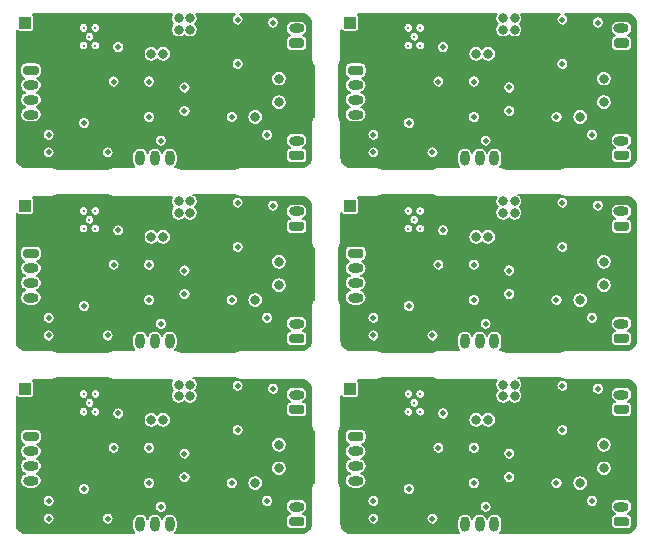
<source format=gbr>
%TF.GenerationSoftware,KiCad,Pcbnew,(5.1.6)-1*%
%TF.CreationDate,2021-08-29T21:48:12-05:00*%
%TF.ProjectId,MicroBrushedESC,4d696372-6f42-4727-9573-686564455343,rev?*%
%TF.SameCoordinates,Original*%
%TF.FileFunction,Copper,L3,Inr*%
%TF.FilePolarity,Positive*%
%FSLAX46Y46*%
G04 Gerber Fmt 4.6, Leading zero omitted, Abs format (unit mm)*
G04 Created by KiCad (PCBNEW (5.1.6)-1) date 2021-08-29 21:48:12*
%MOMM*%
%LPD*%
G01*
G04 APERTURE LIST*
%TA.AperFunction,ViaPad*%
%ADD10C,0.300000*%
%TD*%
%TA.AperFunction,ViaPad*%
%ADD11O,1.300000X0.800000*%
%TD*%
%TA.AperFunction,ViaPad*%
%ADD12R,1.000000X1.000000*%
%TD*%
%TA.AperFunction,ViaPad*%
%ADD13O,0.800000X1.300000*%
%TD*%
%TA.AperFunction,ViaPad*%
%ADD14C,0.800000*%
%TD*%
%TA.AperFunction,ViaPad*%
%ADD15C,0.500000*%
%TD*%
%TA.AperFunction,Conductor*%
%ADD16C,0.127000*%
%TD*%
G04 APERTURE END LIST*
D10*
%TO.N,VSS*%
%TO.C,U2*%
X156460000Y-80700000D03*
X155960000Y-79950000D03*
X156960000Y-81450000D03*
X156960000Y-79950000D03*
X155960000Y-81450000D03*
%TD*%
%TO.N,VSS*%
%TO.C,U2*%
X128960000Y-80700000D03*
X128460000Y-79950000D03*
X129460000Y-81450000D03*
X129460000Y-79950000D03*
X128460000Y-81450000D03*
%TD*%
%TO.N,VSS*%
%TO.C,U2*%
X156460000Y-65200000D03*
X155960000Y-64450000D03*
X156960000Y-65950000D03*
X156960000Y-64450000D03*
X155960000Y-65950000D03*
%TD*%
%TO.N,VSS*%
%TO.C,U2*%
X128960000Y-65200000D03*
X128460000Y-64450000D03*
X129460000Y-65950000D03*
X129460000Y-64450000D03*
X128460000Y-65950000D03*
%TD*%
%TO.N,VSS*%
%TO.C,U2*%
X156460000Y-49700000D03*
X155960000Y-48950000D03*
X156960000Y-50450000D03*
X156960000Y-48950000D03*
X155960000Y-50450000D03*
%TD*%
%TO.N,MOTOR1*%
%TO.C,J1*%
%TA.AperFunction,ViaPad*%
G36*
G01*
X174450000Y-91150000D02*
X173550000Y-91150000D01*
G75*
G02*
X173350000Y-90950000I0J200000D01*
G01*
X173350000Y-90550000D01*
G75*
G02*
X173550000Y-90350000I200000J0D01*
G01*
X174450000Y-90350000D01*
G75*
G02*
X174650000Y-90550000I0J-200000D01*
G01*
X174650000Y-90950000D01*
G75*
G02*
X174450000Y-91150000I-200000J0D01*
G01*
G37*
%TD.AperFunction*%
D11*
%TO.N,VSS*%
X174000000Y-89500000D03*
%TD*%
%TO.N,MOTOR1*%
%TO.C,J1*%
%TA.AperFunction,ViaPad*%
G36*
G01*
X146950000Y-91150000D02*
X146050000Y-91150000D01*
G75*
G02*
X145850000Y-90950000I0J200000D01*
G01*
X145850000Y-90550000D01*
G75*
G02*
X146050000Y-90350000I200000J0D01*
G01*
X146950000Y-90350000D01*
G75*
G02*
X147150000Y-90550000I0J-200000D01*
G01*
X147150000Y-90950000D01*
G75*
G02*
X146950000Y-91150000I-200000J0D01*
G01*
G37*
%TD.AperFunction*%
%TO.N,VSS*%
X146500000Y-89500000D03*
%TD*%
%TO.N,MOTOR1*%
%TO.C,J1*%
%TA.AperFunction,ViaPad*%
G36*
G01*
X174450000Y-75650000D02*
X173550000Y-75650000D01*
G75*
G02*
X173350000Y-75450000I0J200000D01*
G01*
X173350000Y-75050000D01*
G75*
G02*
X173550000Y-74850000I200000J0D01*
G01*
X174450000Y-74850000D01*
G75*
G02*
X174650000Y-75050000I0J-200000D01*
G01*
X174650000Y-75450000D01*
G75*
G02*
X174450000Y-75650000I-200000J0D01*
G01*
G37*
%TD.AperFunction*%
%TO.N,VSS*%
X174000000Y-74000000D03*
%TD*%
%TO.N,MOTOR1*%
%TO.C,J1*%
%TA.AperFunction,ViaPad*%
G36*
G01*
X146950000Y-75650000D02*
X146050000Y-75650000D01*
G75*
G02*
X145850000Y-75450000I0J200000D01*
G01*
X145850000Y-75050000D01*
G75*
G02*
X146050000Y-74850000I200000J0D01*
G01*
X146950000Y-74850000D01*
G75*
G02*
X147150000Y-75050000I0J-200000D01*
G01*
X147150000Y-75450000D01*
G75*
G02*
X146950000Y-75650000I-200000J0D01*
G01*
G37*
%TD.AperFunction*%
%TO.N,VSS*%
X146500000Y-74000000D03*
%TD*%
%TO.N,MOTOR1*%
%TO.C,J1*%
%TA.AperFunction,ViaPad*%
G36*
G01*
X174450000Y-60150000D02*
X173550000Y-60150000D01*
G75*
G02*
X173350000Y-59950000I0J200000D01*
G01*
X173350000Y-59550000D01*
G75*
G02*
X173550000Y-59350000I200000J0D01*
G01*
X174450000Y-59350000D01*
G75*
G02*
X174650000Y-59550000I0J-200000D01*
G01*
X174650000Y-59950000D01*
G75*
G02*
X174450000Y-60150000I-200000J0D01*
G01*
G37*
%TD.AperFunction*%
%TO.N,VSS*%
X174000000Y-58500000D03*
%TD*%
%TO.N,MOTOR2*%
%TO.C,J2*%
%TA.AperFunction,ViaPad*%
G36*
G01*
X174450000Y-81650000D02*
X173550000Y-81650000D01*
G75*
G02*
X173350000Y-81450000I0J200000D01*
G01*
X173350000Y-81050000D01*
G75*
G02*
X173550000Y-80850000I200000J0D01*
G01*
X174450000Y-80850000D01*
G75*
G02*
X174650000Y-81050000I0J-200000D01*
G01*
X174650000Y-81450000D01*
G75*
G02*
X174450000Y-81650000I-200000J0D01*
G01*
G37*
%TD.AperFunction*%
%TO.N,VSS*%
X174000000Y-80000000D03*
%TD*%
%TO.N,MOTOR2*%
%TO.C,J2*%
%TA.AperFunction,ViaPad*%
G36*
G01*
X146950000Y-81650000D02*
X146050000Y-81650000D01*
G75*
G02*
X145850000Y-81450000I0J200000D01*
G01*
X145850000Y-81050000D01*
G75*
G02*
X146050000Y-80850000I200000J0D01*
G01*
X146950000Y-80850000D01*
G75*
G02*
X147150000Y-81050000I0J-200000D01*
G01*
X147150000Y-81450000D01*
G75*
G02*
X146950000Y-81650000I-200000J0D01*
G01*
G37*
%TD.AperFunction*%
%TO.N,VSS*%
X146500000Y-80000000D03*
%TD*%
%TO.N,MOTOR2*%
%TO.C,J2*%
%TA.AperFunction,ViaPad*%
G36*
G01*
X174450000Y-66150000D02*
X173550000Y-66150000D01*
G75*
G02*
X173350000Y-65950000I0J200000D01*
G01*
X173350000Y-65550000D01*
G75*
G02*
X173550000Y-65350000I200000J0D01*
G01*
X174450000Y-65350000D01*
G75*
G02*
X174650000Y-65550000I0J-200000D01*
G01*
X174650000Y-65950000D01*
G75*
G02*
X174450000Y-66150000I-200000J0D01*
G01*
G37*
%TD.AperFunction*%
%TO.N,VSS*%
X174000000Y-64500000D03*
%TD*%
%TO.N,MOTOR2*%
%TO.C,J2*%
%TA.AperFunction,ViaPad*%
G36*
G01*
X146950000Y-66150000D02*
X146050000Y-66150000D01*
G75*
G02*
X145850000Y-65950000I0J200000D01*
G01*
X145850000Y-65550000D01*
G75*
G02*
X146050000Y-65350000I200000J0D01*
G01*
X146950000Y-65350000D01*
G75*
G02*
X147150000Y-65550000I0J-200000D01*
G01*
X147150000Y-65950000D01*
G75*
G02*
X146950000Y-66150000I-200000J0D01*
G01*
G37*
%TD.AperFunction*%
%TO.N,VSS*%
X146500000Y-64500000D03*
%TD*%
%TO.N,MOTOR2*%
%TO.C,J2*%
%TA.AperFunction,ViaPad*%
G36*
G01*
X174450000Y-50650000D02*
X173550000Y-50650000D01*
G75*
G02*
X173350000Y-50450000I0J200000D01*
G01*
X173350000Y-50050000D01*
G75*
G02*
X173550000Y-49850000I200000J0D01*
G01*
X174450000Y-49850000D01*
G75*
G02*
X174650000Y-50050000I0J-200000D01*
G01*
X174650000Y-50450000D01*
G75*
G02*
X174450000Y-50650000I-200000J0D01*
G01*
G37*
%TD.AperFunction*%
%TO.N,VSS*%
X174000000Y-49000000D03*
%TD*%
D12*
%TO.N,VDD*%
%TO.C,J4*%
X151000000Y-91000000D03*
%TD*%
%TO.N,VDD*%
%TO.C,J4*%
X123500000Y-91000000D03*
%TD*%
%TO.N,VDD*%
%TO.C,J4*%
X151000000Y-75500000D03*
%TD*%
%TO.N,VDD*%
%TO.C,J4*%
X123500000Y-75500000D03*
%TD*%
%TO.N,VDD*%
%TO.C,J4*%
X151000000Y-60000000D03*
%TD*%
%TO.N,VDD*%
%TO.C,J5*%
%TA.AperFunction,ViaPad*%
G36*
G01*
X159100000Y-91450000D02*
X159100000Y-90550000D01*
G75*
G02*
X159300000Y-90350000I200000J0D01*
G01*
X159700000Y-90350000D01*
G75*
G02*
X159900000Y-90550000I0J-200000D01*
G01*
X159900000Y-91450000D01*
G75*
G02*
X159700000Y-91650000I-200000J0D01*
G01*
X159300000Y-91650000D01*
G75*
G02*
X159100000Y-91450000I0J200000D01*
G01*
G37*
%TD.AperFunction*%
D13*
%TO.N,SWIM*%
X160750000Y-91000000D03*
%TO.N,VSS*%
X162000000Y-91000000D03*
%TO.N,NRST*%
X163250000Y-91000000D03*
%TD*%
%TO.N,VDD*%
%TO.C,J5*%
%TA.AperFunction,ViaPad*%
G36*
G01*
X131600000Y-91450000D02*
X131600000Y-90550000D01*
G75*
G02*
X131800000Y-90350000I200000J0D01*
G01*
X132200000Y-90350000D01*
G75*
G02*
X132400000Y-90550000I0J-200000D01*
G01*
X132400000Y-91450000D01*
G75*
G02*
X132200000Y-91650000I-200000J0D01*
G01*
X131800000Y-91650000D01*
G75*
G02*
X131600000Y-91450000I0J200000D01*
G01*
G37*
%TD.AperFunction*%
%TO.N,SWIM*%
X133250000Y-91000000D03*
%TO.N,VSS*%
X134500000Y-91000000D03*
%TO.N,NRST*%
X135750000Y-91000000D03*
%TD*%
%TO.N,VDD*%
%TO.C,J5*%
%TA.AperFunction,ViaPad*%
G36*
G01*
X159100000Y-75950000D02*
X159100000Y-75050000D01*
G75*
G02*
X159300000Y-74850000I200000J0D01*
G01*
X159700000Y-74850000D01*
G75*
G02*
X159900000Y-75050000I0J-200000D01*
G01*
X159900000Y-75950000D01*
G75*
G02*
X159700000Y-76150000I-200000J0D01*
G01*
X159300000Y-76150000D01*
G75*
G02*
X159100000Y-75950000I0J200000D01*
G01*
G37*
%TD.AperFunction*%
%TO.N,SWIM*%
X160750000Y-75500000D03*
%TO.N,VSS*%
X162000000Y-75500000D03*
%TO.N,NRST*%
X163250000Y-75500000D03*
%TD*%
%TO.N,VDD*%
%TO.C,J5*%
%TA.AperFunction,ViaPad*%
G36*
G01*
X131600000Y-75950000D02*
X131600000Y-75050000D01*
G75*
G02*
X131800000Y-74850000I200000J0D01*
G01*
X132200000Y-74850000D01*
G75*
G02*
X132400000Y-75050000I0J-200000D01*
G01*
X132400000Y-75950000D01*
G75*
G02*
X132200000Y-76150000I-200000J0D01*
G01*
X131800000Y-76150000D01*
G75*
G02*
X131600000Y-75950000I0J200000D01*
G01*
G37*
%TD.AperFunction*%
%TO.N,SWIM*%
X133250000Y-75500000D03*
%TO.N,VSS*%
X134500000Y-75500000D03*
%TO.N,NRST*%
X135750000Y-75500000D03*
%TD*%
%TO.N,VDD*%
%TO.C,J5*%
%TA.AperFunction,ViaPad*%
G36*
G01*
X159100000Y-60450000D02*
X159100000Y-59550000D01*
G75*
G02*
X159300000Y-59350000I200000J0D01*
G01*
X159700000Y-59350000D01*
G75*
G02*
X159900000Y-59550000I0J-200000D01*
G01*
X159900000Y-60450000D01*
G75*
G02*
X159700000Y-60650000I-200000J0D01*
G01*
X159300000Y-60650000D01*
G75*
G02*
X159100000Y-60450000I0J200000D01*
G01*
G37*
%TD.AperFunction*%
%TO.N,SWIM*%
X160750000Y-60000000D03*
%TO.N,VSS*%
X162000000Y-60000000D03*
%TO.N,NRST*%
X163250000Y-60000000D03*
%TD*%
%TO.N,VSS*%
%TO.C,J3*%
%TA.AperFunction,ViaPad*%
G36*
G01*
X151050000Y-83150000D02*
X151950000Y-83150000D01*
G75*
G02*
X152150000Y-83350000I0J-200000D01*
G01*
X152150000Y-83750000D01*
G75*
G02*
X151950000Y-83950000I-200000J0D01*
G01*
X151050000Y-83950000D01*
G75*
G02*
X150850000Y-83750000I0J200000D01*
G01*
X150850000Y-83350000D01*
G75*
G02*
X151050000Y-83150000I200000J0D01*
G01*
G37*
%TD.AperFunction*%
D11*
%TO.N,V_Filt+*%
X151500000Y-84800000D03*
%TO.N,TIM1_CH1*%
X151500000Y-86050000D03*
%TO.N,TIM1_CH3*%
X151500000Y-87300000D03*
%TD*%
%TO.N,VSS*%
%TO.C,J3*%
%TA.AperFunction,ViaPad*%
G36*
G01*
X123550000Y-83150000D02*
X124450000Y-83150000D01*
G75*
G02*
X124650000Y-83350000I0J-200000D01*
G01*
X124650000Y-83750000D01*
G75*
G02*
X124450000Y-83950000I-200000J0D01*
G01*
X123550000Y-83950000D01*
G75*
G02*
X123350000Y-83750000I0J200000D01*
G01*
X123350000Y-83350000D01*
G75*
G02*
X123550000Y-83150000I200000J0D01*
G01*
G37*
%TD.AperFunction*%
%TO.N,V_Filt+*%
X124000000Y-84800000D03*
%TO.N,TIM1_CH1*%
X124000000Y-86050000D03*
%TO.N,TIM1_CH3*%
X124000000Y-87300000D03*
%TD*%
%TO.N,VSS*%
%TO.C,J3*%
%TA.AperFunction,ViaPad*%
G36*
G01*
X151050000Y-67650000D02*
X151950000Y-67650000D01*
G75*
G02*
X152150000Y-67850000I0J-200000D01*
G01*
X152150000Y-68250000D01*
G75*
G02*
X151950000Y-68450000I-200000J0D01*
G01*
X151050000Y-68450000D01*
G75*
G02*
X150850000Y-68250000I0J200000D01*
G01*
X150850000Y-67850000D01*
G75*
G02*
X151050000Y-67650000I200000J0D01*
G01*
G37*
%TD.AperFunction*%
%TO.N,V_Filt+*%
X151500000Y-69300000D03*
%TO.N,TIM1_CH1*%
X151500000Y-70550000D03*
%TO.N,TIM1_CH3*%
X151500000Y-71800000D03*
%TD*%
%TO.N,VSS*%
%TO.C,J3*%
%TA.AperFunction,ViaPad*%
G36*
G01*
X123550000Y-67650000D02*
X124450000Y-67650000D01*
G75*
G02*
X124650000Y-67850000I0J-200000D01*
G01*
X124650000Y-68250000D01*
G75*
G02*
X124450000Y-68450000I-200000J0D01*
G01*
X123550000Y-68450000D01*
G75*
G02*
X123350000Y-68250000I0J200000D01*
G01*
X123350000Y-67850000D01*
G75*
G02*
X123550000Y-67650000I200000J0D01*
G01*
G37*
%TD.AperFunction*%
%TO.N,V_Filt+*%
X124000000Y-69300000D03*
%TO.N,TIM1_CH1*%
X124000000Y-70550000D03*
%TO.N,TIM1_CH3*%
X124000000Y-71800000D03*
%TD*%
%TO.N,VSS*%
%TO.C,J3*%
%TA.AperFunction,ViaPad*%
G36*
G01*
X151050000Y-52150000D02*
X151950000Y-52150000D01*
G75*
G02*
X152150000Y-52350000I0J-200000D01*
G01*
X152150000Y-52750000D01*
G75*
G02*
X151950000Y-52950000I-200000J0D01*
G01*
X151050000Y-52950000D01*
G75*
G02*
X150850000Y-52750000I0J200000D01*
G01*
X150850000Y-52350000D01*
G75*
G02*
X151050000Y-52150000I200000J0D01*
G01*
G37*
%TD.AperFunction*%
%TO.N,V_Filt+*%
X151500000Y-53800000D03*
%TO.N,TIM1_CH1*%
X151500000Y-55050000D03*
%TO.N,TIM1_CH3*%
X151500000Y-56300000D03*
%TD*%
D12*
%TO.N,VSS*%
%TO.C,J6*%
X151000000Y-79500000D03*
%TD*%
%TO.N,VSS*%
%TO.C,J6*%
X123500000Y-79500000D03*
%TD*%
%TO.N,VSS*%
%TO.C,J6*%
X151000000Y-64000000D03*
%TD*%
%TO.N,VSS*%
%TO.C,J6*%
X123500000Y-64000000D03*
%TD*%
%TO.N,VSS*%
%TO.C,J6*%
X151000000Y-48500000D03*
%TD*%
D10*
%TO.N,VSS*%
%TO.C,U2*%
X128460000Y-50450000D03*
X129460000Y-48950000D03*
X129460000Y-50450000D03*
X128460000Y-48950000D03*
X128960000Y-49700000D03*
%TD*%
D12*
%TO.N,VSS*%
%TO.C,J6*%
X123500000Y-48500000D03*
%TD*%
D13*
%TO.N,NRST*%
%TO.C,J5*%
X135750000Y-60000000D03*
%TO.N,VSS*%
X134500000Y-60000000D03*
%TO.N,SWIM*%
X133250000Y-60000000D03*
%TO.N,VDD*%
%TA.AperFunction,ViaPad*%
G36*
G01*
X131600000Y-60450000D02*
X131600000Y-59550000D01*
G75*
G02*
X131800000Y-59350000I200000J0D01*
G01*
X132200000Y-59350000D01*
G75*
G02*
X132400000Y-59550000I0J-200000D01*
G01*
X132400000Y-60450000D01*
G75*
G02*
X132200000Y-60650000I-200000J0D01*
G01*
X131800000Y-60650000D01*
G75*
G02*
X131600000Y-60450000I0J200000D01*
G01*
G37*
%TD.AperFunction*%
%TD*%
D12*
%TO.N,VDD*%
%TO.C,J4*%
X123500000Y-60000000D03*
%TD*%
D11*
%TO.N,TIM1_CH3*%
%TO.C,J3*%
X124000000Y-56300000D03*
%TO.N,TIM1_CH1*%
X124000000Y-55050000D03*
%TO.N,V_Filt+*%
X124000000Y-53800000D03*
%TO.N,VSS*%
%TA.AperFunction,ViaPad*%
G36*
G01*
X123550000Y-52150000D02*
X124450000Y-52150000D01*
G75*
G02*
X124650000Y-52350000I0J-200000D01*
G01*
X124650000Y-52750000D01*
G75*
G02*
X124450000Y-52950000I-200000J0D01*
G01*
X123550000Y-52950000D01*
G75*
G02*
X123350000Y-52750000I0J200000D01*
G01*
X123350000Y-52350000D01*
G75*
G02*
X123550000Y-52150000I200000J0D01*
G01*
G37*
%TD.AperFunction*%
%TD*%
%TO.N,VSS*%
%TO.C,J2*%
X146500000Y-49000000D03*
%TO.N,MOTOR2*%
%TA.AperFunction,ViaPad*%
G36*
G01*
X146950000Y-50650000D02*
X146050000Y-50650000D01*
G75*
G02*
X145850000Y-50450000I0J200000D01*
G01*
X145850000Y-50050000D01*
G75*
G02*
X146050000Y-49850000I200000J0D01*
G01*
X146950000Y-49850000D01*
G75*
G02*
X147150000Y-50050000I0J-200000D01*
G01*
X147150000Y-50450000D01*
G75*
G02*
X146950000Y-50650000I-200000J0D01*
G01*
G37*
%TD.AperFunction*%
%TD*%
%TO.N,VSS*%
%TO.C,J1*%
X146500000Y-58500000D03*
%TO.N,MOTOR1*%
%TA.AperFunction,ViaPad*%
G36*
G01*
X146950000Y-60150000D02*
X146050000Y-60150000D01*
G75*
G02*
X145850000Y-59950000I0J200000D01*
G01*
X145850000Y-59550000D01*
G75*
G02*
X146050000Y-59350000I200000J0D01*
G01*
X146950000Y-59350000D01*
G75*
G02*
X147150000Y-59550000I0J-200000D01*
G01*
X147150000Y-59950000D01*
G75*
G02*
X146950000Y-60150000I-200000J0D01*
G01*
G37*
%TD.AperFunction*%
%TD*%
D14*
%TO.N,VSS*%
X136500000Y-48150000D03*
X136500000Y-49100000D03*
X137450000Y-49100000D03*
X137450000Y-48150000D03*
D15*
X141500000Y-48250000D03*
D14*
X145000000Y-53250000D03*
X145000000Y-55250000D03*
X143000000Y-56500000D03*
X172500000Y-53250000D03*
X145000000Y-68750000D03*
X172500000Y-68750000D03*
X145000000Y-84250000D03*
X172500000Y-84250000D03*
X170500000Y-56500000D03*
X143000000Y-72000000D03*
X170500000Y-72000000D03*
X143000000Y-87500000D03*
X170500000Y-87500000D03*
X172500000Y-55250000D03*
X145000000Y-70750000D03*
X172500000Y-70750000D03*
X145000000Y-86250000D03*
X172500000Y-86250000D03*
D15*
X169000000Y-48250000D03*
X141500000Y-63750000D03*
X169000000Y-63750000D03*
X141500000Y-79250000D03*
X169000000Y-79250000D03*
D14*
X164950000Y-48150000D03*
X137450000Y-63650000D03*
X164950000Y-63650000D03*
X137450000Y-79150000D03*
X164950000Y-79150000D03*
X164000000Y-49100000D03*
X136500000Y-64600000D03*
X164000000Y-64600000D03*
X136500000Y-80100000D03*
X164000000Y-80100000D03*
X164000000Y-48150000D03*
X136500000Y-63650000D03*
X164000000Y-63650000D03*
X136500000Y-79150000D03*
X164000000Y-79150000D03*
X164950000Y-49100000D03*
X137450000Y-64600000D03*
X164950000Y-64600000D03*
X137450000Y-80100000D03*
X164950000Y-80100000D03*
D15*
%TO.N,TIM1_CH1*%
X137000000Y-54000000D03*
X164500000Y-54000000D03*
X137000000Y-69500000D03*
X164500000Y-69500000D03*
X137000000Y-85000000D03*
X164500000Y-85000000D03*
%TO.N,NRST*%
X134000000Y-53500000D03*
X161500000Y-53500000D03*
X134000000Y-69000000D03*
X161500000Y-69000000D03*
X134000000Y-84500000D03*
X161500000Y-84500000D03*
%TO.N,Net-(Q1-Pad3)*%
X144000000Y-58000000D03*
X171500000Y-58000000D03*
X144000000Y-73500000D03*
X171500000Y-73500000D03*
X144000000Y-89000000D03*
X171500000Y-89000000D03*
%TO.N,Net-(Q1-Pad1)*%
X141000000Y-56500000D03*
X168500000Y-56500000D03*
X141000000Y-72000000D03*
X168500000Y-72000000D03*
X141000000Y-87500000D03*
X168500000Y-87500000D03*
%TO.N,Net-(Q2-Pad3)*%
X144500000Y-48500000D03*
X172000000Y-48500000D03*
X144500000Y-64000000D03*
X172000000Y-64000000D03*
X144500000Y-79500000D03*
X172000000Y-79500000D03*
%TO.N,Net-(Q2-Pad1)*%
X141500000Y-52000000D03*
X169000000Y-52000000D03*
X141500000Y-67500000D03*
X169000000Y-67500000D03*
X141500000Y-83000000D03*
X169000000Y-83000000D03*
%TO.N,TIM1_CH3*%
X137000000Y-56000000D03*
X164500000Y-56000000D03*
X137000000Y-71500000D03*
X164500000Y-71500000D03*
X137000000Y-87000000D03*
X164500000Y-87000000D03*
%TO.N,PB4*%
X130500000Y-59500000D03*
X135000000Y-58500000D03*
X158000000Y-59500000D03*
X130500000Y-75000000D03*
X158000000Y-75000000D03*
X130500000Y-90500000D03*
X158000000Y-90500000D03*
X162500000Y-58500000D03*
X135000000Y-74000000D03*
X162500000Y-74000000D03*
X135000000Y-89500000D03*
X162500000Y-89500000D03*
D14*
%TO.N,VDD*%
X127700000Y-51450000D03*
X126750000Y-51450000D03*
D15*
X127500000Y-57000000D03*
D14*
X140000000Y-49000000D03*
X140000000Y-50000000D03*
X139000000Y-50000000D03*
X139000000Y-49000000D03*
X140000000Y-60000000D03*
X139000000Y-60000000D03*
X139000000Y-59000000D03*
X140000000Y-59000000D03*
X167500000Y-49000000D03*
X140000000Y-64500000D03*
X167500000Y-64500000D03*
X140000000Y-80000000D03*
X167500000Y-80000000D03*
X167500000Y-50000000D03*
X140000000Y-65500000D03*
X167500000Y-65500000D03*
X140000000Y-81000000D03*
X167500000Y-81000000D03*
D15*
X155000000Y-57000000D03*
X127500000Y-72500000D03*
X155000000Y-72500000D03*
X127500000Y-88000000D03*
X155000000Y-88000000D03*
D14*
X166500000Y-50000000D03*
X139000000Y-65500000D03*
X166500000Y-65500000D03*
X139000000Y-81000000D03*
X166500000Y-81000000D03*
X167500000Y-60000000D03*
X140000000Y-75500000D03*
X167500000Y-75500000D03*
X140000000Y-91000000D03*
X167500000Y-91000000D03*
X166500000Y-60000000D03*
X139000000Y-75500000D03*
X166500000Y-75500000D03*
X139000000Y-91000000D03*
X166500000Y-91000000D03*
X166500000Y-59000000D03*
X139000000Y-74500000D03*
X166500000Y-74500000D03*
X139000000Y-90000000D03*
X166500000Y-90000000D03*
X167500000Y-59000000D03*
X140000000Y-74500000D03*
X167500000Y-74500000D03*
X140000000Y-90000000D03*
X167500000Y-90000000D03*
X166500000Y-49000000D03*
X139000000Y-64500000D03*
X166500000Y-64500000D03*
X139000000Y-80000000D03*
X166500000Y-80000000D03*
X154250000Y-51450000D03*
X126750000Y-66950000D03*
X154250000Y-66950000D03*
X126750000Y-82450000D03*
X154250000Y-82450000D03*
X155200000Y-51450000D03*
X127700000Y-66950000D03*
X155200000Y-66950000D03*
X127700000Y-82450000D03*
X155200000Y-82450000D03*
D15*
%TO.N,Net-(D4-Pad1)*%
X131000000Y-53500000D03*
X128500000Y-57000000D03*
X158500000Y-53500000D03*
X131000000Y-69000000D03*
X158500000Y-69000000D03*
X131000000Y-84500000D03*
X158500000Y-84500000D03*
X156000000Y-57000000D03*
X128500000Y-72500000D03*
X156000000Y-72500000D03*
X128500000Y-88000000D03*
X156000000Y-88000000D03*
D14*
%TO.N,V_Filt+*%
X134200000Y-51150000D03*
X135200000Y-51150000D03*
D15*
X134000000Y-56500000D03*
X125500000Y-59500000D03*
X125500000Y-58000000D03*
X161500000Y-56500000D03*
X134000000Y-72000000D03*
X161500000Y-72000000D03*
X134000000Y-87500000D03*
X161500000Y-87500000D03*
X153000000Y-58000000D03*
X125500000Y-73500000D03*
X153000000Y-73500000D03*
X125500000Y-89000000D03*
X153000000Y-89000000D03*
X153000000Y-59500000D03*
X125500000Y-75000000D03*
X153000000Y-75000000D03*
X125500000Y-90500000D03*
X153000000Y-90500000D03*
D14*
X161700000Y-51150000D03*
X134200000Y-66650000D03*
X161700000Y-66650000D03*
X134200000Y-82150000D03*
X161700000Y-82150000D03*
X162700000Y-51150000D03*
X135200000Y-66650000D03*
X162700000Y-66650000D03*
X135200000Y-82150000D03*
X162700000Y-82150000D03*
D15*
%TO.N,Net-(L1-Pad1)*%
X131400000Y-50600000D03*
X158900000Y-50600000D03*
X131400000Y-66100000D03*
X158900000Y-66100000D03*
X131400000Y-81600000D03*
X158900000Y-81600000D03*
%TD*%
D16*
%TO.N,VDD*%
G36*
X135912014Y-47835715D02*
G01*
X135861998Y-47956464D01*
X135836500Y-48084651D01*
X135836500Y-48215349D01*
X135861998Y-48343536D01*
X135912014Y-48464285D01*
X135984626Y-48572956D01*
X136036670Y-48625000D01*
X135984626Y-48677044D01*
X135912014Y-48785715D01*
X135861998Y-48906464D01*
X135836500Y-49034651D01*
X135836500Y-49165349D01*
X135861998Y-49293536D01*
X135912014Y-49414285D01*
X135984626Y-49522956D01*
X136077044Y-49615374D01*
X136185715Y-49687986D01*
X136306464Y-49738002D01*
X136434651Y-49763500D01*
X136565349Y-49763500D01*
X136693536Y-49738002D01*
X136814285Y-49687986D01*
X136922956Y-49615374D01*
X136975000Y-49563330D01*
X137027044Y-49615374D01*
X137135715Y-49687986D01*
X137256464Y-49738002D01*
X137384651Y-49763500D01*
X137515349Y-49763500D01*
X137643536Y-49738002D01*
X137764285Y-49687986D01*
X137872956Y-49615374D01*
X137965374Y-49522956D01*
X138037986Y-49414285D01*
X138088002Y-49293536D01*
X138113500Y-49165349D01*
X138113500Y-49034651D01*
X138088002Y-48906464D01*
X138037986Y-48785715D01*
X137965374Y-48677044D01*
X137913330Y-48625000D01*
X137965374Y-48572956D01*
X138037986Y-48464285D01*
X138088002Y-48343536D01*
X138113500Y-48215349D01*
X138113500Y-48084651D01*
X138088002Y-47956464D01*
X138037986Y-47835715D01*
X138006438Y-47788500D01*
X141272318Y-47788500D01*
X141256766Y-47794942D01*
X141172663Y-47851138D01*
X141101138Y-47922663D01*
X141044942Y-48006766D01*
X141006233Y-48100217D01*
X140986500Y-48199425D01*
X140986500Y-48300575D01*
X141006233Y-48399783D01*
X141044942Y-48493234D01*
X141101138Y-48577337D01*
X141172663Y-48648862D01*
X141256766Y-48705058D01*
X141350217Y-48743767D01*
X141449425Y-48763500D01*
X141550575Y-48763500D01*
X141649783Y-48743767D01*
X141743234Y-48705058D01*
X141827337Y-48648862D01*
X141898862Y-48577337D01*
X141955058Y-48493234D01*
X141973204Y-48449425D01*
X143986500Y-48449425D01*
X143986500Y-48550575D01*
X144006233Y-48649783D01*
X144044942Y-48743234D01*
X144101138Y-48827337D01*
X144172663Y-48898862D01*
X144256766Y-48955058D01*
X144350217Y-48993767D01*
X144449425Y-49013500D01*
X144550575Y-49013500D01*
X144618446Y-49000000D01*
X145583290Y-49000000D01*
X145596101Y-49130069D01*
X145634040Y-49255139D01*
X145695651Y-49370404D01*
X145778565Y-49471435D01*
X145879596Y-49554349D01*
X145955974Y-49595174D01*
X145872139Y-49620605D01*
X145791785Y-49663555D01*
X145721355Y-49721355D01*
X145663555Y-49791785D01*
X145620605Y-49872139D01*
X145594157Y-49959327D01*
X145585226Y-50050000D01*
X145585226Y-50450000D01*
X145594157Y-50540673D01*
X145620605Y-50627861D01*
X145663555Y-50708215D01*
X145721355Y-50778645D01*
X145791785Y-50836445D01*
X145872139Y-50879395D01*
X145959327Y-50905843D01*
X146050000Y-50914774D01*
X146950000Y-50914774D01*
X147040673Y-50905843D01*
X147127861Y-50879395D01*
X147208215Y-50836445D01*
X147278645Y-50778645D01*
X147336445Y-50708215D01*
X147379395Y-50627861D01*
X147405843Y-50540673D01*
X147414774Y-50450000D01*
X147414774Y-50050000D01*
X147405843Y-49959327D01*
X147379395Y-49872139D01*
X147336445Y-49791785D01*
X147278645Y-49721355D01*
X147208215Y-49663555D01*
X147127861Y-49620605D01*
X147044026Y-49595174D01*
X147120404Y-49554349D01*
X147221435Y-49471435D01*
X147304349Y-49370404D01*
X147365960Y-49255139D01*
X147403899Y-49130069D01*
X147416710Y-49000000D01*
X147403899Y-48869931D01*
X147365960Y-48744861D01*
X147304349Y-48629596D01*
X147221435Y-48528565D01*
X147120404Y-48445651D01*
X147005139Y-48384040D01*
X146880069Y-48346101D01*
X146782591Y-48336500D01*
X146217409Y-48336500D01*
X146119931Y-48346101D01*
X145994861Y-48384040D01*
X145879596Y-48445651D01*
X145778565Y-48528565D01*
X145695651Y-48629596D01*
X145634040Y-48744861D01*
X145596101Y-48869931D01*
X145583290Y-49000000D01*
X144618446Y-49000000D01*
X144649783Y-48993767D01*
X144743234Y-48955058D01*
X144827337Y-48898862D01*
X144898862Y-48827337D01*
X144955058Y-48743234D01*
X144993767Y-48649783D01*
X145013500Y-48550575D01*
X145013500Y-48449425D01*
X144993767Y-48350217D01*
X144955058Y-48256766D01*
X144898862Y-48172663D01*
X144827337Y-48101138D01*
X144743234Y-48044942D01*
X144649783Y-48006233D01*
X144550575Y-47986500D01*
X144449425Y-47986500D01*
X144350217Y-48006233D01*
X144256766Y-48044942D01*
X144172663Y-48101138D01*
X144101138Y-48172663D01*
X144044942Y-48256766D01*
X144006233Y-48350217D01*
X143986500Y-48449425D01*
X141973204Y-48449425D01*
X141993767Y-48399783D01*
X142013500Y-48300575D01*
X142013500Y-48199425D01*
X141993767Y-48100217D01*
X141955058Y-48006766D01*
X141898862Y-47922663D01*
X141827337Y-47851138D01*
X141743234Y-47794942D01*
X141727682Y-47788500D01*
X146985891Y-47788500D01*
X147137926Y-47803407D01*
X147270603Y-47843465D01*
X147392977Y-47908532D01*
X147500370Y-47996119D01*
X147588714Y-48102908D01*
X147654630Y-48224817D01*
X147695613Y-48357214D01*
X147711500Y-48508363D01*
X147711501Y-51414164D01*
X147711598Y-51415152D01*
X147711604Y-51415966D01*
X147712794Y-51427295D01*
X147712974Y-51429118D01*
X147712974Y-51442115D01*
X147713395Y-51446121D01*
X147735150Y-51640071D01*
X147740587Y-51665650D01*
X147745666Y-51691299D01*
X147746854Y-51695139D01*
X147746856Y-51695146D01*
X147746859Y-51695152D01*
X147805870Y-51881177D01*
X147816173Y-51905216D01*
X147826135Y-51929385D01*
X147828047Y-51932920D01*
X147828051Y-51932930D01*
X147828057Y-51932938D01*
X147922073Y-52103953D01*
X147936500Y-52125023D01*
X147936500Y-56474815D01*
X147929058Y-56486016D01*
X147914264Y-56507622D01*
X147912353Y-56511157D01*
X147912348Y-56511165D01*
X147912345Y-56511173D01*
X147820723Y-56683488D01*
X147810773Y-56707629D01*
X147800458Y-56731696D01*
X147799267Y-56735544D01*
X147742858Y-56922380D01*
X147737775Y-56948052D01*
X147732343Y-56973607D01*
X147731923Y-56977603D01*
X147731921Y-56977614D01*
X147731921Y-56977624D01*
X147712877Y-57171847D01*
X147712877Y-57171855D01*
X147711500Y-57185837D01*
X147711501Y-59985881D01*
X147696593Y-60137926D01*
X147656534Y-60270606D01*
X147591470Y-60392974D01*
X147503880Y-60500371D01*
X147397092Y-60588714D01*
X147275183Y-60654629D01*
X147142785Y-60695613D01*
X146991637Y-60711500D01*
X141985836Y-60711500D01*
X141984837Y-60711598D01*
X141984034Y-60711604D01*
X141972854Y-60712779D01*
X141970872Y-60712974D01*
X141957885Y-60712974D01*
X141953879Y-60713395D01*
X141759929Y-60735150D01*
X141734350Y-60740587D01*
X141708701Y-60745666D01*
X141704861Y-60746854D01*
X141704854Y-60746856D01*
X141704848Y-60746859D01*
X141518823Y-60805870D01*
X141494796Y-60816168D01*
X141470615Y-60826135D01*
X141467076Y-60828049D01*
X141467071Y-60828051D01*
X141467067Y-60828054D01*
X141296047Y-60922073D01*
X141274977Y-60936500D01*
X136725185Y-60936500D01*
X136713984Y-60929058D01*
X136692378Y-60914264D01*
X136688843Y-60912353D01*
X136688835Y-60912348D01*
X136688827Y-60912345D01*
X136516512Y-60820723D01*
X136492371Y-60810773D01*
X136468304Y-60800458D01*
X136464456Y-60799267D01*
X136277620Y-60742858D01*
X136251948Y-60737775D01*
X136226393Y-60732343D01*
X136222397Y-60731923D01*
X136222386Y-60731921D01*
X136222376Y-60731921D01*
X136210122Y-60730719D01*
X136221435Y-60721435D01*
X136304349Y-60620404D01*
X136365960Y-60505139D01*
X136403899Y-60380069D01*
X136413500Y-60282591D01*
X136413500Y-59717409D01*
X136403899Y-59619931D01*
X136365960Y-59494861D01*
X136304349Y-59379596D01*
X136221435Y-59278565D01*
X136120403Y-59195651D01*
X136005138Y-59134040D01*
X135880068Y-59096101D01*
X135750000Y-59083290D01*
X135619931Y-59096101D01*
X135494861Y-59134040D01*
X135379596Y-59195651D01*
X135278565Y-59278565D01*
X135195651Y-59379597D01*
X135134040Y-59494862D01*
X135125000Y-59524663D01*
X135115960Y-59494861D01*
X135054349Y-59379596D01*
X134971435Y-59278565D01*
X134870403Y-59195651D01*
X134755138Y-59134040D01*
X134630068Y-59096101D01*
X134500000Y-59083290D01*
X134369931Y-59096101D01*
X134244861Y-59134040D01*
X134129596Y-59195651D01*
X134028565Y-59278565D01*
X133945651Y-59379597D01*
X133884040Y-59494862D01*
X133875000Y-59524663D01*
X133865960Y-59494861D01*
X133804349Y-59379596D01*
X133721435Y-59278565D01*
X133620403Y-59195651D01*
X133505138Y-59134040D01*
X133380068Y-59096101D01*
X133250000Y-59083290D01*
X133119931Y-59096101D01*
X132994861Y-59134040D01*
X132879596Y-59195651D01*
X132778565Y-59278565D01*
X132695651Y-59379597D01*
X132634040Y-59494862D01*
X132596101Y-59619932D01*
X132586500Y-59717410D01*
X132586500Y-60282591D01*
X132596101Y-60380069D01*
X132634040Y-60505139D01*
X132695651Y-60620404D01*
X132770412Y-60711500D01*
X131185836Y-60711500D01*
X131173098Y-60712754D01*
X131166870Y-60712711D01*
X131162861Y-60713105D01*
X130968765Y-60733506D01*
X130943156Y-60738762D01*
X130917467Y-60743663D01*
X130913612Y-60744826D01*
X130913606Y-60744828D01*
X130727172Y-60802539D01*
X130703072Y-60812670D01*
X130678823Y-60822467D01*
X130675271Y-60824356D01*
X130675266Y-60824358D01*
X130675265Y-60824359D01*
X130503590Y-60917183D01*
X130481897Y-60931814D01*
X130474737Y-60936500D01*
X126225185Y-60936500D01*
X126213984Y-60929058D01*
X126192378Y-60914264D01*
X126188843Y-60912353D01*
X126188835Y-60912348D01*
X126188827Y-60912345D01*
X126016512Y-60820723D01*
X125992371Y-60810773D01*
X125968304Y-60800458D01*
X125964456Y-60799267D01*
X125777620Y-60742858D01*
X125751948Y-60737775D01*
X125726393Y-60732343D01*
X125722397Y-60731923D01*
X125722386Y-60731921D01*
X125722376Y-60731921D01*
X125528153Y-60712877D01*
X125528146Y-60712877D01*
X125514164Y-60711500D01*
X123514108Y-60711500D01*
X123362074Y-60696593D01*
X123229394Y-60656534D01*
X123107026Y-60591470D01*
X122999629Y-60503880D01*
X122911286Y-60397092D01*
X122845371Y-60275183D01*
X122804387Y-60142785D01*
X122788500Y-59991637D01*
X122788500Y-59449425D01*
X124986500Y-59449425D01*
X124986500Y-59550575D01*
X125006233Y-59649783D01*
X125044942Y-59743234D01*
X125101138Y-59827337D01*
X125172663Y-59898862D01*
X125256766Y-59955058D01*
X125350217Y-59993767D01*
X125449425Y-60013500D01*
X125550575Y-60013500D01*
X125649783Y-59993767D01*
X125743234Y-59955058D01*
X125827337Y-59898862D01*
X125898862Y-59827337D01*
X125955058Y-59743234D01*
X125993767Y-59649783D01*
X126013500Y-59550575D01*
X126013500Y-59449425D01*
X129986500Y-59449425D01*
X129986500Y-59550575D01*
X130006233Y-59649783D01*
X130044942Y-59743234D01*
X130101138Y-59827337D01*
X130172663Y-59898862D01*
X130256766Y-59955058D01*
X130350217Y-59993767D01*
X130449425Y-60013500D01*
X130550575Y-60013500D01*
X130649783Y-59993767D01*
X130743234Y-59955058D01*
X130827337Y-59898862D01*
X130898862Y-59827337D01*
X130955058Y-59743234D01*
X130993767Y-59649783D01*
X131013500Y-59550575D01*
X131013500Y-59449425D01*
X130993767Y-59350217D01*
X130955058Y-59256766D01*
X130898862Y-59172663D01*
X130827337Y-59101138D01*
X130743234Y-59044942D01*
X130649783Y-59006233D01*
X130550575Y-58986500D01*
X130449425Y-58986500D01*
X130350217Y-59006233D01*
X130256766Y-59044942D01*
X130172663Y-59101138D01*
X130101138Y-59172663D01*
X130044942Y-59256766D01*
X130006233Y-59350217D01*
X129986500Y-59449425D01*
X126013500Y-59449425D01*
X125993767Y-59350217D01*
X125955058Y-59256766D01*
X125898862Y-59172663D01*
X125827337Y-59101138D01*
X125743234Y-59044942D01*
X125649783Y-59006233D01*
X125550575Y-58986500D01*
X125449425Y-58986500D01*
X125350217Y-59006233D01*
X125256766Y-59044942D01*
X125172663Y-59101138D01*
X125101138Y-59172663D01*
X125044942Y-59256766D01*
X125006233Y-59350217D01*
X124986500Y-59449425D01*
X122788500Y-59449425D01*
X122788500Y-57949425D01*
X124986500Y-57949425D01*
X124986500Y-58050575D01*
X125006233Y-58149783D01*
X125044942Y-58243234D01*
X125101138Y-58327337D01*
X125172663Y-58398862D01*
X125256766Y-58455058D01*
X125350217Y-58493767D01*
X125449425Y-58513500D01*
X125550575Y-58513500D01*
X125649783Y-58493767D01*
X125743234Y-58455058D01*
X125751664Y-58449425D01*
X134486500Y-58449425D01*
X134486500Y-58550575D01*
X134506233Y-58649783D01*
X134544942Y-58743234D01*
X134601138Y-58827337D01*
X134672663Y-58898862D01*
X134756766Y-58955058D01*
X134850217Y-58993767D01*
X134949425Y-59013500D01*
X135050575Y-59013500D01*
X135149783Y-58993767D01*
X135243234Y-58955058D01*
X135327337Y-58898862D01*
X135398862Y-58827337D01*
X135455058Y-58743234D01*
X135493767Y-58649783D01*
X135513500Y-58550575D01*
X135513500Y-58449425D01*
X135493767Y-58350217D01*
X135455058Y-58256766D01*
X135398862Y-58172663D01*
X135327337Y-58101138D01*
X135243234Y-58044942D01*
X135149783Y-58006233D01*
X135050575Y-57986500D01*
X134949425Y-57986500D01*
X134850217Y-58006233D01*
X134756766Y-58044942D01*
X134672663Y-58101138D01*
X134601138Y-58172663D01*
X134544942Y-58256766D01*
X134506233Y-58350217D01*
X134486500Y-58449425D01*
X125751664Y-58449425D01*
X125827337Y-58398862D01*
X125898862Y-58327337D01*
X125955058Y-58243234D01*
X125993767Y-58149783D01*
X126013500Y-58050575D01*
X126013500Y-57949425D01*
X143486500Y-57949425D01*
X143486500Y-58050575D01*
X143506233Y-58149783D01*
X143544942Y-58243234D01*
X143601138Y-58327337D01*
X143672663Y-58398862D01*
X143756766Y-58455058D01*
X143850217Y-58493767D01*
X143949425Y-58513500D01*
X144050575Y-58513500D01*
X144118446Y-58500000D01*
X145583290Y-58500000D01*
X145596101Y-58630069D01*
X145634040Y-58755139D01*
X145695651Y-58870404D01*
X145778565Y-58971435D01*
X145879596Y-59054349D01*
X145955974Y-59095174D01*
X145872139Y-59120605D01*
X145791785Y-59163555D01*
X145721355Y-59221355D01*
X145663555Y-59291785D01*
X145620605Y-59372139D01*
X145594157Y-59459327D01*
X145585226Y-59550000D01*
X145585226Y-59950000D01*
X145594157Y-60040673D01*
X145620605Y-60127861D01*
X145663555Y-60208215D01*
X145721355Y-60278645D01*
X145791785Y-60336445D01*
X145872139Y-60379395D01*
X145959327Y-60405843D01*
X146050000Y-60414774D01*
X146950000Y-60414774D01*
X147040673Y-60405843D01*
X147127861Y-60379395D01*
X147208215Y-60336445D01*
X147278645Y-60278645D01*
X147336445Y-60208215D01*
X147379395Y-60127861D01*
X147405843Y-60040673D01*
X147414774Y-59950000D01*
X147414774Y-59550000D01*
X147405843Y-59459327D01*
X147379395Y-59372139D01*
X147336445Y-59291785D01*
X147278645Y-59221355D01*
X147208215Y-59163555D01*
X147127861Y-59120605D01*
X147044026Y-59095174D01*
X147120404Y-59054349D01*
X147221435Y-58971435D01*
X147304349Y-58870404D01*
X147365960Y-58755139D01*
X147403899Y-58630069D01*
X147416710Y-58500000D01*
X147403899Y-58369931D01*
X147365960Y-58244861D01*
X147304349Y-58129596D01*
X147221435Y-58028565D01*
X147120404Y-57945651D01*
X147005139Y-57884040D01*
X146880069Y-57846101D01*
X146782591Y-57836500D01*
X146217409Y-57836500D01*
X146119931Y-57846101D01*
X145994861Y-57884040D01*
X145879596Y-57945651D01*
X145778565Y-58028565D01*
X145695651Y-58129596D01*
X145634040Y-58244861D01*
X145596101Y-58369931D01*
X145583290Y-58500000D01*
X144118446Y-58500000D01*
X144149783Y-58493767D01*
X144243234Y-58455058D01*
X144327337Y-58398862D01*
X144398862Y-58327337D01*
X144455058Y-58243234D01*
X144493767Y-58149783D01*
X144513500Y-58050575D01*
X144513500Y-57949425D01*
X144493767Y-57850217D01*
X144455058Y-57756766D01*
X144398862Y-57672663D01*
X144327337Y-57601138D01*
X144243234Y-57544942D01*
X144149783Y-57506233D01*
X144050575Y-57486500D01*
X143949425Y-57486500D01*
X143850217Y-57506233D01*
X143756766Y-57544942D01*
X143672663Y-57601138D01*
X143601138Y-57672663D01*
X143544942Y-57756766D01*
X143506233Y-57850217D01*
X143486500Y-57949425D01*
X126013500Y-57949425D01*
X125993767Y-57850217D01*
X125955058Y-57756766D01*
X125898862Y-57672663D01*
X125827337Y-57601138D01*
X125743234Y-57544942D01*
X125649783Y-57506233D01*
X125550575Y-57486500D01*
X125449425Y-57486500D01*
X125350217Y-57506233D01*
X125256766Y-57544942D01*
X125172663Y-57601138D01*
X125101138Y-57672663D01*
X125044942Y-57756766D01*
X125006233Y-57850217D01*
X124986500Y-57949425D01*
X122788500Y-57949425D01*
X122788500Y-53800000D01*
X123083290Y-53800000D01*
X123096101Y-53930069D01*
X123134040Y-54055139D01*
X123195651Y-54170404D01*
X123278565Y-54271435D01*
X123379596Y-54354349D01*
X123494861Y-54415960D01*
X123524662Y-54425000D01*
X123494861Y-54434040D01*
X123379596Y-54495651D01*
X123278565Y-54578565D01*
X123195651Y-54679596D01*
X123134040Y-54794861D01*
X123096101Y-54919931D01*
X123083290Y-55050000D01*
X123096101Y-55180069D01*
X123134040Y-55305139D01*
X123195651Y-55420404D01*
X123278565Y-55521435D01*
X123379596Y-55604349D01*
X123494861Y-55665960D01*
X123524662Y-55675000D01*
X123494861Y-55684040D01*
X123379596Y-55745651D01*
X123278565Y-55828565D01*
X123195651Y-55929596D01*
X123134040Y-56044861D01*
X123096101Y-56169931D01*
X123083290Y-56300000D01*
X123096101Y-56430069D01*
X123134040Y-56555139D01*
X123195651Y-56670404D01*
X123278565Y-56771435D01*
X123379596Y-56854349D01*
X123494861Y-56915960D01*
X123619931Y-56953899D01*
X123717409Y-56963500D01*
X124282591Y-56963500D01*
X124380069Y-56953899D01*
X124394818Y-56949425D01*
X127986500Y-56949425D01*
X127986500Y-57050575D01*
X128006233Y-57149783D01*
X128044942Y-57243234D01*
X128101138Y-57327337D01*
X128172663Y-57398862D01*
X128256766Y-57455058D01*
X128350217Y-57493767D01*
X128449425Y-57513500D01*
X128550575Y-57513500D01*
X128649783Y-57493767D01*
X128743234Y-57455058D01*
X128827337Y-57398862D01*
X128898862Y-57327337D01*
X128955058Y-57243234D01*
X128993767Y-57149783D01*
X129013500Y-57050575D01*
X129013500Y-56949425D01*
X128993767Y-56850217D01*
X128955058Y-56756766D01*
X128898862Y-56672663D01*
X128827337Y-56601138D01*
X128743234Y-56544942D01*
X128649783Y-56506233D01*
X128550575Y-56486500D01*
X128449425Y-56486500D01*
X128350217Y-56506233D01*
X128256766Y-56544942D01*
X128172663Y-56601138D01*
X128101138Y-56672663D01*
X128044942Y-56756766D01*
X128006233Y-56850217D01*
X127986500Y-56949425D01*
X124394818Y-56949425D01*
X124505139Y-56915960D01*
X124620404Y-56854349D01*
X124721435Y-56771435D01*
X124804349Y-56670404D01*
X124865960Y-56555139D01*
X124898027Y-56449425D01*
X133486500Y-56449425D01*
X133486500Y-56550575D01*
X133506233Y-56649783D01*
X133544942Y-56743234D01*
X133601138Y-56827337D01*
X133672663Y-56898862D01*
X133756766Y-56955058D01*
X133850217Y-56993767D01*
X133949425Y-57013500D01*
X134050575Y-57013500D01*
X134149783Y-56993767D01*
X134243234Y-56955058D01*
X134327337Y-56898862D01*
X134398862Y-56827337D01*
X134455058Y-56743234D01*
X134493767Y-56649783D01*
X134513500Y-56550575D01*
X134513500Y-56449425D01*
X134493767Y-56350217D01*
X134455058Y-56256766D01*
X134398862Y-56172663D01*
X134327337Y-56101138D01*
X134243234Y-56044942D01*
X134149783Y-56006233D01*
X134050575Y-55986500D01*
X133949425Y-55986500D01*
X133850217Y-56006233D01*
X133756766Y-56044942D01*
X133672663Y-56101138D01*
X133601138Y-56172663D01*
X133544942Y-56256766D01*
X133506233Y-56350217D01*
X133486500Y-56449425D01*
X124898027Y-56449425D01*
X124903899Y-56430069D01*
X124916710Y-56300000D01*
X124903899Y-56169931D01*
X124865960Y-56044861D01*
X124814948Y-55949425D01*
X136486500Y-55949425D01*
X136486500Y-56050575D01*
X136506233Y-56149783D01*
X136544942Y-56243234D01*
X136601138Y-56327337D01*
X136672663Y-56398862D01*
X136756766Y-56455058D01*
X136850217Y-56493767D01*
X136949425Y-56513500D01*
X137050575Y-56513500D01*
X137149783Y-56493767D01*
X137243234Y-56455058D01*
X137251664Y-56449425D01*
X140486500Y-56449425D01*
X140486500Y-56550575D01*
X140506233Y-56649783D01*
X140544942Y-56743234D01*
X140601138Y-56827337D01*
X140672663Y-56898862D01*
X140756766Y-56955058D01*
X140850217Y-56993767D01*
X140949425Y-57013500D01*
X141050575Y-57013500D01*
X141149783Y-56993767D01*
X141243234Y-56955058D01*
X141327337Y-56898862D01*
X141398862Y-56827337D01*
X141455058Y-56743234D01*
X141493767Y-56649783D01*
X141513500Y-56550575D01*
X141513500Y-56449425D01*
X141510562Y-56434651D01*
X142336500Y-56434651D01*
X142336500Y-56565349D01*
X142361998Y-56693536D01*
X142412014Y-56814285D01*
X142484626Y-56922956D01*
X142577044Y-57015374D01*
X142685715Y-57087986D01*
X142806464Y-57138002D01*
X142934651Y-57163500D01*
X143065349Y-57163500D01*
X143193536Y-57138002D01*
X143314285Y-57087986D01*
X143422956Y-57015374D01*
X143515374Y-56922956D01*
X143587986Y-56814285D01*
X143638002Y-56693536D01*
X143663500Y-56565349D01*
X143663500Y-56434651D01*
X143638002Y-56306464D01*
X143587986Y-56185715D01*
X143515374Y-56077044D01*
X143422956Y-55984626D01*
X143314285Y-55912014D01*
X143193536Y-55861998D01*
X143065349Y-55836500D01*
X142934651Y-55836500D01*
X142806464Y-55861998D01*
X142685715Y-55912014D01*
X142577044Y-55984626D01*
X142484626Y-56077044D01*
X142412014Y-56185715D01*
X142361998Y-56306464D01*
X142336500Y-56434651D01*
X141510562Y-56434651D01*
X141493767Y-56350217D01*
X141455058Y-56256766D01*
X141398862Y-56172663D01*
X141327337Y-56101138D01*
X141243234Y-56044942D01*
X141149783Y-56006233D01*
X141050575Y-55986500D01*
X140949425Y-55986500D01*
X140850217Y-56006233D01*
X140756766Y-56044942D01*
X140672663Y-56101138D01*
X140601138Y-56172663D01*
X140544942Y-56256766D01*
X140506233Y-56350217D01*
X140486500Y-56449425D01*
X137251664Y-56449425D01*
X137327337Y-56398862D01*
X137398862Y-56327337D01*
X137455058Y-56243234D01*
X137493767Y-56149783D01*
X137513500Y-56050575D01*
X137513500Y-55949425D01*
X137493767Y-55850217D01*
X137455058Y-55756766D01*
X137398862Y-55672663D01*
X137327337Y-55601138D01*
X137243234Y-55544942D01*
X137149783Y-55506233D01*
X137050575Y-55486500D01*
X136949425Y-55486500D01*
X136850217Y-55506233D01*
X136756766Y-55544942D01*
X136672663Y-55601138D01*
X136601138Y-55672663D01*
X136544942Y-55756766D01*
X136506233Y-55850217D01*
X136486500Y-55949425D01*
X124814948Y-55949425D01*
X124804349Y-55929596D01*
X124721435Y-55828565D01*
X124620404Y-55745651D01*
X124505139Y-55684040D01*
X124475338Y-55675000D01*
X124505139Y-55665960D01*
X124620404Y-55604349D01*
X124721435Y-55521435D01*
X124804349Y-55420404D01*
X124865960Y-55305139D01*
X124902509Y-55184651D01*
X144336500Y-55184651D01*
X144336500Y-55315349D01*
X144361998Y-55443536D01*
X144412014Y-55564285D01*
X144484626Y-55672956D01*
X144577044Y-55765374D01*
X144685715Y-55837986D01*
X144806464Y-55888002D01*
X144934651Y-55913500D01*
X145065349Y-55913500D01*
X145193536Y-55888002D01*
X145314285Y-55837986D01*
X145422956Y-55765374D01*
X145515374Y-55672956D01*
X145587986Y-55564285D01*
X145638002Y-55443536D01*
X145663500Y-55315349D01*
X145663500Y-55184651D01*
X145638002Y-55056464D01*
X145587986Y-54935715D01*
X145515374Y-54827044D01*
X145422956Y-54734626D01*
X145314285Y-54662014D01*
X145193536Y-54611998D01*
X145065349Y-54586500D01*
X144934651Y-54586500D01*
X144806464Y-54611998D01*
X144685715Y-54662014D01*
X144577044Y-54734626D01*
X144484626Y-54827044D01*
X144412014Y-54935715D01*
X144361998Y-55056464D01*
X144336500Y-55184651D01*
X124902509Y-55184651D01*
X124903899Y-55180069D01*
X124916710Y-55050000D01*
X124903899Y-54919931D01*
X124865960Y-54794861D01*
X124804349Y-54679596D01*
X124721435Y-54578565D01*
X124620404Y-54495651D01*
X124505139Y-54434040D01*
X124475338Y-54425000D01*
X124505139Y-54415960D01*
X124620404Y-54354349D01*
X124721435Y-54271435D01*
X124804349Y-54170404D01*
X124865960Y-54055139D01*
X124903899Y-53930069D01*
X124916710Y-53800000D01*
X124903899Y-53669931D01*
X124865960Y-53544861D01*
X124814948Y-53449425D01*
X130486500Y-53449425D01*
X130486500Y-53550575D01*
X130506233Y-53649783D01*
X130544942Y-53743234D01*
X130601138Y-53827337D01*
X130672663Y-53898862D01*
X130756766Y-53955058D01*
X130850217Y-53993767D01*
X130949425Y-54013500D01*
X131050575Y-54013500D01*
X131149783Y-53993767D01*
X131243234Y-53955058D01*
X131327337Y-53898862D01*
X131398862Y-53827337D01*
X131455058Y-53743234D01*
X131493767Y-53649783D01*
X131513500Y-53550575D01*
X131513500Y-53449425D01*
X133486500Y-53449425D01*
X133486500Y-53550575D01*
X133506233Y-53649783D01*
X133544942Y-53743234D01*
X133601138Y-53827337D01*
X133672663Y-53898862D01*
X133756766Y-53955058D01*
X133850217Y-53993767D01*
X133949425Y-54013500D01*
X134050575Y-54013500D01*
X134149783Y-53993767D01*
X134243234Y-53955058D01*
X134251664Y-53949425D01*
X136486500Y-53949425D01*
X136486500Y-54050575D01*
X136506233Y-54149783D01*
X136544942Y-54243234D01*
X136601138Y-54327337D01*
X136672663Y-54398862D01*
X136756766Y-54455058D01*
X136850217Y-54493767D01*
X136949425Y-54513500D01*
X137050575Y-54513500D01*
X137149783Y-54493767D01*
X137243234Y-54455058D01*
X137327337Y-54398862D01*
X137398862Y-54327337D01*
X137455058Y-54243234D01*
X137493767Y-54149783D01*
X137513500Y-54050575D01*
X137513500Y-53949425D01*
X137493767Y-53850217D01*
X137455058Y-53756766D01*
X137398862Y-53672663D01*
X137327337Y-53601138D01*
X137243234Y-53544942D01*
X137149783Y-53506233D01*
X137050575Y-53486500D01*
X136949425Y-53486500D01*
X136850217Y-53506233D01*
X136756766Y-53544942D01*
X136672663Y-53601138D01*
X136601138Y-53672663D01*
X136544942Y-53756766D01*
X136506233Y-53850217D01*
X136486500Y-53949425D01*
X134251664Y-53949425D01*
X134327337Y-53898862D01*
X134398862Y-53827337D01*
X134455058Y-53743234D01*
X134493767Y-53649783D01*
X134513500Y-53550575D01*
X134513500Y-53449425D01*
X134493767Y-53350217D01*
X134455058Y-53256766D01*
X134406873Y-53184651D01*
X144336500Y-53184651D01*
X144336500Y-53315349D01*
X144361998Y-53443536D01*
X144412014Y-53564285D01*
X144484626Y-53672956D01*
X144577044Y-53765374D01*
X144685715Y-53837986D01*
X144806464Y-53888002D01*
X144934651Y-53913500D01*
X145065349Y-53913500D01*
X145193536Y-53888002D01*
X145314285Y-53837986D01*
X145422956Y-53765374D01*
X145515374Y-53672956D01*
X145587986Y-53564285D01*
X145638002Y-53443536D01*
X145663500Y-53315349D01*
X145663500Y-53184651D01*
X145638002Y-53056464D01*
X145587986Y-52935715D01*
X145515374Y-52827044D01*
X145422956Y-52734626D01*
X145314285Y-52662014D01*
X145193536Y-52611998D01*
X145065349Y-52586500D01*
X144934651Y-52586500D01*
X144806464Y-52611998D01*
X144685715Y-52662014D01*
X144577044Y-52734626D01*
X144484626Y-52827044D01*
X144412014Y-52935715D01*
X144361998Y-53056464D01*
X144336500Y-53184651D01*
X134406873Y-53184651D01*
X134398862Y-53172663D01*
X134327337Y-53101138D01*
X134243234Y-53044942D01*
X134149783Y-53006233D01*
X134050575Y-52986500D01*
X133949425Y-52986500D01*
X133850217Y-53006233D01*
X133756766Y-53044942D01*
X133672663Y-53101138D01*
X133601138Y-53172663D01*
X133544942Y-53256766D01*
X133506233Y-53350217D01*
X133486500Y-53449425D01*
X131513500Y-53449425D01*
X131493767Y-53350217D01*
X131455058Y-53256766D01*
X131398862Y-53172663D01*
X131327337Y-53101138D01*
X131243234Y-53044942D01*
X131149783Y-53006233D01*
X131050575Y-52986500D01*
X130949425Y-52986500D01*
X130850217Y-53006233D01*
X130756766Y-53044942D01*
X130672663Y-53101138D01*
X130601138Y-53172663D01*
X130544942Y-53256766D01*
X130506233Y-53350217D01*
X130486500Y-53449425D01*
X124814948Y-53449425D01*
X124804349Y-53429596D01*
X124721435Y-53328565D01*
X124620404Y-53245651D01*
X124544026Y-53204826D01*
X124627861Y-53179395D01*
X124708215Y-53136445D01*
X124778645Y-53078645D01*
X124836445Y-53008215D01*
X124879395Y-52927861D01*
X124905843Y-52840673D01*
X124914774Y-52750000D01*
X124914774Y-52350000D01*
X124905843Y-52259327D01*
X124879395Y-52172139D01*
X124836445Y-52091785D01*
X124778645Y-52021355D01*
X124708215Y-51963555D01*
X124681780Y-51949425D01*
X140986500Y-51949425D01*
X140986500Y-52050575D01*
X141006233Y-52149783D01*
X141044942Y-52243234D01*
X141101138Y-52327337D01*
X141172663Y-52398862D01*
X141256766Y-52455058D01*
X141350217Y-52493767D01*
X141449425Y-52513500D01*
X141550575Y-52513500D01*
X141649783Y-52493767D01*
X141743234Y-52455058D01*
X141827337Y-52398862D01*
X141898862Y-52327337D01*
X141955058Y-52243234D01*
X141993767Y-52149783D01*
X142013500Y-52050575D01*
X142013500Y-51949425D01*
X141993767Y-51850217D01*
X141955058Y-51756766D01*
X141898862Y-51672663D01*
X141827337Y-51601138D01*
X141743234Y-51544942D01*
X141649783Y-51506233D01*
X141550575Y-51486500D01*
X141449425Y-51486500D01*
X141350217Y-51506233D01*
X141256766Y-51544942D01*
X141172663Y-51601138D01*
X141101138Y-51672663D01*
X141044942Y-51756766D01*
X141006233Y-51850217D01*
X140986500Y-51949425D01*
X124681780Y-51949425D01*
X124627861Y-51920605D01*
X124540673Y-51894157D01*
X124450000Y-51885226D01*
X123550000Y-51885226D01*
X123459327Y-51894157D01*
X123372139Y-51920605D01*
X123291785Y-51963555D01*
X123221355Y-52021355D01*
X123163555Y-52091785D01*
X123120605Y-52172139D01*
X123094157Y-52259327D01*
X123085226Y-52350000D01*
X123085226Y-52750000D01*
X123094157Y-52840673D01*
X123120605Y-52927861D01*
X123163555Y-53008215D01*
X123221355Y-53078645D01*
X123291785Y-53136445D01*
X123372139Y-53179395D01*
X123455974Y-53204826D01*
X123379596Y-53245651D01*
X123278565Y-53328565D01*
X123195651Y-53429596D01*
X123134040Y-53544861D01*
X123096101Y-53669931D01*
X123083290Y-53800000D01*
X122788500Y-53800000D01*
X122788500Y-50409274D01*
X128046500Y-50409274D01*
X128046500Y-50490726D01*
X128062390Y-50570614D01*
X128093561Y-50645866D01*
X128138813Y-50713591D01*
X128196409Y-50771187D01*
X128264134Y-50816439D01*
X128339386Y-50847610D01*
X128419274Y-50863500D01*
X128500726Y-50863500D01*
X128580614Y-50847610D01*
X128655866Y-50816439D01*
X128723591Y-50771187D01*
X128781187Y-50713591D01*
X128826439Y-50645866D01*
X128857610Y-50570614D01*
X128873500Y-50490726D01*
X128873500Y-50409274D01*
X129046500Y-50409274D01*
X129046500Y-50490726D01*
X129062390Y-50570614D01*
X129093561Y-50645866D01*
X129138813Y-50713591D01*
X129196409Y-50771187D01*
X129264134Y-50816439D01*
X129339386Y-50847610D01*
X129419274Y-50863500D01*
X129500726Y-50863500D01*
X129580614Y-50847610D01*
X129655866Y-50816439D01*
X129723591Y-50771187D01*
X129781187Y-50713591D01*
X129826439Y-50645866D01*
X129857610Y-50570614D01*
X129861824Y-50549425D01*
X130886500Y-50549425D01*
X130886500Y-50650575D01*
X130906233Y-50749783D01*
X130944942Y-50843234D01*
X131001138Y-50927337D01*
X131072663Y-50998862D01*
X131156766Y-51055058D01*
X131250217Y-51093767D01*
X131349425Y-51113500D01*
X131450575Y-51113500D01*
X131549783Y-51093767D01*
X131571790Y-51084651D01*
X133536500Y-51084651D01*
X133536500Y-51215349D01*
X133561998Y-51343536D01*
X133612014Y-51464285D01*
X133684626Y-51572956D01*
X133777044Y-51665374D01*
X133885715Y-51737986D01*
X134006464Y-51788002D01*
X134134651Y-51813500D01*
X134265349Y-51813500D01*
X134393536Y-51788002D01*
X134514285Y-51737986D01*
X134622956Y-51665374D01*
X134700000Y-51588330D01*
X134777044Y-51665374D01*
X134885715Y-51737986D01*
X135006464Y-51788002D01*
X135134651Y-51813500D01*
X135265349Y-51813500D01*
X135393536Y-51788002D01*
X135514285Y-51737986D01*
X135622956Y-51665374D01*
X135715374Y-51572956D01*
X135787986Y-51464285D01*
X135838002Y-51343536D01*
X135863500Y-51215349D01*
X135863500Y-51084651D01*
X135838002Y-50956464D01*
X135787986Y-50835715D01*
X135715374Y-50727044D01*
X135622956Y-50634626D01*
X135514285Y-50562014D01*
X135393536Y-50511998D01*
X135265349Y-50486500D01*
X135134651Y-50486500D01*
X135006464Y-50511998D01*
X134885715Y-50562014D01*
X134777044Y-50634626D01*
X134700000Y-50711670D01*
X134622956Y-50634626D01*
X134514285Y-50562014D01*
X134393536Y-50511998D01*
X134265349Y-50486500D01*
X134134651Y-50486500D01*
X134006464Y-50511998D01*
X133885715Y-50562014D01*
X133777044Y-50634626D01*
X133684626Y-50727044D01*
X133612014Y-50835715D01*
X133561998Y-50956464D01*
X133536500Y-51084651D01*
X131571790Y-51084651D01*
X131643234Y-51055058D01*
X131727337Y-50998862D01*
X131798862Y-50927337D01*
X131855058Y-50843234D01*
X131893767Y-50749783D01*
X131913500Y-50650575D01*
X131913500Y-50549425D01*
X131893767Y-50450217D01*
X131855058Y-50356766D01*
X131798862Y-50272663D01*
X131727337Y-50201138D01*
X131643234Y-50144942D01*
X131549783Y-50106233D01*
X131450575Y-50086500D01*
X131349425Y-50086500D01*
X131250217Y-50106233D01*
X131156766Y-50144942D01*
X131072663Y-50201138D01*
X131001138Y-50272663D01*
X130944942Y-50356766D01*
X130906233Y-50450217D01*
X130886500Y-50549425D01*
X129861824Y-50549425D01*
X129873500Y-50490726D01*
X129873500Y-50409274D01*
X129857610Y-50329386D01*
X129826439Y-50254134D01*
X129781187Y-50186409D01*
X129723591Y-50128813D01*
X129655866Y-50083561D01*
X129580614Y-50052390D01*
X129500726Y-50036500D01*
X129419274Y-50036500D01*
X129339386Y-50052390D01*
X129264134Y-50083561D01*
X129196409Y-50128813D01*
X129138813Y-50186409D01*
X129093561Y-50254134D01*
X129062390Y-50329386D01*
X129046500Y-50409274D01*
X128873500Y-50409274D01*
X128857610Y-50329386D01*
X128826439Y-50254134D01*
X128781187Y-50186409D01*
X128723591Y-50128813D01*
X128655866Y-50083561D01*
X128580614Y-50052390D01*
X128500726Y-50036500D01*
X128419274Y-50036500D01*
X128339386Y-50052390D01*
X128264134Y-50083561D01*
X128196409Y-50128813D01*
X128138813Y-50186409D01*
X128093561Y-50254134D01*
X128062390Y-50329386D01*
X128046500Y-50409274D01*
X122788500Y-50409274D01*
X122788500Y-49659274D01*
X128546500Y-49659274D01*
X128546500Y-49740726D01*
X128562390Y-49820614D01*
X128593561Y-49895866D01*
X128638813Y-49963591D01*
X128696409Y-50021187D01*
X128764134Y-50066439D01*
X128839386Y-50097610D01*
X128919274Y-50113500D01*
X129000726Y-50113500D01*
X129080614Y-50097610D01*
X129155866Y-50066439D01*
X129223591Y-50021187D01*
X129281187Y-49963591D01*
X129326439Y-49895866D01*
X129357610Y-49820614D01*
X129373500Y-49740726D01*
X129373500Y-49659274D01*
X129357610Y-49579386D01*
X129326439Y-49504134D01*
X129281187Y-49436409D01*
X129223591Y-49378813D01*
X129155866Y-49333561D01*
X129080614Y-49302390D01*
X129000726Y-49286500D01*
X128919274Y-49286500D01*
X128839386Y-49302390D01*
X128764134Y-49333561D01*
X128696409Y-49378813D01*
X128638813Y-49436409D01*
X128593561Y-49504134D01*
X128562390Y-49579386D01*
X128546500Y-49659274D01*
X122788500Y-49659274D01*
X122788500Y-49157643D01*
X122812777Y-49187223D01*
X122852899Y-49220152D01*
X122898675Y-49244619D01*
X122948345Y-49259686D01*
X123000000Y-49264774D01*
X124000000Y-49264774D01*
X124051655Y-49259686D01*
X124101325Y-49244619D01*
X124147101Y-49220152D01*
X124187223Y-49187223D01*
X124220152Y-49147101D01*
X124244619Y-49101325D01*
X124259686Y-49051655D01*
X124264774Y-49000000D01*
X124264774Y-48909274D01*
X128046500Y-48909274D01*
X128046500Y-48990726D01*
X128062390Y-49070614D01*
X128093561Y-49145866D01*
X128138813Y-49213591D01*
X128196409Y-49271187D01*
X128264134Y-49316439D01*
X128339386Y-49347610D01*
X128419274Y-49363500D01*
X128500726Y-49363500D01*
X128580614Y-49347610D01*
X128655866Y-49316439D01*
X128723591Y-49271187D01*
X128781187Y-49213591D01*
X128826439Y-49145866D01*
X128857610Y-49070614D01*
X128873500Y-48990726D01*
X128873500Y-48909274D01*
X129046500Y-48909274D01*
X129046500Y-48990726D01*
X129062390Y-49070614D01*
X129093561Y-49145866D01*
X129138813Y-49213591D01*
X129196409Y-49271187D01*
X129264134Y-49316439D01*
X129339386Y-49347610D01*
X129419274Y-49363500D01*
X129500726Y-49363500D01*
X129580614Y-49347610D01*
X129655866Y-49316439D01*
X129723591Y-49271187D01*
X129781187Y-49213591D01*
X129826439Y-49145866D01*
X129857610Y-49070614D01*
X129873500Y-48990726D01*
X129873500Y-48909274D01*
X129857610Y-48829386D01*
X129826439Y-48754134D01*
X129781187Y-48686409D01*
X129723591Y-48628813D01*
X129655866Y-48583561D01*
X129580614Y-48552390D01*
X129500726Y-48536500D01*
X129419274Y-48536500D01*
X129339386Y-48552390D01*
X129264134Y-48583561D01*
X129196409Y-48628813D01*
X129138813Y-48686409D01*
X129093561Y-48754134D01*
X129062390Y-48829386D01*
X129046500Y-48909274D01*
X128873500Y-48909274D01*
X128857610Y-48829386D01*
X128826439Y-48754134D01*
X128781187Y-48686409D01*
X128723591Y-48628813D01*
X128655866Y-48583561D01*
X128580614Y-48552390D01*
X128500726Y-48536500D01*
X128419274Y-48536500D01*
X128339386Y-48552390D01*
X128264134Y-48583561D01*
X128196409Y-48628813D01*
X128138813Y-48686409D01*
X128093561Y-48754134D01*
X128062390Y-48829386D01*
X128046500Y-48909274D01*
X124264774Y-48909274D01*
X124264774Y-48000000D01*
X124259686Y-47948345D01*
X124244619Y-47898675D01*
X124220152Y-47852899D01*
X124187223Y-47812777D01*
X124157643Y-47788500D01*
X135943562Y-47788500D01*
X135912014Y-47835715D01*
G37*
X135912014Y-47835715D02*
X135861998Y-47956464D01*
X135836500Y-48084651D01*
X135836500Y-48215349D01*
X135861998Y-48343536D01*
X135912014Y-48464285D01*
X135984626Y-48572956D01*
X136036670Y-48625000D01*
X135984626Y-48677044D01*
X135912014Y-48785715D01*
X135861998Y-48906464D01*
X135836500Y-49034651D01*
X135836500Y-49165349D01*
X135861998Y-49293536D01*
X135912014Y-49414285D01*
X135984626Y-49522956D01*
X136077044Y-49615374D01*
X136185715Y-49687986D01*
X136306464Y-49738002D01*
X136434651Y-49763500D01*
X136565349Y-49763500D01*
X136693536Y-49738002D01*
X136814285Y-49687986D01*
X136922956Y-49615374D01*
X136975000Y-49563330D01*
X137027044Y-49615374D01*
X137135715Y-49687986D01*
X137256464Y-49738002D01*
X137384651Y-49763500D01*
X137515349Y-49763500D01*
X137643536Y-49738002D01*
X137764285Y-49687986D01*
X137872956Y-49615374D01*
X137965374Y-49522956D01*
X138037986Y-49414285D01*
X138088002Y-49293536D01*
X138113500Y-49165349D01*
X138113500Y-49034651D01*
X138088002Y-48906464D01*
X138037986Y-48785715D01*
X137965374Y-48677044D01*
X137913330Y-48625000D01*
X137965374Y-48572956D01*
X138037986Y-48464285D01*
X138088002Y-48343536D01*
X138113500Y-48215349D01*
X138113500Y-48084651D01*
X138088002Y-47956464D01*
X138037986Y-47835715D01*
X138006438Y-47788500D01*
X141272318Y-47788500D01*
X141256766Y-47794942D01*
X141172663Y-47851138D01*
X141101138Y-47922663D01*
X141044942Y-48006766D01*
X141006233Y-48100217D01*
X140986500Y-48199425D01*
X140986500Y-48300575D01*
X141006233Y-48399783D01*
X141044942Y-48493234D01*
X141101138Y-48577337D01*
X141172663Y-48648862D01*
X141256766Y-48705058D01*
X141350217Y-48743767D01*
X141449425Y-48763500D01*
X141550575Y-48763500D01*
X141649783Y-48743767D01*
X141743234Y-48705058D01*
X141827337Y-48648862D01*
X141898862Y-48577337D01*
X141955058Y-48493234D01*
X141973204Y-48449425D01*
X143986500Y-48449425D01*
X143986500Y-48550575D01*
X144006233Y-48649783D01*
X144044942Y-48743234D01*
X144101138Y-48827337D01*
X144172663Y-48898862D01*
X144256766Y-48955058D01*
X144350217Y-48993767D01*
X144449425Y-49013500D01*
X144550575Y-49013500D01*
X144618446Y-49000000D01*
X145583290Y-49000000D01*
X145596101Y-49130069D01*
X145634040Y-49255139D01*
X145695651Y-49370404D01*
X145778565Y-49471435D01*
X145879596Y-49554349D01*
X145955974Y-49595174D01*
X145872139Y-49620605D01*
X145791785Y-49663555D01*
X145721355Y-49721355D01*
X145663555Y-49791785D01*
X145620605Y-49872139D01*
X145594157Y-49959327D01*
X145585226Y-50050000D01*
X145585226Y-50450000D01*
X145594157Y-50540673D01*
X145620605Y-50627861D01*
X145663555Y-50708215D01*
X145721355Y-50778645D01*
X145791785Y-50836445D01*
X145872139Y-50879395D01*
X145959327Y-50905843D01*
X146050000Y-50914774D01*
X146950000Y-50914774D01*
X147040673Y-50905843D01*
X147127861Y-50879395D01*
X147208215Y-50836445D01*
X147278645Y-50778645D01*
X147336445Y-50708215D01*
X147379395Y-50627861D01*
X147405843Y-50540673D01*
X147414774Y-50450000D01*
X147414774Y-50050000D01*
X147405843Y-49959327D01*
X147379395Y-49872139D01*
X147336445Y-49791785D01*
X147278645Y-49721355D01*
X147208215Y-49663555D01*
X147127861Y-49620605D01*
X147044026Y-49595174D01*
X147120404Y-49554349D01*
X147221435Y-49471435D01*
X147304349Y-49370404D01*
X147365960Y-49255139D01*
X147403899Y-49130069D01*
X147416710Y-49000000D01*
X147403899Y-48869931D01*
X147365960Y-48744861D01*
X147304349Y-48629596D01*
X147221435Y-48528565D01*
X147120404Y-48445651D01*
X147005139Y-48384040D01*
X146880069Y-48346101D01*
X146782591Y-48336500D01*
X146217409Y-48336500D01*
X146119931Y-48346101D01*
X145994861Y-48384040D01*
X145879596Y-48445651D01*
X145778565Y-48528565D01*
X145695651Y-48629596D01*
X145634040Y-48744861D01*
X145596101Y-48869931D01*
X145583290Y-49000000D01*
X144618446Y-49000000D01*
X144649783Y-48993767D01*
X144743234Y-48955058D01*
X144827337Y-48898862D01*
X144898862Y-48827337D01*
X144955058Y-48743234D01*
X144993767Y-48649783D01*
X145013500Y-48550575D01*
X145013500Y-48449425D01*
X144993767Y-48350217D01*
X144955058Y-48256766D01*
X144898862Y-48172663D01*
X144827337Y-48101138D01*
X144743234Y-48044942D01*
X144649783Y-48006233D01*
X144550575Y-47986500D01*
X144449425Y-47986500D01*
X144350217Y-48006233D01*
X144256766Y-48044942D01*
X144172663Y-48101138D01*
X144101138Y-48172663D01*
X144044942Y-48256766D01*
X144006233Y-48350217D01*
X143986500Y-48449425D01*
X141973204Y-48449425D01*
X141993767Y-48399783D01*
X142013500Y-48300575D01*
X142013500Y-48199425D01*
X141993767Y-48100217D01*
X141955058Y-48006766D01*
X141898862Y-47922663D01*
X141827337Y-47851138D01*
X141743234Y-47794942D01*
X141727682Y-47788500D01*
X146985891Y-47788500D01*
X147137926Y-47803407D01*
X147270603Y-47843465D01*
X147392977Y-47908532D01*
X147500370Y-47996119D01*
X147588714Y-48102908D01*
X147654630Y-48224817D01*
X147695613Y-48357214D01*
X147711500Y-48508363D01*
X147711501Y-51414164D01*
X147711598Y-51415152D01*
X147711604Y-51415966D01*
X147712794Y-51427295D01*
X147712974Y-51429118D01*
X147712974Y-51442115D01*
X147713395Y-51446121D01*
X147735150Y-51640071D01*
X147740587Y-51665650D01*
X147745666Y-51691299D01*
X147746854Y-51695139D01*
X147746856Y-51695146D01*
X147746859Y-51695152D01*
X147805870Y-51881177D01*
X147816173Y-51905216D01*
X147826135Y-51929385D01*
X147828047Y-51932920D01*
X147828051Y-51932930D01*
X147828057Y-51932938D01*
X147922073Y-52103953D01*
X147936500Y-52125023D01*
X147936500Y-56474815D01*
X147929058Y-56486016D01*
X147914264Y-56507622D01*
X147912353Y-56511157D01*
X147912348Y-56511165D01*
X147912345Y-56511173D01*
X147820723Y-56683488D01*
X147810773Y-56707629D01*
X147800458Y-56731696D01*
X147799267Y-56735544D01*
X147742858Y-56922380D01*
X147737775Y-56948052D01*
X147732343Y-56973607D01*
X147731923Y-56977603D01*
X147731921Y-56977614D01*
X147731921Y-56977624D01*
X147712877Y-57171847D01*
X147712877Y-57171855D01*
X147711500Y-57185837D01*
X147711501Y-59985881D01*
X147696593Y-60137926D01*
X147656534Y-60270606D01*
X147591470Y-60392974D01*
X147503880Y-60500371D01*
X147397092Y-60588714D01*
X147275183Y-60654629D01*
X147142785Y-60695613D01*
X146991637Y-60711500D01*
X141985836Y-60711500D01*
X141984837Y-60711598D01*
X141984034Y-60711604D01*
X141972854Y-60712779D01*
X141970872Y-60712974D01*
X141957885Y-60712974D01*
X141953879Y-60713395D01*
X141759929Y-60735150D01*
X141734350Y-60740587D01*
X141708701Y-60745666D01*
X141704861Y-60746854D01*
X141704854Y-60746856D01*
X141704848Y-60746859D01*
X141518823Y-60805870D01*
X141494796Y-60816168D01*
X141470615Y-60826135D01*
X141467076Y-60828049D01*
X141467071Y-60828051D01*
X141467067Y-60828054D01*
X141296047Y-60922073D01*
X141274977Y-60936500D01*
X136725185Y-60936500D01*
X136713984Y-60929058D01*
X136692378Y-60914264D01*
X136688843Y-60912353D01*
X136688835Y-60912348D01*
X136688827Y-60912345D01*
X136516512Y-60820723D01*
X136492371Y-60810773D01*
X136468304Y-60800458D01*
X136464456Y-60799267D01*
X136277620Y-60742858D01*
X136251948Y-60737775D01*
X136226393Y-60732343D01*
X136222397Y-60731923D01*
X136222386Y-60731921D01*
X136222376Y-60731921D01*
X136210122Y-60730719D01*
X136221435Y-60721435D01*
X136304349Y-60620404D01*
X136365960Y-60505139D01*
X136403899Y-60380069D01*
X136413500Y-60282591D01*
X136413500Y-59717409D01*
X136403899Y-59619931D01*
X136365960Y-59494861D01*
X136304349Y-59379596D01*
X136221435Y-59278565D01*
X136120403Y-59195651D01*
X136005138Y-59134040D01*
X135880068Y-59096101D01*
X135750000Y-59083290D01*
X135619931Y-59096101D01*
X135494861Y-59134040D01*
X135379596Y-59195651D01*
X135278565Y-59278565D01*
X135195651Y-59379597D01*
X135134040Y-59494862D01*
X135125000Y-59524663D01*
X135115960Y-59494861D01*
X135054349Y-59379596D01*
X134971435Y-59278565D01*
X134870403Y-59195651D01*
X134755138Y-59134040D01*
X134630068Y-59096101D01*
X134500000Y-59083290D01*
X134369931Y-59096101D01*
X134244861Y-59134040D01*
X134129596Y-59195651D01*
X134028565Y-59278565D01*
X133945651Y-59379597D01*
X133884040Y-59494862D01*
X133875000Y-59524663D01*
X133865960Y-59494861D01*
X133804349Y-59379596D01*
X133721435Y-59278565D01*
X133620403Y-59195651D01*
X133505138Y-59134040D01*
X133380068Y-59096101D01*
X133250000Y-59083290D01*
X133119931Y-59096101D01*
X132994861Y-59134040D01*
X132879596Y-59195651D01*
X132778565Y-59278565D01*
X132695651Y-59379597D01*
X132634040Y-59494862D01*
X132596101Y-59619932D01*
X132586500Y-59717410D01*
X132586500Y-60282591D01*
X132596101Y-60380069D01*
X132634040Y-60505139D01*
X132695651Y-60620404D01*
X132770412Y-60711500D01*
X131185836Y-60711500D01*
X131173098Y-60712754D01*
X131166870Y-60712711D01*
X131162861Y-60713105D01*
X130968765Y-60733506D01*
X130943156Y-60738762D01*
X130917467Y-60743663D01*
X130913612Y-60744826D01*
X130913606Y-60744828D01*
X130727172Y-60802539D01*
X130703072Y-60812670D01*
X130678823Y-60822467D01*
X130675271Y-60824356D01*
X130675266Y-60824358D01*
X130675265Y-60824359D01*
X130503590Y-60917183D01*
X130481897Y-60931814D01*
X130474737Y-60936500D01*
X126225185Y-60936500D01*
X126213984Y-60929058D01*
X126192378Y-60914264D01*
X126188843Y-60912353D01*
X126188835Y-60912348D01*
X126188827Y-60912345D01*
X126016512Y-60820723D01*
X125992371Y-60810773D01*
X125968304Y-60800458D01*
X125964456Y-60799267D01*
X125777620Y-60742858D01*
X125751948Y-60737775D01*
X125726393Y-60732343D01*
X125722397Y-60731923D01*
X125722386Y-60731921D01*
X125722376Y-60731921D01*
X125528153Y-60712877D01*
X125528146Y-60712877D01*
X125514164Y-60711500D01*
X123514108Y-60711500D01*
X123362074Y-60696593D01*
X123229394Y-60656534D01*
X123107026Y-60591470D01*
X122999629Y-60503880D01*
X122911286Y-60397092D01*
X122845371Y-60275183D01*
X122804387Y-60142785D01*
X122788500Y-59991637D01*
X122788500Y-59449425D01*
X124986500Y-59449425D01*
X124986500Y-59550575D01*
X125006233Y-59649783D01*
X125044942Y-59743234D01*
X125101138Y-59827337D01*
X125172663Y-59898862D01*
X125256766Y-59955058D01*
X125350217Y-59993767D01*
X125449425Y-60013500D01*
X125550575Y-60013500D01*
X125649783Y-59993767D01*
X125743234Y-59955058D01*
X125827337Y-59898862D01*
X125898862Y-59827337D01*
X125955058Y-59743234D01*
X125993767Y-59649783D01*
X126013500Y-59550575D01*
X126013500Y-59449425D01*
X129986500Y-59449425D01*
X129986500Y-59550575D01*
X130006233Y-59649783D01*
X130044942Y-59743234D01*
X130101138Y-59827337D01*
X130172663Y-59898862D01*
X130256766Y-59955058D01*
X130350217Y-59993767D01*
X130449425Y-60013500D01*
X130550575Y-60013500D01*
X130649783Y-59993767D01*
X130743234Y-59955058D01*
X130827337Y-59898862D01*
X130898862Y-59827337D01*
X130955058Y-59743234D01*
X130993767Y-59649783D01*
X131013500Y-59550575D01*
X131013500Y-59449425D01*
X130993767Y-59350217D01*
X130955058Y-59256766D01*
X130898862Y-59172663D01*
X130827337Y-59101138D01*
X130743234Y-59044942D01*
X130649783Y-59006233D01*
X130550575Y-58986500D01*
X130449425Y-58986500D01*
X130350217Y-59006233D01*
X130256766Y-59044942D01*
X130172663Y-59101138D01*
X130101138Y-59172663D01*
X130044942Y-59256766D01*
X130006233Y-59350217D01*
X129986500Y-59449425D01*
X126013500Y-59449425D01*
X125993767Y-59350217D01*
X125955058Y-59256766D01*
X125898862Y-59172663D01*
X125827337Y-59101138D01*
X125743234Y-59044942D01*
X125649783Y-59006233D01*
X125550575Y-58986500D01*
X125449425Y-58986500D01*
X125350217Y-59006233D01*
X125256766Y-59044942D01*
X125172663Y-59101138D01*
X125101138Y-59172663D01*
X125044942Y-59256766D01*
X125006233Y-59350217D01*
X124986500Y-59449425D01*
X122788500Y-59449425D01*
X122788500Y-57949425D01*
X124986500Y-57949425D01*
X124986500Y-58050575D01*
X125006233Y-58149783D01*
X125044942Y-58243234D01*
X125101138Y-58327337D01*
X125172663Y-58398862D01*
X125256766Y-58455058D01*
X125350217Y-58493767D01*
X125449425Y-58513500D01*
X125550575Y-58513500D01*
X125649783Y-58493767D01*
X125743234Y-58455058D01*
X125751664Y-58449425D01*
X134486500Y-58449425D01*
X134486500Y-58550575D01*
X134506233Y-58649783D01*
X134544942Y-58743234D01*
X134601138Y-58827337D01*
X134672663Y-58898862D01*
X134756766Y-58955058D01*
X134850217Y-58993767D01*
X134949425Y-59013500D01*
X135050575Y-59013500D01*
X135149783Y-58993767D01*
X135243234Y-58955058D01*
X135327337Y-58898862D01*
X135398862Y-58827337D01*
X135455058Y-58743234D01*
X135493767Y-58649783D01*
X135513500Y-58550575D01*
X135513500Y-58449425D01*
X135493767Y-58350217D01*
X135455058Y-58256766D01*
X135398862Y-58172663D01*
X135327337Y-58101138D01*
X135243234Y-58044942D01*
X135149783Y-58006233D01*
X135050575Y-57986500D01*
X134949425Y-57986500D01*
X134850217Y-58006233D01*
X134756766Y-58044942D01*
X134672663Y-58101138D01*
X134601138Y-58172663D01*
X134544942Y-58256766D01*
X134506233Y-58350217D01*
X134486500Y-58449425D01*
X125751664Y-58449425D01*
X125827337Y-58398862D01*
X125898862Y-58327337D01*
X125955058Y-58243234D01*
X125993767Y-58149783D01*
X126013500Y-58050575D01*
X126013500Y-57949425D01*
X143486500Y-57949425D01*
X143486500Y-58050575D01*
X143506233Y-58149783D01*
X143544942Y-58243234D01*
X143601138Y-58327337D01*
X143672663Y-58398862D01*
X143756766Y-58455058D01*
X143850217Y-58493767D01*
X143949425Y-58513500D01*
X144050575Y-58513500D01*
X144118446Y-58500000D01*
X145583290Y-58500000D01*
X145596101Y-58630069D01*
X145634040Y-58755139D01*
X145695651Y-58870404D01*
X145778565Y-58971435D01*
X145879596Y-59054349D01*
X145955974Y-59095174D01*
X145872139Y-59120605D01*
X145791785Y-59163555D01*
X145721355Y-59221355D01*
X145663555Y-59291785D01*
X145620605Y-59372139D01*
X145594157Y-59459327D01*
X145585226Y-59550000D01*
X145585226Y-59950000D01*
X145594157Y-60040673D01*
X145620605Y-60127861D01*
X145663555Y-60208215D01*
X145721355Y-60278645D01*
X145791785Y-60336445D01*
X145872139Y-60379395D01*
X145959327Y-60405843D01*
X146050000Y-60414774D01*
X146950000Y-60414774D01*
X147040673Y-60405843D01*
X147127861Y-60379395D01*
X147208215Y-60336445D01*
X147278645Y-60278645D01*
X147336445Y-60208215D01*
X147379395Y-60127861D01*
X147405843Y-60040673D01*
X147414774Y-59950000D01*
X147414774Y-59550000D01*
X147405843Y-59459327D01*
X147379395Y-59372139D01*
X147336445Y-59291785D01*
X147278645Y-59221355D01*
X147208215Y-59163555D01*
X147127861Y-59120605D01*
X147044026Y-59095174D01*
X147120404Y-59054349D01*
X147221435Y-58971435D01*
X147304349Y-58870404D01*
X147365960Y-58755139D01*
X147403899Y-58630069D01*
X147416710Y-58500000D01*
X147403899Y-58369931D01*
X147365960Y-58244861D01*
X147304349Y-58129596D01*
X147221435Y-58028565D01*
X147120404Y-57945651D01*
X147005139Y-57884040D01*
X146880069Y-57846101D01*
X146782591Y-57836500D01*
X146217409Y-57836500D01*
X146119931Y-57846101D01*
X145994861Y-57884040D01*
X145879596Y-57945651D01*
X145778565Y-58028565D01*
X145695651Y-58129596D01*
X145634040Y-58244861D01*
X145596101Y-58369931D01*
X145583290Y-58500000D01*
X144118446Y-58500000D01*
X144149783Y-58493767D01*
X144243234Y-58455058D01*
X144327337Y-58398862D01*
X144398862Y-58327337D01*
X144455058Y-58243234D01*
X144493767Y-58149783D01*
X144513500Y-58050575D01*
X144513500Y-57949425D01*
X144493767Y-57850217D01*
X144455058Y-57756766D01*
X144398862Y-57672663D01*
X144327337Y-57601138D01*
X144243234Y-57544942D01*
X144149783Y-57506233D01*
X144050575Y-57486500D01*
X143949425Y-57486500D01*
X143850217Y-57506233D01*
X143756766Y-57544942D01*
X143672663Y-57601138D01*
X143601138Y-57672663D01*
X143544942Y-57756766D01*
X143506233Y-57850217D01*
X143486500Y-57949425D01*
X126013500Y-57949425D01*
X125993767Y-57850217D01*
X125955058Y-57756766D01*
X125898862Y-57672663D01*
X125827337Y-57601138D01*
X125743234Y-57544942D01*
X125649783Y-57506233D01*
X125550575Y-57486500D01*
X125449425Y-57486500D01*
X125350217Y-57506233D01*
X125256766Y-57544942D01*
X125172663Y-57601138D01*
X125101138Y-57672663D01*
X125044942Y-57756766D01*
X125006233Y-57850217D01*
X124986500Y-57949425D01*
X122788500Y-57949425D01*
X122788500Y-53800000D01*
X123083290Y-53800000D01*
X123096101Y-53930069D01*
X123134040Y-54055139D01*
X123195651Y-54170404D01*
X123278565Y-54271435D01*
X123379596Y-54354349D01*
X123494861Y-54415960D01*
X123524662Y-54425000D01*
X123494861Y-54434040D01*
X123379596Y-54495651D01*
X123278565Y-54578565D01*
X123195651Y-54679596D01*
X123134040Y-54794861D01*
X123096101Y-54919931D01*
X123083290Y-55050000D01*
X123096101Y-55180069D01*
X123134040Y-55305139D01*
X123195651Y-55420404D01*
X123278565Y-55521435D01*
X123379596Y-55604349D01*
X123494861Y-55665960D01*
X123524662Y-55675000D01*
X123494861Y-55684040D01*
X123379596Y-55745651D01*
X123278565Y-55828565D01*
X123195651Y-55929596D01*
X123134040Y-56044861D01*
X123096101Y-56169931D01*
X123083290Y-56300000D01*
X123096101Y-56430069D01*
X123134040Y-56555139D01*
X123195651Y-56670404D01*
X123278565Y-56771435D01*
X123379596Y-56854349D01*
X123494861Y-56915960D01*
X123619931Y-56953899D01*
X123717409Y-56963500D01*
X124282591Y-56963500D01*
X124380069Y-56953899D01*
X124394818Y-56949425D01*
X127986500Y-56949425D01*
X127986500Y-57050575D01*
X128006233Y-57149783D01*
X128044942Y-57243234D01*
X128101138Y-57327337D01*
X128172663Y-57398862D01*
X128256766Y-57455058D01*
X128350217Y-57493767D01*
X128449425Y-57513500D01*
X128550575Y-57513500D01*
X128649783Y-57493767D01*
X128743234Y-57455058D01*
X128827337Y-57398862D01*
X128898862Y-57327337D01*
X128955058Y-57243234D01*
X128993767Y-57149783D01*
X129013500Y-57050575D01*
X129013500Y-56949425D01*
X128993767Y-56850217D01*
X128955058Y-56756766D01*
X128898862Y-56672663D01*
X128827337Y-56601138D01*
X128743234Y-56544942D01*
X128649783Y-56506233D01*
X128550575Y-56486500D01*
X128449425Y-56486500D01*
X128350217Y-56506233D01*
X128256766Y-56544942D01*
X128172663Y-56601138D01*
X128101138Y-56672663D01*
X128044942Y-56756766D01*
X128006233Y-56850217D01*
X127986500Y-56949425D01*
X124394818Y-56949425D01*
X124505139Y-56915960D01*
X124620404Y-56854349D01*
X124721435Y-56771435D01*
X124804349Y-56670404D01*
X124865960Y-56555139D01*
X124898027Y-56449425D01*
X133486500Y-56449425D01*
X133486500Y-56550575D01*
X133506233Y-56649783D01*
X133544942Y-56743234D01*
X133601138Y-56827337D01*
X133672663Y-56898862D01*
X133756766Y-56955058D01*
X133850217Y-56993767D01*
X133949425Y-57013500D01*
X134050575Y-57013500D01*
X134149783Y-56993767D01*
X134243234Y-56955058D01*
X134327337Y-56898862D01*
X134398862Y-56827337D01*
X134455058Y-56743234D01*
X134493767Y-56649783D01*
X134513500Y-56550575D01*
X134513500Y-56449425D01*
X134493767Y-56350217D01*
X134455058Y-56256766D01*
X134398862Y-56172663D01*
X134327337Y-56101138D01*
X134243234Y-56044942D01*
X134149783Y-56006233D01*
X134050575Y-55986500D01*
X133949425Y-55986500D01*
X133850217Y-56006233D01*
X133756766Y-56044942D01*
X133672663Y-56101138D01*
X133601138Y-56172663D01*
X133544942Y-56256766D01*
X133506233Y-56350217D01*
X133486500Y-56449425D01*
X124898027Y-56449425D01*
X124903899Y-56430069D01*
X124916710Y-56300000D01*
X124903899Y-56169931D01*
X124865960Y-56044861D01*
X124814948Y-55949425D01*
X136486500Y-55949425D01*
X136486500Y-56050575D01*
X136506233Y-56149783D01*
X136544942Y-56243234D01*
X136601138Y-56327337D01*
X136672663Y-56398862D01*
X136756766Y-56455058D01*
X136850217Y-56493767D01*
X136949425Y-56513500D01*
X137050575Y-56513500D01*
X137149783Y-56493767D01*
X137243234Y-56455058D01*
X137251664Y-56449425D01*
X140486500Y-56449425D01*
X140486500Y-56550575D01*
X140506233Y-56649783D01*
X140544942Y-56743234D01*
X140601138Y-56827337D01*
X140672663Y-56898862D01*
X140756766Y-56955058D01*
X140850217Y-56993767D01*
X140949425Y-57013500D01*
X141050575Y-57013500D01*
X141149783Y-56993767D01*
X141243234Y-56955058D01*
X141327337Y-56898862D01*
X141398862Y-56827337D01*
X141455058Y-56743234D01*
X141493767Y-56649783D01*
X141513500Y-56550575D01*
X141513500Y-56449425D01*
X141510562Y-56434651D01*
X142336500Y-56434651D01*
X142336500Y-56565349D01*
X142361998Y-56693536D01*
X142412014Y-56814285D01*
X142484626Y-56922956D01*
X142577044Y-57015374D01*
X142685715Y-57087986D01*
X142806464Y-57138002D01*
X142934651Y-57163500D01*
X143065349Y-57163500D01*
X143193536Y-57138002D01*
X143314285Y-57087986D01*
X143422956Y-57015374D01*
X143515374Y-56922956D01*
X143587986Y-56814285D01*
X143638002Y-56693536D01*
X143663500Y-56565349D01*
X143663500Y-56434651D01*
X143638002Y-56306464D01*
X143587986Y-56185715D01*
X143515374Y-56077044D01*
X143422956Y-55984626D01*
X143314285Y-55912014D01*
X143193536Y-55861998D01*
X143065349Y-55836500D01*
X142934651Y-55836500D01*
X142806464Y-55861998D01*
X142685715Y-55912014D01*
X142577044Y-55984626D01*
X142484626Y-56077044D01*
X142412014Y-56185715D01*
X142361998Y-56306464D01*
X142336500Y-56434651D01*
X141510562Y-56434651D01*
X141493767Y-56350217D01*
X141455058Y-56256766D01*
X141398862Y-56172663D01*
X141327337Y-56101138D01*
X141243234Y-56044942D01*
X141149783Y-56006233D01*
X141050575Y-55986500D01*
X140949425Y-55986500D01*
X140850217Y-56006233D01*
X140756766Y-56044942D01*
X140672663Y-56101138D01*
X140601138Y-56172663D01*
X140544942Y-56256766D01*
X140506233Y-56350217D01*
X140486500Y-56449425D01*
X137251664Y-56449425D01*
X137327337Y-56398862D01*
X137398862Y-56327337D01*
X137455058Y-56243234D01*
X137493767Y-56149783D01*
X137513500Y-56050575D01*
X137513500Y-55949425D01*
X137493767Y-55850217D01*
X137455058Y-55756766D01*
X137398862Y-55672663D01*
X137327337Y-55601138D01*
X137243234Y-55544942D01*
X137149783Y-55506233D01*
X137050575Y-55486500D01*
X136949425Y-55486500D01*
X136850217Y-55506233D01*
X136756766Y-55544942D01*
X136672663Y-55601138D01*
X136601138Y-55672663D01*
X136544942Y-55756766D01*
X136506233Y-55850217D01*
X136486500Y-55949425D01*
X124814948Y-55949425D01*
X124804349Y-55929596D01*
X124721435Y-55828565D01*
X124620404Y-55745651D01*
X124505139Y-55684040D01*
X124475338Y-55675000D01*
X124505139Y-55665960D01*
X124620404Y-55604349D01*
X124721435Y-55521435D01*
X124804349Y-55420404D01*
X124865960Y-55305139D01*
X124902509Y-55184651D01*
X144336500Y-55184651D01*
X144336500Y-55315349D01*
X144361998Y-55443536D01*
X144412014Y-55564285D01*
X144484626Y-55672956D01*
X144577044Y-55765374D01*
X144685715Y-55837986D01*
X144806464Y-55888002D01*
X144934651Y-55913500D01*
X145065349Y-55913500D01*
X145193536Y-55888002D01*
X145314285Y-55837986D01*
X145422956Y-55765374D01*
X145515374Y-55672956D01*
X145587986Y-55564285D01*
X145638002Y-55443536D01*
X145663500Y-55315349D01*
X145663500Y-55184651D01*
X145638002Y-55056464D01*
X145587986Y-54935715D01*
X145515374Y-54827044D01*
X145422956Y-54734626D01*
X145314285Y-54662014D01*
X145193536Y-54611998D01*
X145065349Y-54586500D01*
X144934651Y-54586500D01*
X144806464Y-54611998D01*
X144685715Y-54662014D01*
X144577044Y-54734626D01*
X144484626Y-54827044D01*
X144412014Y-54935715D01*
X144361998Y-55056464D01*
X144336500Y-55184651D01*
X124902509Y-55184651D01*
X124903899Y-55180069D01*
X124916710Y-55050000D01*
X124903899Y-54919931D01*
X124865960Y-54794861D01*
X124804349Y-54679596D01*
X124721435Y-54578565D01*
X124620404Y-54495651D01*
X124505139Y-54434040D01*
X124475338Y-54425000D01*
X124505139Y-54415960D01*
X124620404Y-54354349D01*
X124721435Y-54271435D01*
X124804349Y-54170404D01*
X124865960Y-54055139D01*
X124903899Y-53930069D01*
X124916710Y-53800000D01*
X124903899Y-53669931D01*
X124865960Y-53544861D01*
X124814948Y-53449425D01*
X130486500Y-53449425D01*
X130486500Y-53550575D01*
X130506233Y-53649783D01*
X130544942Y-53743234D01*
X130601138Y-53827337D01*
X130672663Y-53898862D01*
X130756766Y-53955058D01*
X130850217Y-53993767D01*
X130949425Y-54013500D01*
X131050575Y-54013500D01*
X131149783Y-53993767D01*
X131243234Y-53955058D01*
X131327337Y-53898862D01*
X131398862Y-53827337D01*
X131455058Y-53743234D01*
X131493767Y-53649783D01*
X131513500Y-53550575D01*
X131513500Y-53449425D01*
X133486500Y-53449425D01*
X133486500Y-53550575D01*
X133506233Y-53649783D01*
X133544942Y-53743234D01*
X133601138Y-53827337D01*
X133672663Y-53898862D01*
X133756766Y-53955058D01*
X133850217Y-53993767D01*
X133949425Y-54013500D01*
X134050575Y-54013500D01*
X134149783Y-53993767D01*
X134243234Y-53955058D01*
X134251664Y-53949425D01*
X136486500Y-53949425D01*
X136486500Y-54050575D01*
X136506233Y-54149783D01*
X136544942Y-54243234D01*
X136601138Y-54327337D01*
X136672663Y-54398862D01*
X136756766Y-54455058D01*
X136850217Y-54493767D01*
X136949425Y-54513500D01*
X137050575Y-54513500D01*
X137149783Y-54493767D01*
X137243234Y-54455058D01*
X137327337Y-54398862D01*
X137398862Y-54327337D01*
X137455058Y-54243234D01*
X137493767Y-54149783D01*
X137513500Y-54050575D01*
X137513500Y-53949425D01*
X137493767Y-53850217D01*
X137455058Y-53756766D01*
X137398862Y-53672663D01*
X137327337Y-53601138D01*
X137243234Y-53544942D01*
X137149783Y-53506233D01*
X137050575Y-53486500D01*
X136949425Y-53486500D01*
X136850217Y-53506233D01*
X136756766Y-53544942D01*
X136672663Y-53601138D01*
X136601138Y-53672663D01*
X136544942Y-53756766D01*
X136506233Y-53850217D01*
X136486500Y-53949425D01*
X134251664Y-53949425D01*
X134327337Y-53898862D01*
X134398862Y-53827337D01*
X134455058Y-53743234D01*
X134493767Y-53649783D01*
X134513500Y-53550575D01*
X134513500Y-53449425D01*
X134493767Y-53350217D01*
X134455058Y-53256766D01*
X134406873Y-53184651D01*
X144336500Y-53184651D01*
X144336500Y-53315349D01*
X144361998Y-53443536D01*
X144412014Y-53564285D01*
X144484626Y-53672956D01*
X144577044Y-53765374D01*
X144685715Y-53837986D01*
X144806464Y-53888002D01*
X144934651Y-53913500D01*
X145065349Y-53913500D01*
X145193536Y-53888002D01*
X145314285Y-53837986D01*
X145422956Y-53765374D01*
X145515374Y-53672956D01*
X145587986Y-53564285D01*
X145638002Y-53443536D01*
X145663500Y-53315349D01*
X145663500Y-53184651D01*
X145638002Y-53056464D01*
X145587986Y-52935715D01*
X145515374Y-52827044D01*
X145422956Y-52734626D01*
X145314285Y-52662014D01*
X145193536Y-52611998D01*
X145065349Y-52586500D01*
X144934651Y-52586500D01*
X144806464Y-52611998D01*
X144685715Y-52662014D01*
X144577044Y-52734626D01*
X144484626Y-52827044D01*
X144412014Y-52935715D01*
X144361998Y-53056464D01*
X144336500Y-53184651D01*
X134406873Y-53184651D01*
X134398862Y-53172663D01*
X134327337Y-53101138D01*
X134243234Y-53044942D01*
X134149783Y-53006233D01*
X134050575Y-52986500D01*
X133949425Y-52986500D01*
X133850217Y-53006233D01*
X133756766Y-53044942D01*
X133672663Y-53101138D01*
X133601138Y-53172663D01*
X133544942Y-53256766D01*
X133506233Y-53350217D01*
X133486500Y-53449425D01*
X131513500Y-53449425D01*
X131493767Y-53350217D01*
X131455058Y-53256766D01*
X131398862Y-53172663D01*
X131327337Y-53101138D01*
X131243234Y-53044942D01*
X131149783Y-53006233D01*
X131050575Y-52986500D01*
X130949425Y-52986500D01*
X130850217Y-53006233D01*
X130756766Y-53044942D01*
X130672663Y-53101138D01*
X130601138Y-53172663D01*
X130544942Y-53256766D01*
X130506233Y-53350217D01*
X130486500Y-53449425D01*
X124814948Y-53449425D01*
X124804349Y-53429596D01*
X124721435Y-53328565D01*
X124620404Y-53245651D01*
X124544026Y-53204826D01*
X124627861Y-53179395D01*
X124708215Y-53136445D01*
X124778645Y-53078645D01*
X124836445Y-53008215D01*
X124879395Y-52927861D01*
X124905843Y-52840673D01*
X124914774Y-52750000D01*
X124914774Y-52350000D01*
X124905843Y-52259327D01*
X124879395Y-52172139D01*
X124836445Y-52091785D01*
X124778645Y-52021355D01*
X124708215Y-51963555D01*
X124681780Y-51949425D01*
X140986500Y-51949425D01*
X140986500Y-52050575D01*
X141006233Y-52149783D01*
X141044942Y-52243234D01*
X141101138Y-52327337D01*
X141172663Y-52398862D01*
X141256766Y-52455058D01*
X141350217Y-52493767D01*
X141449425Y-52513500D01*
X141550575Y-52513500D01*
X141649783Y-52493767D01*
X141743234Y-52455058D01*
X141827337Y-52398862D01*
X141898862Y-52327337D01*
X141955058Y-52243234D01*
X141993767Y-52149783D01*
X142013500Y-52050575D01*
X142013500Y-51949425D01*
X141993767Y-51850217D01*
X141955058Y-51756766D01*
X141898862Y-51672663D01*
X141827337Y-51601138D01*
X141743234Y-51544942D01*
X141649783Y-51506233D01*
X141550575Y-51486500D01*
X141449425Y-51486500D01*
X141350217Y-51506233D01*
X141256766Y-51544942D01*
X141172663Y-51601138D01*
X141101138Y-51672663D01*
X141044942Y-51756766D01*
X141006233Y-51850217D01*
X140986500Y-51949425D01*
X124681780Y-51949425D01*
X124627861Y-51920605D01*
X124540673Y-51894157D01*
X124450000Y-51885226D01*
X123550000Y-51885226D01*
X123459327Y-51894157D01*
X123372139Y-51920605D01*
X123291785Y-51963555D01*
X123221355Y-52021355D01*
X123163555Y-52091785D01*
X123120605Y-52172139D01*
X123094157Y-52259327D01*
X123085226Y-52350000D01*
X123085226Y-52750000D01*
X123094157Y-52840673D01*
X123120605Y-52927861D01*
X123163555Y-53008215D01*
X123221355Y-53078645D01*
X123291785Y-53136445D01*
X123372139Y-53179395D01*
X123455974Y-53204826D01*
X123379596Y-53245651D01*
X123278565Y-53328565D01*
X123195651Y-53429596D01*
X123134040Y-53544861D01*
X123096101Y-53669931D01*
X123083290Y-53800000D01*
X122788500Y-53800000D01*
X122788500Y-50409274D01*
X128046500Y-50409274D01*
X128046500Y-50490726D01*
X128062390Y-50570614D01*
X128093561Y-50645866D01*
X128138813Y-50713591D01*
X128196409Y-50771187D01*
X128264134Y-50816439D01*
X128339386Y-50847610D01*
X128419274Y-50863500D01*
X128500726Y-50863500D01*
X128580614Y-50847610D01*
X128655866Y-50816439D01*
X128723591Y-50771187D01*
X128781187Y-50713591D01*
X128826439Y-50645866D01*
X128857610Y-50570614D01*
X128873500Y-50490726D01*
X128873500Y-50409274D01*
X129046500Y-50409274D01*
X129046500Y-50490726D01*
X129062390Y-50570614D01*
X129093561Y-50645866D01*
X129138813Y-50713591D01*
X129196409Y-50771187D01*
X129264134Y-50816439D01*
X129339386Y-50847610D01*
X129419274Y-50863500D01*
X129500726Y-50863500D01*
X129580614Y-50847610D01*
X129655866Y-50816439D01*
X129723591Y-50771187D01*
X129781187Y-50713591D01*
X129826439Y-50645866D01*
X129857610Y-50570614D01*
X129861824Y-50549425D01*
X130886500Y-50549425D01*
X130886500Y-50650575D01*
X130906233Y-50749783D01*
X130944942Y-50843234D01*
X131001138Y-50927337D01*
X131072663Y-50998862D01*
X131156766Y-51055058D01*
X131250217Y-51093767D01*
X131349425Y-51113500D01*
X131450575Y-51113500D01*
X131549783Y-51093767D01*
X131571790Y-51084651D01*
X133536500Y-51084651D01*
X133536500Y-51215349D01*
X133561998Y-51343536D01*
X133612014Y-51464285D01*
X133684626Y-51572956D01*
X133777044Y-51665374D01*
X133885715Y-51737986D01*
X134006464Y-51788002D01*
X134134651Y-51813500D01*
X134265349Y-51813500D01*
X134393536Y-51788002D01*
X134514285Y-51737986D01*
X134622956Y-51665374D01*
X134700000Y-51588330D01*
X134777044Y-51665374D01*
X134885715Y-51737986D01*
X135006464Y-51788002D01*
X135134651Y-51813500D01*
X135265349Y-51813500D01*
X135393536Y-51788002D01*
X135514285Y-51737986D01*
X135622956Y-51665374D01*
X135715374Y-51572956D01*
X135787986Y-51464285D01*
X135838002Y-51343536D01*
X135863500Y-51215349D01*
X135863500Y-51084651D01*
X135838002Y-50956464D01*
X135787986Y-50835715D01*
X135715374Y-50727044D01*
X135622956Y-50634626D01*
X135514285Y-50562014D01*
X135393536Y-50511998D01*
X135265349Y-50486500D01*
X135134651Y-50486500D01*
X135006464Y-50511998D01*
X134885715Y-50562014D01*
X134777044Y-50634626D01*
X134700000Y-50711670D01*
X134622956Y-50634626D01*
X134514285Y-50562014D01*
X134393536Y-50511998D01*
X134265349Y-50486500D01*
X134134651Y-50486500D01*
X134006464Y-50511998D01*
X133885715Y-50562014D01*
X133777044Y-50634626D01*
X133684626Y-50727044D01*
X133612014Y-50835715D01*
X133561998Y-50956464D01*
X133536500Y-51084651D01*
X131571790Y-51084651D01*
X131643234Y-51055058D01*
X131727337Y-50998862D01*
X131798862Y-50927337D01*
X131855058Y-50843234D01*
X131893767Y-50749783D01*
X131913500Y-50650575D01*
X131913500Y-50549425D01*
X131893767Y-50450217D01*
X131855058Y-50356766D01*
X131798862Y-50272663D01*
X131727337Y-50201138D01*
X131643234Y-50144942D01*
X131549783Y-50106233D01*
X131450575Y-50086500D01*
X131349425Y-50086500D01*
X131250217Y-50106233D01*
X131156766Y-50144942D01*
X131072663Y-50201138D01*
X131001138Y-50272663D01*
X130944942Y-50356766D01*
X130906233Y-50450217D01*
X130886500Y-50549425D01*
X129861824Y-50549425D01*
X129873500Y-50490726D01*
X129873500Y-50409274D01*
X129857610Y-50329386D01*
X129826439Y-50254134D01*
X129781187Y-50186409D01*
X129723591Y-50128813D01*
X129655866Y-50083561D01*
X129580614Y-50052390D01*
X129500726Y-50036500D01*
X129419274Y-50036500D01*
X129339386Y-50052390D01*
X129264134Y-50083561D01*
X129196409Y-50128813D01*
X129138813Y-50186409D01*
X129093561Y-50254134D01*
X129062390Y-50329386D01*
X129046500Y-50409274D01*
X128873500Y-50409274D01*
X128857610Y-50329386D01*
X128826439Y-50254134D01*
X128781187Y-50186409D01*
X128723591Y-50128813D01*
X128655866Y-50083561D01*
X128580614Y-50052390D01*
X128500726Y-50036500D01*
X128419274Y-50036500D01*
X128339386Y-50052390D01*
X128264134Y-50083561D01*
X128196409Y-50128813D01*
X128138813Y-50186409D01*
X128093561Y-50254134D01*
X128062390Y-50329386D01*
X128046500Y-50409274D01*
X122788500Y-50409274D01*
X122788500Y-49659274D01*
X128546500Y-49659274D01*
X128546500Y-49740726D01*
X128562390Y-49820614D01*
X128593561Y-49895866D01*
X128638813Y-49963591D01*
X128696409Y-50021187D01*
X128764134Y-50066439D01*
X128839386Y-50097610D01*
X128919274Y-50113500D01*
X129000726Y-50113500D01*
X129080614Y-50097610D01*
X129155866Y-50066439D01*
X129223591Y-50021187D01*
X129281187Y-49963591D01*
X129326439Y-49895866D01*
X129357610Y-49820614D01*
X129373500Y-49740726D01*
X129373500Y-49659274D01*
X129357610Y-49579386D01*
X129326439Y-49504134D01*
X129281187Y-49436409D01*
X129223591Y-49378813D01*
X129155866Y-49333561D01*
X129080614Y-49302390D01*
X129000726Y-49286500D01*
X128919274Y-49286500D01*
X128839386Y-49302390D01*
X128764134Y-49333561D01*
X128696409Y-49378813D01*
X128638813Y-49436409D01*
X128593561Y-49504134D01*
X128562390Y-49579386D01*
X128546500Y-49659274D01*
X122788500Y-49659274D01*
X122788500Y-49157643D01*
X122812777Y-49187223D01*
X122852899Y-49220152D01*
X122898675Y-49244619D01*
X122948345Y-49259686D01*
X123000000Y-49264774D01*
X124000000Y-49264774D01*
X124051655Y-49259686D01*
X124101325Y-49244619D01*
X124147101Y-49220152D01*
X124187223Y-49187223D01*
X124220152Y-49147101D01*
X124244619Y-49101325D01*
X124259686Y-49051655D01*
X124264774Y-49000000D01*
X124264774Y-48909274D01*
X128046500Y-48909274D01*
X128046500Y-48990726D01*
X128062390Y-49070614D01*
X128093561Y-49145866D01*
X128138813Y-49213591D01*
X128196409Y-49271187D01*
X128264134Y-49316439D01*
X128339386Y-49347610D01*
X128419274Y-49363500D01*
X128500726Y-49363500D01*
X128580614Y-49347610D01*
X128655866Y-49316439D01*
X128723591Y-49271187D01*
X128781187Y-49213591D01*
X128826439Y-49145866D01*
X128857610Y-49070614D01*
X128873500Y-48990726D01*
X128873500Y-48909274D01*
X129046500Y-48909274D01*
X129046500Y-48990726D01*
X129062390Y-49070614D01*
X129093561Y-49145866D01*
X129138813Y-49213591D01*
X129196409Y-49271187D01*
X129264134Y-49316439D01*
X129339386Y-49347610D01*
X129419274Y-49363500D01*
X129500726Y-49363500D01*
X129580614Y-49347610D01*
X129655866Y-49316439D01*
X129723591Y-49271187D01*
X129781187Y-49213591D01*
X129826439Y-49145866D01*
X129857610Y-49070614D01*
X129873500Y-48990726D01*
X129873500Y-48909274D01*
X129857610Y-48829386D01*
X129826439Y-48754134D01*
X129781187Y-48686409D01*
X129723591Y-48628813D01*
X129655866Y-48583561D01*
X129580614Y-48552390D01*
X129500726Y-48536500D01*
X129419274Y-48536500D01*
X129339386Y-48552390D01*
X129264134Y-48583561D01*
X129196409Y-48628813D01*
X129138813Y-48686409D01*
X129093561Y-48754134D01*
X129062390Y-48829386D01*
X129046500Y-48909274D01*
X128873500Y-48909274D01*
X128857610Y-48829386D01*
X128826439Y-48754134D01*
X128781187Y-48686409D01*
X128723591Y-48628813D01*
X128655866Y-48583561D01*
X128580614Y-48552390D01*
X128500726Y-48536500D01*
X128419274Y-48536500D01*
X128339386Y-48552390D01*
X128264134Y-48583561D01*
X128196409Y-48628813D01*
X128138813Y-48686409D01*
X128093561Y-48754134D01*
X128062390Y-48829386D01*
X128046500Y-48909274D01*
X124264774Y-48909274D01*
X124264774Y-48000000D01*
X124259686Y-47948345D01*
X124244619Y-47898675D01*
X124220152Y-47852899D01*
X124187223Y-47812777D01*
X124157643Y-47788500D01*
X135943562Y-47788500D01*
X135912014Y-47835715D01*
G36*
X163412014Y-47835715D02*
G01*
X163361998Y-47956464D01*
X163336500Y-48084651D01*
X163336500Y-48215349D01*
X163361998Y-48343536D01*
X163412014Y-48464285D01*
X163484626Y-48572956D01*
X163536670Y-48625000D01*
X163484626Y-48677044D01*
X163412014Y-48785715D01*
X163361998Y-48906464D01*
X163336500Y-49034651D01*
X163336500Y-49165349D01*
X163361998Y-49293536D01*
X163412014Y-49414285D01*
X163484626Y-49522956D01*
X163577044Y-49615374D01*
X163685715Y-49687986D01*
X163806464Y-49738002D01*
X163934651Y-49763500D01*
X164065349Y-49763500D01*
X164193536Y-49738002D01*
X164314285Y-49687986D01*
X164422956Y-49615374D01*
X164475000Y-49563330D01*
X164527044Y-49615374D01*
X164635715Y-49687986D01*
X164756464Y-49738002D01*
X164884651Y-49763500D01*
X165015349Y-49763500D01*
X165143536Y-49738002D01*
X165264285Y-49687986D01*
X165372956Y-49615374D01*
X165465374Y-49522956D01*
X165537986Y-49414285D01*
X165588002Y-49293536D01*
X165613500Y-49165349D01*
X165613500Y-49034651D01*
X165588002Y-48906464D01*
X165537986Y-48785715D01*
X165465374Y-48677044D01*
X165413330Y-48625000D01*
X165465374Y-48572956D01*
X165537986Y-48464285D01*
X165588002Y-48343536D01*
X165613500Y-48215349D01*
X165613500Y-48084651D01*
X165588002Y-47956464D01*
X165537986Y-47835715D01*
X165506438Y-47788500D01*
X168772318Y-47788500D01*
X168756766Y-47794942D01*
X168672663Y-47851138D01*
X168601138Y-47922663D01*
X168544942Y-48006766D01*
X168506233Y-48100217D01*
X168486500Y-48199425D01*
X168486500Y-48300575D01*
X168506233Y-48399783D01*
X168544942Y-48493234D01*
X168601138Y-48577337D01*
X168672663Y-48648862D01*
X168756766Y-48705058D01*
X168850217Y-48743767D01*
X168949425Y-48763500D01*
X169050575Y-48763500D01*
X169149783Y-48743767D01*
X169243234Y-48705058D01*
X169327337Y-48648862D01*
X169398862Y-48577337D01*
X169455058Y-48493234D01*
X169473204Y-48449425D01*
X171486500Y-48449425D01*
X171486500Y-48550575D01*
X171506233Y-48649783D01*
X171544942Y-48743234D01*
X171601138Y-48827337D01*
X171672663Y-48898862D01*
X171756766Y-48955058D01*
X171850217Y-48993767D01*
X171949425Y-49013500D01*
X172050575Y-49013500D01*
X172118446Y-49000000D01*
X173083290Y-49000000D01*
X173096101Y-49130069D01*
X173134040Y-49255139D01*
X173195651Y-49370404D01*
X173278565Y-49471435D01*
X173379596Y-49554349D01*
X173455974Y-49595174D01*
X173372139Y-49620605D01*
X173291785Y-49663555D01*
X173221355Y-49721355D01*
X173163555Y-49791785D01*
X173120605Y-49872139D01*
X173094157Y-49959327D01*
X173085226Y-50050000D01*
X173085226Y-50450000D01*
X173094157Y-50540673D01*
X173120605Y-50627861D01*
X173163555Y-50708215D01*
X173221355Y-50778645D01*
X173291785Y-50836445D01*
X173372139Y-50879395D01*
X173459327Y-50905843D01*
X173550000Y-50914774D01*
X174450000Y-50914774D01*
X174540673Y-50905843D01*
X174627861Y-50879395D01*
X174708215Y-50836445D01*
X174778645Y-50778645D01*
X174836445Y-50708215D01*
X174879395Y-50627861D01*
X174905843Y-50540673D01*
X174914774Y-50450000D01*
X174914774Y-50050000D01*
X174905843Y-49959327D01*
X174879395Y-49872139D01*
X174836445Y-49791785D01*
X174778645Y-49721355D01*
X174708215Y-49663555D01*
X174627861Y-49620605D01*
X174544026Y-49595174D01*
X174620404Y-49554349D01*
X174721435Y-49471435D01*
X174804349Y-49370404D01*
X174865960Y-49255139D01*
X174903899Y-49130069D01*
X174916710Y-49000000D01*
X174903899Y-48869931D01*
X174865960Y-48744861D01*
X174804349Y-48629596D01*
X174721435Y-48528565D01*
X174620404Y-48445651D01*
X174505139Y-48384040D01*
X174380069Y-48346101D01*
X174282591Y-48336500D01*
X173717409Y-48336500D01*
X173619931Y-48346101D01*
X173494861Y-48384040D01*
X173379596Y-48445651D01*
X173278565Y-48528565D01*
X173195651Y-48629596D01*
X173134040Y-48744861D01*
X173096101Y-48869931D01*
X173083290Y-49000000D01*
X172118446Y-49000000D01*
X172149783Y-48993767D01*
X172243234Y-48955058D01*
X172327337Y-48898862D01*
X172398862Y-48827337D01*
X172455058Y-48743234D01*
X172493767Y-48649783D01*
X172513500Y-48550575D01*
X172513500Y-48449425D01*
X172493767Y-48350217D01*
X172455058Y-48256766D01*
X172398862Y-48172663D01*
X172327337Y-48101138D01*
X172243234Y-48044942D01*
X172149783Y-48006233D01*
X172050575Y-47986500D01*
X171949425Y-47986500D01*
X171850217Y-48006233D01*
X171756766Y-48044942D01*
X171672663Y-48101138D01*
X171601138Y-48172663D01*
X171544942Y-48256766D01*
X171506233Y-48350217D01*
X171486500Y-48449425D01*
X169473204Y-48449425D01*
X169493767Y-48399783D01*
X169513500Y-48300575D01*
X169513500Y-48199425D01*
X169493767Y-48100217D01*
X169455058Y-48006766D01*
X169398862Y-47922663D01*
X169327337Y-47851138D01*
X169243234Y-47794942D01*
X169227682Y-47788500D01*
X174485891Y-47788500D01*
X174637926Y-47803407D01*
X174770603Y-47843465D01*
X174892977Y-47908532D01*
X175000370Y-47996119D01*
X175088714Y-48102908D01*
X175154630Y-48224817D01*
X175195613Y-48357214D01*
X175211500Y-48508363D01*
X175211501Y-51385836D01*
X175211500Y-57185836D01*
X175211500Y-57185837D01*
X175211501Y-59985881D01*
X175196593Y-60137926D01*
X175156534Y-60270606D01*
X175091470Y-60392974D01*
X175003880Y-60500371D01*
X174897092Y-60588714D01*
X174775183Y-60654629D01*
X174642785Y-60695613D01*
X174491637Y-60711500D01*
X169485836Y-60711500D01*
X169484837Y-60711598D01*
X169484034Y-60711604D01*
X169472854Y-60712779D01*
X169470872Y-60712974D01*
X169457885Y-60712974D01*
X169453879Y-60713395D01*
X169259929Y-60735150D01*
X169234350Y-60740587D01*
X169208701Y-60745666D01*
X169204861Y-60746854D01*
X169204854Y-60746856D01*
X169204848Y-60746859D01*
X169018823Y-60805870D01*
X168994796Y-60816168D01*
X168970615Y-60826135D01*
X168967076Y-60828049D01*
X168967071Y-60828051D01*
X168967067Y-60828054D01*
X168796047Y-60922073D01*
X168774977Y-60936500D01*
X164225185Y-60936500D01*
X164213984Y-60929058D01*
X164192378Y-60914264D01*
X164188843Y-60912353D01*
X164188835Y-60912348D01*
X164188827Y-60912345D01*
X164016512Y-60820723D01*
X163992371Y-60810773D01*
X163968304Y-60800458D01*
X163964456Y-60799267D01*
X163777620Y-60742858D01*
X163751948Y-60737775D01*
X163726393Y-60732343D01*
X163722397Y-60731923D01*
X163722386Y-60731921D01*
X163722376Y-60731921D01*
X163710122Y-60730719D01*
X163721435Y-60721435D01*
X163804349Y-60620404D01*
X163865960Y-60505139D01*
X163903899Y-60380069D01*
X163913500Y-60282591D01*
X163913500Y-59717409D01*
X163903899Y-59619931D01*
X163865960Y-59494861D01*
X163804349Y-59379596D01*
X163721435Y-59278565D01*
X163620403Y-59195651D01*
X163505138Y-59134040D01*
X163380068Y-59096101D01*
X163250000Y-59083290D01*
X163119931Y-59096101D01*
X162994861Y-59134040D01*
X162879596Y-59195651D01*
X162778565Y-59278565D01*
X162695651Y-59379597D01*
X162634040Y-59494862D01*
X162625000Y-59524663D01*
X162615960Y-59494861D01*
X162554349Y-59379596D01*
X162471435Y-59278565D01*
X162370403Y-59195651D01*
X162255138Y-59134040D01*
X162130068Y-59096101D01*
X162000000Y-59083290D01*
X161869931Y-59096101D01*
X161744861Y-59134040D01*
X161629596Y-59195651D01*
X161528565Y-59278565D01*
X161445651Y-59379597D01*
X161384040Y-59494862D01*
X161375000Y-59524663D01*
X161365960Y-59494861D01*
X161304349Y-59379596D01*
X161221435Y-59278565D01*
X161120403Y-59195651D01*
X161005138Y-59134040D01*
X160880068Y-59096101D01*
X160750000Y-59083290D01*
X160619931Y-59096101D01*
X160494861Y-59134040D01*
X160379596Y-59195651D01*
X160278565Y-59278565D01*
X160195651Y-59379597D01*
X160134040Y-59494862D01*
X160096101Y-59619932D01*
X160086500Y-59717410D01*
X160086500Y-60282591D01*
X160096101Y-60380069D01*
X160134040Y-60505139D01*
X160195651Y-60620404D01*
X160270412Y-60711500D01*
X158685836Y-60711500D01*
X158673098Y-60712754D01*
X158666870Y-60712711D01*
X158662861Y-60713105D01*
X158468765Y-60733506D01*
X158443156Y-60738762D01*
X158417467Y-60743663D01*
X158413612Y-60744826D01*
X158413606Y-60744828D01*
X158227172Y-60802539D01*
X158203072Y-60812670D01*
X158178823Y-60822467D01*
X158175271Y-60824356D01*
X158175266Y-60824358D01*
X158175265Y-60824359D01*
X158003590Y-60917183D01*
X157981897Y-60931814D01*
X157974737Y-60936500D01*
X153725185Y-60936500D01*
X153713984Y-60929058D01*
X153692378Y-60914264D01*
X153688843Y-60912353D01*
X153688835Y-60912348D01*
X153688827Y-60912345D01*
X153516512Y-60820723D01*
X153492371Y-60810773D01*
X153468304Y-60800458D01*
X153464456Y-60799267D01*
X153277620Y-60742858D01*
X153251948Y-60737775D01*
X153226393Y-60732343D01*
X153222397Y-60731923D01*
X153222386Y-60731921D01*
X153222376Y-60731921D01*
X153028153Y-60712877D01*
X153028146Y-60712877D01*
X153014164Y-60711500D01*
X151014108Y-60711500D01*
X150862074Y-60696593D01*
X150729394Y-60656534D01*
X150607026Y-60591470D01*
X150499629Y-60503880D01*
X150411286Y-60397092D01*
X150345371Y-60275183D01*
X150304387Y-60142785D01*
X150288500Y-59991637D01*
X150288500Y-59449425D01*
X152486500Y-59449425D01*
X152486500Y-59550575D01*
X152506233Y-59649783D01*
X152544942Y-59743234D01*
X152601138Y-59827337D01*
X152672663Y-59898862D01*
X152756766Y-59955058D01*
X152850217Y-59993767D01*
X152949425Y-60013500D01*
X153050575Y-60013500D01*
X153149783Y-59993767D01*
X153243234Y-59955058D01*
X153327337Y-59898862D01*
X153398862Y-59827337D01*
X153455058Y-59743234D01*
X153493767Y-59649783D01*
X153513500Y-59550575D01*
X153513500Y-59449425D01*
X157486500Y-59449425D01*
X157486500Y-59550575D01*
X157506233Y-59649783D01*
X157544942Y-59743234D01*
X157601138Y-59827337D01*
X157672663Y-59898862D01*
X157756766Y-59955058D01*
X157850217Y-59993767D01*
X157949425Y-60013500D01*
X158050575Y-60013500D01*
X158149783Y-59993767D01*
X158243234Y-59955058D01*
X158327337Y-59898862D01*
X158398862Y-59827337D01*
X158455058Y-59743234D01*
X158493767Y-59649783D01*
X158513500Y-59550575D01*
X158513500Y-59449425D01*
X158493767Y-59350217D01*
X158455058Y-59256766D01*
X158398862Y-59172663D01*
X158327337Y-59101138D01*
X158243234Y-59044942D01*
X158149783Y-59006233D01*
X158050575Y-58986500D01*
X157949425Y-58986500D01*
X157850217Y-59006233D01*
X157756766Y-59044942D01*
X157672663Y-59101138D01*
X157601138Y-59172663D01*
X157544942Y-59256766D01*
X157506233Y-59350217D01*
X157486500Y-59449425D01*
X153513500Y-59449425D01*
X153493767Y-59350217D01*
X153455058Y-59256766D01*
X153398862Y-59172663D01*
X153327337Y-59101138D01*
X153243234Y-59044942D01*
X153149783Y-59006233D01*
X153050575Y-58986500D01*
X152949425Y-58986500D01*
X152850217Y-59006233D01*
X152756766Y-59044942D01*
X152672663Y-59101138D01*
X152601138Y-59172663D01*
X152544942Y-59256766D01*
X152506233Y-59350217D01*
X152486500Y-59449425D01*
X150288500Y-59449425D01*
X150288500Y-57949425D01*
X152486500Y-57949425D01*
X152486500Y-58050575D01*
X152506233Y-58149783D01*
X152544942Y-58243234D01*
X152601138Y-58327337D01*
X152672663Y-58398862D01*
X152756766Y-58455058D01*
X152850217Y-58493767D01*
X152949425Y-58513500D01*
X153050575Y-58513500D01*
X153149783Y-58493767D01*
X153243234Y-58455058D01*
X153251664Y-58449425D01*
X161986500Y-58449425D01*
X161986500Y-58550575D01*
X162006233Y-58649783D01*
X162044942Y-58743234D01*
X162101138Y-58827337D01*
X162172663Y-58898862D01*
X162256766Y-58955058D01*
X162350217Y-58993767D01*
X162449425Y-59013500D01*
X162550575Y-59013500D01*
X162649783Y-58993767D01*
X162743234Y-58955058D01*
X162827337Y-58898862D01*
X162898862Y-58827337D01*
X162955058Y-58743234D01*
X162993767Y-58649783D01*
X163013500Y-58550575D01*
X163013500Y-58449425D01*
X162993767Y-58350217D01*
X162955058Y-58256766D01*
X162898862Y-58172663D01*
X162827337Y-58101138D01*
X162743234Y-58044942D01*
X162649783Y-58006233D01*
X162550575Y-57986500D01*
X162449425Y-57986500D01*
X162350217Y-58006233D01*
X162256766Y-58044942D01*
X162172663Y-58101138D01*
X162101138Y-58172663D01*
X162044942Y-58256766D01*
X162006233Y-58350217D01*
X161986500Y-58449425D01*
X153251664Y-58449425D01*
X153327337Y-58398862D01*
X153398862Y-58327337D01*
X153455058Y-58243234D01*
X153493767Y-58149783D01*
X153513500Y-58050575D01*
X153513500Y-57949425D01*
X170986500Y-57949425D01*
X170986500Y-58050575D01*
X171006233Y-58149783D01*
X171044942Y-58243234D01*
X171101138Y-58327337D01*
X171172663Y-58398862D01*
X171256766Y-58455058D01*
X171350217Y-58493767D01*
X171449425Y-58513500D01*
X171550575Y-58513500D01*
X171618446Y-58500000D01*
X173083290Y-58500000D01*
X173096101Y-58630069D01*
X173134040Y-58755139D01*
X173195651Y-58870404D01*
X173278565Y-58971435D01*
X173379596Y-59054349D01*
X173455974Y-59095174D01*
X173372139Y-59120605D01*
X173291785Y-59163555D01*
X173221355Y-59221355D01*
X173163555Y-59291785D01*
X173120605Y-59372139D01*
X173094157Y-59459327D01*
X173085226Y-59550000D01*
X173085226Y-59950000D01*
X173094157Y-60040673D01*
X173120605Y-60127861D01*
X173163555Y-60208215D01*
X173221355Y-60278645D01*
X173291785Y-60336445D01*
X173372139Y-60379395D01*
X173459327Y-60405843D01*
X173550000Y-60414774D01*
X174450000Y-60414774D01*
X174540673Y-60405843D01*
X174627861Y-60379395D01*
X174708215Y-60336445D01*
X174778645Y-60278645D01*
X174836445Y-60208215D01*
X174879395Y-60127861D01*
X174905843Y-60040673D01*
X174914774Y-59950000D01*
X174914774Y-59550000D01*
X174905843Y-59459327D01*
X174879395Y-59372139D01*
X174836445Y-59291785D01*
X174778645Y-59221355D01*
X174708215Y-59163555D01*
X174627861Y-59120605D01*
X174544026Y-59095174D01*
X174620404Y-59054349D01*
X174721435Y-58971435D01*
X174804349Y-58870404D01*
X174865960Y-58755139D01*
X174903899Y-58630069D01*
X174916710Y-58500000D01*
X174903899Y-58369931D01*
X174865960Y-58244861D01*
X174804349Y-58129596D01*
X174721435Y-58028565D01*
X174620404Y-57945651D01*
X174505139Y-57884040D01*
X174380069Y-57846101D01*
X174282591Y-57836500D01*
X173717409Y-57836500D01*
X173619931Y-57846101D01*
X173494861Y-57884040D01*
X173379596Y-57945651D01*
X173278565Y-58028565D01*
X173195651Y-58129596D01*
X173134040Y-58244861D01*
X173096101Y-58369931D01*
X173083290Y-58500000D01*
X171618446Y-58500000D01*
X171649783Y-58493767D01*
X171743234Y-58455058D01*
X171827337Y-58398862D01*
X171898862Y-58327337D01*
X171955058Y-58243234D01*
X171993767Y-58149783D01*
X172013500Y-58050575D01*
X172013500Y-57949425D01*
X171993767Y-57850217D01*
X171955058Y-57756766D01*
X171898862Y-57672663D01*
X171827337Y-57601138D01*
X171743234Y-57544942D01*
X171649783Y-57506233D01*
X171550575Y-57486500D01*
X171449425Y-57486500D01*
X171350217Y-57506233D01*
X171256766Y-57544942D01*
X171172663Y-57601138D01*
X171101138Y-57672663D01*
X171044942Y-57756766D01*
X171006233Y-57850217D01*
X170986500Y-57949425D01*
X153513500Y-57949425D01*
X153493767Y-57850217D01*
X153455058Y-57756766D01*
X153398862Y-57672663D01*
X153327337Y-57601138D01*
X153243234Y-57544942D01*
X153149783Y-57506233D01*
X153050575Y-57486500D01*
X152949425Y-57486500D01*
X152850217Y-57506233D01*
X152756766Y-57544942D01*
X152672663Y-57601138D01*
X152601138Y-57672663D01*
X152544942Y-57756766D01*
X152506233Y-57850217D01*
X152486500Y-57949425D01*
X150288500Y-57949425D01*
X150288500Y-57185836D01*
X150288402Y-57184837D01*
X150288396Y-57184034D01*
X150287221Y-57172854D01*
X150287026Y-57170872D01*
X150287026Y-57157885D01*
X150286605Y-57153879D01*
X150264850Y-56959929D01*
X150259413Y-56934350D01*
X150254334Y-56908701D01*
X150253146Y-56904861D01*
X150253144Y-56904854D01*
X150253141Y-56904848D01*
X150194130Y-56718823D01*
X150183832Y-56694796D01*
X150173865Y-56670615D01*
X150171949Y-56667072D01*
X150171949Y-56667071D01*
X150171946Y-56667067D01*
X150077927Y-56496047D01*
X150063500Y-56474977D01*
X150063500Y-53800000D01*
X150583290Y-53800000D01*
X150596101Y-53930069D01*
X150634040Y-54055139D01*
X150695651Y-54170404D01*
X150778565Y-54271435D01*
X150879596Y-54354349D01*
X150994861Y-54415960D01*
X151024662Y-54425000D01*
X150994861Y-54434040D01*
X150879596Y-54495651D01*
X150778565Y-54578565D01*
X150695651Y-54679596D01*
X150634040Y-54794861D01*
X150596101Y-54919931D01*
X150583290Y-55050000D01*
X150596101Y-55180069D01*
X150634040Y-55305139D01*
X150695651Y-55420404D01*
X150778565Y-55521435D01*
X150879596Y-55604349D01*
X150994861Y-55665960D01*
X151024662Y-55675000D01*
X150994861Y-55684040D01*
X150879596Y-55745651D01*
X150778565Y-55828565D01*
X150695651Y-55929596D01*
X150634040Y-56044861D01*
X150596101Y-56169931D01*
X150583290Y-56300000D01*
X150596101Y-56430069D01*
X150634040Y-56555139D01*
X150695651Y-56670404D01*
X150778565Y-56771435D01*
X150879596Y-56854349D01*
X150994861Y-56915960D01*
X151119931Y-56953899D01*
X151217409Y-56963500D01*
X151782591Y-56963500D01*
X151880069Y-56953899D01*
X151894818Y-56949425D01*
X155486500Y-56949425D01*
X155486500Y-57050575D01*
X155506233Y-57149783D01*
X155544942Y-57243234D01*
X155601138Y-57327337D01*
X155672663Y-57398862D01*
X155756766Y-57455058D01*
X155850217Y-57493767D01*
X155949425Y-57513500D01*
X156050575Y-57513500D01*
X156149783Y-57493767D01*
X156243234Y-57455058D01*
X156327337Y-57398862D01*
X156398862Y-57327337D01*
X156455058Y-57243234D01*
X156493767Y-57149783D01*
X156513500Y-57050575D01*
X156513500Y-56949425D01*
X156493767Y-56850217D01*
X156455058Y-56756766D01*
X156398862Y-56672663D01*
X156327337Y-56601138D01*
X156243234Y-56544942D01*
X156149783Y-56506233D01*
X156050575Y-56486500D01*
X155949425Y-56486500D01*
X155850217Y-56506233D01*
X155756766Y-56544942D01*
X155672663Y-56601138D01*
X155601138Y-56672663D01*
X155544942Y-56756766D01*
X155506233Y-56850217D01*
X155486500Y-56949425D01*
X151894818Y-56949425D01*
X152005139Y-56915960D01*
X152120404Y-56854349D01*
X152221435Y-56771435D01*
X152304349Y-56670404D01*
X152365960Y-56555139D01*
X152398027Y-56449425D01*
X160986500Y-56449425D01*
X160986500Y-56550575D01*
X161006233Y-56649783D01*
X161044942Y-56743234D01*
X161101138Y-56827337D01*
X161172663Y-56898862D01*
X161256766Y-56955058D01*
X161350217Y-56993767D01*
X161449425Y-57013500D01*
X161550575Y-57013500D01*
X161649783Y-56993767D01*
X161743234Y-56955058D01*
X161827337Y-56898862D01*
X161898862Y-56827337D01*
X161955058Y-56743234D01*
X161993767Y-56649783D01*
X162013500Y-56550575D01*
X162013500Y-56449425D01*
X161993767Y-56350217D01*
X161955058Y-56256766D01*
X161898862Y-56172663D01*
X161827337Y-56101138D01*
X161743234Y-56044942D01*
X161649783Y-56006233D01*
X161550575Y-55986500D01*
X161449425Y-55986500D01*
X161350217Y-56006233D01*
X161256766Y-56044942D01*
X161172663Y-56101138D01*
X161101138Y-56172663D01*
X161044942Y-56256766D01*
X161006233Y-56350217D01*
X160986500Y-56449425D01*
X152398027Y-56449425D01*
X152403899Y-56430069D01*
X152416710Y-56300000D01*
X152403899Y-56169931D01*
X152365960Y-56044861D01*
X152314948Y-55949425D01*
X163986500Y-55949425D01*
X163986500Y-56050575D01*
X164006233Y-56149783D01*
X164044942Y-56243234D01*
X164101138Y-56327337D01*
X164172663Y-56398862D01*
X164256766Y-56455058D01*
X164350217Y-56493767D01*
X164449425Y-56513500D01*
X164550575Y-56513500D01*
X164649783Y-56493767D01*
X164743234Y-56455058D01*
X164751664Y-56449425D01*
X167986500Y-56449425D01*
X167986500Y-56550575D01*
X168006233Y-56649783D01*
X168044942Y-56743234D01*
X168101138Y-56827337D01*
X168172663Y-56898862D01*
X168256766Y-56955058D01*
X168350217Y-56993767D01*
X168449425Y-57013500D01*
X168550575Y-57013500D01*
X168649783Y-56993767D01*
X168743234Y-56955058D01*
X168827337Y-56898862D01*
X168898862Y-56827337D01*
X168955058Y-56743234D01*
X168993767Y-56649783D01*
X169013500Y-56550575D01*
X169013500Y-56449425D01*
X169010562Y-56434651D01*
X169836500Y-56434651D01*
X169836500Y-56565349D01*
X169861998Y-56693536D01*
X169912014Y-56814285D01*
X169984626Y-56922956D01*
X170077044Y-57015374D01*
X170185715Y-57087986D01*
X170306464Y-57138002D01*
X170434651Y-57163500D01*
X170565349Y-57163500D01*
X170693536Y-57138002D01*
X170814285Y-57087986D01*
X170922956Y-57015374D01*
X171015374Y-56922956D01*
X171087986Y-56814285D01*
X171138002Y-56693536D01*
X171163500Y-56565349D01*
X171163500Y-56434651D01*
X171138002Y-56306464D01*
X171087986Y-56185715D01*
X171015374Y-56077044D01*
X170922956Y-55984626D01*
X170814285Y-55912014D01*
X170693536Y-55861998D01*
X170565349Y-55836500D01*
X170434651Y-55836500D01*
X170306464Y-55861998D01*
X170185715Y-55912014D01*
X170077044Y-55984626D01*
X169984626Y-56077044D01*
X169912014Y-56185715D01*
X169861998Y-56306464D01*
X169836500Y-56434651D01*
X169010562Y-56434651D01*
X168993767Y-56350217D01*
X168955058Y-56256766D01*
X168898862Y-56172663D01*
X168827337Y-56101138D01*
X168743234Y-56044942D01*
X168649783Y-56006233D01*
X168550575Y-55986500D01*
X168449425Y-55986500D01*
X168350217Y-56006233D01*
X168256766Y-56044942D01*
X168172663Y-56101138D01*
X168101138Y-56172663D01*
X168044942Y-56256766D01*
X168006233Y-56350217D01*
X167986500Y-56449425D01*
X164751664Y-56449425D01*
X164827337Y-56398862D01*
X164898862Y-56327337D01*
X164955058Y-56243234D01*
X164993767Y-56149783D01*
X165013500Y-56050575D01*
X165013500Y-55949425D01*
X164993767Y-55850217D01*
X164955058Y-55756766D01*
X164898862Y-55672663D01*
X164827337Y-55601138D01*
X164743234Y-55544942D01*
X164649783Y-55506233D01*
X164550575Y-55486500D01*
X164449425Y-55486500D01*
X164350217Y-55506233D01*
X164256766Y-55544942D01*
X164172663Y-55601138D01*
X164101138Y-55672663D01*
X164044942Y-55756766D01*
X164006233Y-55850217D01*
X163986500Y-55949425D01*
X152314948Y-55949425D01*
X152304349Y-55929596D01*
X152221435Y-55828565D01*
X152120404Y-55745651D01*
X152005139Y-55684040D01*
X151975338Y-55675000D01*
X152005139Y-55665960D01*
X152120404Y-55604349D01*
X152221435Y-55521435D01*
X152304349Y-55420404D01*
X152365960Y-55305139D01*
X152402509Y-55184651D01*
X171836500Y-55184651D01*
X171836500Y-55315349D01*
X171861998Y-55443536D01*
X171912014Y-55564285D01*
X171984626Y-55672956D01*
X172077044Y-55765374D01*
X172185715Y-55837986D01*
X172306464Y-55888002D01*
X172434651Y-55913500D01*
X172565349Y-55913500D01*
X172693536Y-55888002D01*
X172814285Y-55837986D01*
X172922956Y-55765374D01*
X173015374Y-55672956D01*
X173087986Y-55564285D01*
X173138002Y-55443536D01*
X173163500Y-55315349D01*
X173163500Y-55184651D01*
X173138002Y-55056464D01*
X173087986Y-54935715D01*
X173015374Y-54827044D01*
X172922956Y-54734626D01*
X172814285Y-54662014D01*
X172693536Y-54611998D01*
X172565349Y-54586500D01*
X172434651Y-54586500D01*
X172306464Y-54611998D01*
X172185715Y-54662014D01*
X172077044Y-54734626D01*
X171984626Y-54827044D01*
X171912014Y-54935715D01*
X171861998Y-55056464D01*
X171836500Y-55184651D01*
X152402509Y-55184651D01*
X152403899Y-55180069D01*
X152416710Y-55050000D01*
X152403899Y-54919931D01*
X152365960Y-54794861D01*
X152304349Y-54679596D01*
X152221435Y-54578565D01*
X152120404Y-54495651D01*
X152005139Y-54434040D01*
X151975338Y-54425000D01*
X152005139Y-54415960D01*
X152120404Y-54354349D01*
X152221435Y-54271435D01*
X152304349Y-54170404D01*
X152365960Y-54055139D01*
X152403899Y-53930069D01*
X152416710Y-53800000D01*
X152403899Y-53669931D01*
X152365960Y-53544861D01*
X152314948Y-53449425D01*
X157986500Y-53449425D01*
X157986500Y-53550575D01*
X158006233Y-53649783D01*
X158044942Y-53743234D01*
X158101138Y-53827337D01*
X158172663Y-53898862D01*
X158256766Y-53955058D01*
X158350217Y-53993767D01*
X158449425Y-54013500D01*
X158550575Y-54013500D01*
X158649783Y-53993767D01*
X158743234Y-53955058D01*
X158827337Y-53898862D01*
X158898862Y-53827337D01*
X158955058Y-53743234D01*
X158993767Y-53649783D01*
X159013500Y-53550575D01*
X159013500Y-53449425D01*
X160986500Y-53449425D01*
X160986500Y-53550575D01*
X161006233Y-53649783D01*
X161044942Y-53743234D01*
X161101138Y-53827337D01*
X161172663Y-53898862D01*
X161256766Y-53955058D01*
X161350217Y-53993767D01*
X161449425Y-54013500D01*
X161550575Y-54013500D01*
X161649783Y-53993767D01*
X161743234Y-53955058D01*
X161751664Y-53949425D01*
X163986500Y-53949425D01*
X163986500Y-54050575D01*
X164006233Y-54149783D01*
X164044942Y-54243234D01*
X164101138Y-54327337D01*
X164172663Y-54398862D01*
X164256766Y-54455058D01*
X164350217Y-54493767D01*
X164449425Y-54513500D01*
X164550575Y-54513500D01*
X164649783Y-54493767D01*
X164743234Y-54455058D01*
X164827337Y-54398862D01*
X164898862Y-54327337D01*
X164955058Y-54243234D01*
X164993767Y-54149783D01*
X165013500Y-54050575D01*
X165013500Y-53949425D01*
X164993767Y-53850217D01*
X164955058Y-53756766D01*
X164898862Y-53672663D01*
X164827337Y-53601138D01*
X164743234Y-53544942D01*
X164649783Y-53506233D01*
X164550575Y-53486500D01*
X164449425Y-53486500D01*
X164350217Y-53506233D01*
X164256766Y-53544942D01*
X164172663Y-53601138D01*
X164101138Y-53672663D01*
X164044942Y-53756766D01*
X164006233Y-53850217D01*
X163986500Y-53949425D01*
X161751664Y-53949425D01*
X161827337Y-53898862D01*
X161898862Y-53827337D01*
X161955058Y-53743234D01*
X161993767Y-53649783D01*
X162013500Y-53550575D01*
X162013500Y-53449425D01*
X161993767Y-53350217D01*
X161955058Y-53256766D01*
X161906873Y-53184651D01*
X171836500Y-53184651D01*
X171836500Y-53315349D01*
X171861998Y-53443536D01*
X171912014Y-53564285D01*
X171984626Y-53672956D01*
X172077044Y-53765374D01*
X172185715Y-53837986D01*
X172306464Y-53888002D01*
X172434651Y-53913500D01*
X172565349Y-53913500D01*
X172693536Y-53888002D01*
X172814285Y-53837986D01*
X172922956Y-53765374D01*
X173015374Y-53672956D01*
X173087986Y-53564285D01*
X173138002Y-53443536D01*
X173163500Y-53315349D01*
X173163500Y-53184651D01*
X173138002Y-53056464D01*
X173087986Y-52935715D01*
X173015374Y-52827044D01*
X172922956Y-52734626D01*
X172814285Y-52662014D01*
X172693536Y-52611998D01*
X172565349Y-52586500D01*
X172434651Y-52586500D01*
X172306464Y-52611998D01*
X172185715Y-52662014D01*
X172077044Y-52734626D01*
X171984626Y-52827044D01*
X171912014Y-52935715D01*
X171861998Y-53056464D01*
X171836500Y-53184651D01*
X161906873Y-53184651D01*
X161898862Y-53172663D01*
X161827337Y-53101138D01*
X161743234Y-53044942D01*
X161649783Y-53006233D01*
X161550575Y-52986500D01*
X161449425Y-52986500D01*
X161350217Y-53006233D01*
X161256766Y-53044942D01*
X161172663Y-53101138D01*
X161101138Y-53172663D01*
X161044942Y-53256766D01*
X161006233Y-53350217D01*
X160986500Y-53449425D01*
X159013500Y-53449425D01*
X158993767Y-53350217D01*
X158955058Y-53256766D01*
X158898862Y-53172663D01*
X158827337Y-53101138D01*
X158743234Y-53044942D01*
X158649783Y-53006233D01*
X158550575Y-52986500D01*
X158449425Y-52986500D01*
X158350217Y-53006233D01*
X158256766Y-53044942D01*
X158172663Y-53101138D01*
X158101138Y-53172663D01*
X158044942Y-53256766D01*
X158006233Y-53350217D01*
X157986500Y-53449425D01*
X152314948Y-53449425D01*
X152304349Y-53429596D01*
X152221435Y-53328565D01*
X152120404Y-53245651D01*
X152044026Y-53204826D01*
X152127861Y-53179395D01*
X152208215Y-53136445D01*
X152278645Y-53078645D01*
X152336445Y-53008215D01*
X152379395Y-52927861D01*
X152405843Y-52840673D01*
X152414774Y-52750000D01*
X152414774Y-52350000D01*
X152405843Y-52259327D01*
X152379395Y-52172139D01*
X152336445Y-52091785D01*
X152278645Y-52021355D01*
X152208215Y-51963555D01*
X152181780Y-51949425D01*
X168486500Y-51949425D01*
X168486500Y-52050575D01*
X168506233Y-52149783D01*
X168544942Y-52243234D01*
X168601138Y-52327337D01*
X168672663Y-52398862D01*
X168756766Y-52455058D01*
X168850217Y-52493767D01*
X168949425Y-52513500D01*
X169050575Y-52513500D01*
X169149783Y-52493767D01*
X169243234Y-52455058D01*
X169327337Y-52398862D01*
X169398862Y-52327337D01*
X169455058Y-52243234D01*
X169493767Y-52149783D01*
X169513500Y-52050575D01*
X169513500Y-51949425D01*
X169493767Y-51850217D01*
X169455058Y-51756766D01*
X169398862Y-51672663D01*
X169327337Y-51601138D01*
X169243234Y-51544942D01*
X169149783Y-51506233D01*
X169050575Y-51486500D01*
X168949425Y-51486500D01*
X168850217Y-51506233D01*
X168756766Y-51544942D01*
X168672663Y-51601138D01*
X168601138Y-51672663D01*
X168544942Y-51756766D01*
X168506233Y-51850217D01*
X168486500Y-51949425D01*
X152181780Y-51949425D01*
X152127861Y-51920605D01*
X152040673Y-51894157D01*
X151950000Y-51885226D01*
X151050000Y-51885226D01*
X150959327Y-51894157D01*
X150872139Y-51920605D01*
X150791785Y-51963555D01*
X150721355Y-52021355D01*
X150663555Y-52091785D01*
X150620605Y-52172139D01*
X150594157Y-52259327D01*
X150585226Y-52350000D01*
X150585226Y-52750000D01*
X150594157Y-52840673D01*
X150620605Y-52927861D01*
X150663555Y-53008215D01*
X150721355Y-53078645D01*
X150791785Y-53136445D01*
X150872139Y-53179395D01*
X150955974Y-53204826D01*
X150879596Y-53245651D01*
X150778565Y-53328565D01*
X150695651Y-53429596D01*
X150634040Y-53544861D01*
X150596101Y-53669931D01*
X150583290Y-53800000D01*
X150063500Y-53800000D01*
X150063500Y-52125185D01*
X150070942Y-52113984D01*
X150085736Y-52092378D01*
X150087649Y-52088839D01*
X150087652Y-52088835D01*
X150087654Y-52088831D01*
X150179277Y-51916512D01*
X150189244Y-51892331D01*
X150199542Y-51868304D01*
X150200731Y-51864462D01*
X150200734Y-51864455D01*
X150200735Y-51864448D01*
X150257142Y-51677619D01*
X150262224Y-51651956D01*
X150267657Y-51626393D01*
X150268077Y-51622396D01*
X150268079Y-51622386D01*
X150268079Y-51622377D01*
X150287123Y-51428153D01*
X150287123Y-51428146D01*
X150288500Y-51414164D01*
X150288500Y-50409274D01*
X155546500Y-50409274D01*
X155546500Y-50490726D01*
X155562390Y-50570614D01*
X155593561Y-50645866D01*
X155638813Y-50713591D01*
X155696409Y-50771187D01*
X155764134Y-50816439D01*
X155839386Y-50847610D01*
X155919274Y-50863500D01*
X156000726Y-50863500D01*
X156080614Y-50847610D01*
X156155866Y-50816439D01*
X156223591Y-50771187D01*
X156281187Y-50713591D01*
X156326439Y-50645866D01*
X156357610Y-50570614D01*
X156373500Y-50490726D01*
X156373500Y-50409274D01*
X156546500Y-50409274D01*
X156546500Y-50490726D01*
X156562390Y-50570614D01*
X156593561Y-50645866D01*
X156638813Y-50713591D01*
X156696409Y-50771187D01*
X156764134Y-50816439D01*
X156839386Y-50847610D01*
X156919274Y-50863500D01*
X157000726Y-50863500D01*
X157080614Y-50847610D01*
X157155866Y-50816439D01*
X157223591Y-50771187D01*
X157281187Y-50713591D01*
X157326439Y-50645866D01*
X157357610Y-50570614D01*
X157361824Y-50549425D01*
X158386500Y-50549425D01*
X158386500Y-50650575D01*
X158406233Y-50749783D01*
X158444942Y-50843234D01*
X158501138Y-50927337D01*
X158572663Y-50998862D01*
X158656766Y-51055058D01*
X158750217Y-51093767D01*
X158849425Y-51113500D01*
X158950575Y-51113500D01*
X159049783Y-51093767D01*
X159071790Y-51084651D01*
X161036500Y-51084651D01*
X161036500Y-51215349D01*
X161061998Y-51343536D01*
X161112014Y-51464285D01*
X161184626Y-51572956D01*
X161277044Y-51665374D01*
X161385715Y-51737986D01*
X161506464Y-51788002D01*
X161634651Y-51813500D01*
X161765349Y-51813500D01*
X161893536Y-51788002D01*
X162014285Y-51737986D01*
X162122956Y-51665374D01*
X162200000Y-51588330D01*
X162277044Y-51665374D01*
X162385715Y-51737986D01*
X162506464Y-51788002D01*
X162634651Y-51813500D01*
X162765349Y-51813500D01*
X162893536Y-51788002D01*
X163014285Y-51737986D01*
X163122956Y-51665374D01*
X163215374Y-51572956D01*
X163287986Y-51464285D01*
X163338002Y-51343536D01*
X163363500Y-51215349D01*
X163363500Y-51084651D01*
X163338002Y-50956464D01*
X163287986Y-50835715D01*
X163215374Y-50727044D01*
X163122956Y-50634626D01*
X163014285Y-50562014D01*
X162893536Y-50511998D01*
X162765349Y-50486500D01*
X162634651Y-50486500D01*
X162506464Y-50511998D01*
X162385715Y-50562014D01*
X162277044Y-50634626D01*
X162200000Y-50711670D01*
X162122956Y-50634626D01*
X162014285Y-50562014D01*
X161893536Y-50511998D01*
X161765349Y-50486500D01*
X161634651Y-50486500D01*
X161506464Y-50511998D01*
X161385715Y-50562014D01*
X161277044Y-50634626D01*
X161184626Y-50727044D01*
X161112014Y-50835715D01*
X161061998Y-50956464D01*
X161036500Y-51084651D01*
X159071790Y-51084651D01*
X159143234Y-51055058D01*
X159227337Y-50998862D01*
X159298862Y-50927337D01*
X159355058Y-50843234D01*
X159393767Y-50749783D01*
X159413500Y-50650575D01*
X159413500Y-50549425D01*
X159393767Y-50450217D01*
X159355058Y-50356766D01*
X159298862Y-50272663D01*
X159227337Y-50201138D01*
X159143234Y-50144942D01*
X159049783Y-50106233D01*
X158950575Y-50086500D01*
X158849425Y-50086500D01*
X158750217Y-50106233D01*
X158656766Y-50144942D01*
X158572663Y-50201138D01*
X158501138Y-50272663D01*
X158444942Y-50356766D01*
X158406233Y-50450217D01*
X158386500Y-50549425D01*
X157361824Y-50549425D01*
X157373500Y-50490726D01*
X157373500Y-50409274D01*
X157357610Y-50329386D01*
X157326439Y-50254134D01*
X157281187Y-50186409D01*
X157223591Y-50128813D01*
X157155866Y-50083561D01*
X157080614Y-50052390D01*
X157000726Y-50036500D01*
X156919274Y-50036500D01*
X156839386Y-50052390D01*
X156764134Y-50083561D01*
X156696409Y-50128813D01*
X156638813Y-50186409D01*
X156593561Y-50254134D01*
X156562390Y-50329386D01*
X156546500Y-50409274D01*
X156373500Y-50409274D01*
X156357610Y-50329386D01*
X156326439Y-50254134D01*
X156281187Y-50186409D01*
X156223591Y-50128813D01*
X156155866Y-50083561D01*
X156080614Y-50052390D01*
X156000726Y-50036500D01*
X155919274Y-50036500D01*
X155839386Y-50052390D01*
X155764134Y-50083561D01*
X155696409Y-50128813D01*
X155638813Y-50186409D01*
X155593561Y-50254134D01*
X155562390Y-50329386D01*
X155546500Y-50409274D01*
X150288500Y-50409274D01*
X150288500Y-49659274D01*
X156046500Y-49659274D01*
X156046500Y-49740726D01*
X156062390Y-49820614D01*
X156093561Y-49895866D01*
X156138813Y-49963591D01*
X156196409Y-50021187D01*
X156264134Y-50066439D01*
X156339386Y-50097610D01*
X156419274Y-50113500D01*
X156500726Y-50113500D01*
X156580614Y-50097610D01*
X156655866Y-50066439D01*
X156723591Y-50021187D01*
X156781187Y-49963591D01*
X156826439Y-49895866D01*
X156857610Y-49820614D01*
X156873500Y-49740726D01*
X156873500Y-49659274D01*
X156857610Y-49579386D01*
X156826439Y-49504134D01*
X156781187Y-49436409D01*
X156723591Y-49378813D01*
X156655866Y-49333561D01*
X156580614Y-49302390D01*
X156500726Y-49286500D01*
X156419274Y-49286500D01*
X156339386Y-49302390D01*
X156264134Y-49333561D01*
X156196409Y-49378813D01*
X156138813Y-49436409D01*
X156093561Y-49504134D01*
X156062390Y-49579386D01*
X156046500Y-49659274D01*
X150288500Y-49659274D01*
X150288500Y-49157643D01*
X150312777Y-49187223D01*
X150352899Y-49220152D01*
X150398675Y-49244619D01*
X150448345Y-49259686D01*
X150500000Y-49264774D01*
X151500000Y-49264774D01*
X151551655Y-49259686D01*
X151601325Y-49244619D01*
X151647101Y-49220152D01*
X151687223Y-49187223D01*
X151720152Y-49147101D01*
X151744619Y-49101325D01*
X151759686Y-49051655D01*
X151764774Y-49000000D01*
X151764774Y-48909274D01*
X155546500Y-48909274D01*
X155546500Y-48990726D01*
X155562390Y-49070614D01*
X155593561Y-49145866D01*
X155638813Y-49213591D01*
X155696409Y-49271187D01*
X155764134Y-49316439D01*
X155839386Y-49347610D01*
X155919274Y-49363500D01*
X156000726Y-49363500D01*
X156080614Y-49347610D01*
X156155866Y-49316439D01*
X156223591Y-49271187D01*
X156281187Y-49213591D01*
X156326439Y-49145866D01*
X156357610Y-49070614D01*
X156373500Y-48990726D01*
X156373500Y-48909274D01*
X156546500Y-48909274D01*
X156546500Y-48990726D01*
X156562390Y-49070614D01*
X156593561Y-49145866D01*
X156638813Y-49213591D01*
X156696409Y-49271187D01*
X156764134Y-49316439D01*
X156839386Y-49347610D01*
X156919274Y-49363500D01*
X157000726Y-49363500D01*
X157080614Y-49347610D01*
X157155866Y-49316439D01*
X157223591Y-49271187D01*
X157281187Y-49213591D01*
X157326439Y-49145866D01*
X157357610Y-49070614D01*
X157373500Y-48990726D01*
X157373500Y-48909274D01*
X157357610Y-48829386D01*
X157326439Y-48754134D01*
X157281187Y-48686409D01*
X157223591Y-48628813D01*
X157155866Y-48583561D01*
X157080614Y-48552390D01*
X157000726Y-48536500D01*
X156919274Y-48536500D01*
X156839386Y-48552390D01*
X156764134Y-48583561D01*
X156696409Y-48628813D01*
X156638813Y-48686409D01*
X156593561Y-48754134D01*
X156562390Y-48829386D01*
X156546500Y-48909274D01*
X156373500Y-48909274D01*
X156357610Y-48829386D01*
X156326439Y-48754134D01*
X156281187Y-48686409D01*
X156223591Y-48628813D01*
X156155866Y-48583561D01*
X156080614Y-48552390D01*
X156000726Y-48536500D01*
X155919274Y-48536500D01*
X155839386Y-48552390D01*
X155764134Y-48583561D01*
X155696409Y-48628813D01*
X155638813Y-48686409D01*
X155593561Y-48754134D01*
X155562390Y-48829386D01*
X155546500Y-48909274D01*
X151764774Y-48909274D01*
X151764774Y-48000000D01*
X151759686Y-47948345D01*
X151744619Y-47898675D01*
X151720152Y-47852899D01*
X151687223Y-47812777D01*
X151657643Y-47788500D01*
X163443562Y-47788500D01*
X163412014Y-47835715D01*
G37*
X163412014Y-47835715D02*
X163361998Y-47956464D01*
X163336500Y-48084651D01*
X163336500Y-48215349D01*
X163361998Y-48343536D01*
X163412014Y-48464285D01*
X163484626Y-48572956D01*
X163536670Y-48625000D01*
X163484626Y-48677044D01*
X163412014Y-48785715D01*
X163361998Y-48906464D01*
X163336500Y-49034651D01*
X163336500Y-49165349D01*
X163361998Y-49293536D01*
X163412014Y-49414285D01*
X163484626Y-49522956D01*
X163577044Y-49615374D01*
X163685715Y-49687986D01*
X163806464Y-49738002D01*
X163934651Y-49763500D01*
X164065349Y-49763500D01*
X164193536Y-49738002D01*
X164314285Y-49687986D01*
X164422956Y-49615374D01*
X164475000Y-49563330D01*
X164527044Y-49615374D01*
X164635715Y-49687986D01*
X164756464Y-49738002D01*
X164884651Y-49763500D01*
X165015349Y-49763500D01*
X165143536Y-49738002D01*
X165264285Y-49687986D01*
X165372956Y-49615374D01*
X165465374Y-49522956D01*
X165537986Y-49414285D01*
X165588002Y-49293536D01*
X165613500Y-49165349D01*
X165613500Y-49034651D01*
X165588002Y-48906464D01*
X165537986Y-48785715D01*
X165465374Y-48677044D01*
X165413330Y-48625000D01*
X165465374Y-48572956D01*
X165537986Y-48464285D01*
X165588002Y-48343536D01*
X165613500Y-48215349D01*
X165613500Y-48084651D01*
X165588002Y-47956464D01*
X165537986Y-47835715D01*
X165506438Y-47788500D01*
X168772318Y-47788500D01*
X168756766Y-47794942D01*
X168672663Y-47851138D01*
X168601138Y-47922663D01*
X168544942Y-48006766D01*
X168506233Y-48100217D01*
X168486500Y-48199425D01*
X168486500Y-48300575D01*
X168506233Y-48399783D01*
X168544942Y-48493234D01*
X168601138Y-48577337D01*
X168672663Y-48648862D01*
X168756766Y-48705058D01*
X168850217Y-48743767D01*
X168949425Y-48763500D01*
X169050575Y-48763500D01*
X169149783Y-48743767D01*
X169243234Y-48705058D01*
X169327337Y-48648862D01*
X169398862Y-48577337D01*
X169455058Y-48493234D01*
X169473204Y-48449425D01*
X171486500Y-48449425D01*
X171486500Y-48550575D01*
X171506233Y-48649783D01*
X171544942Y-48743234D01*
X171601138Y-48827337D01*
X171672663Y-48898862D01*
X171756766Y-48955058D01*
X171850217Y-48993767D01*
X171949425Y-49013500D01*
X172050575Y-49013500D01*
X172118446Y-49000000D01*
X173083290Y-49000000D01*
X173096101Y-49130069D01*
X173134040Y-49255139D01*
X173195651Y-49370404D01*
X173278565Y-49471435D01*
X173379596Y-49554349D01*
X173455974Y-49595174D01*
X173372139Y-49620605D01*
X173291785Y-49663555D01*
X173221355Y-49721355D01*
X173163555Y-49791785D01*
X173120605Y-49872139D01*
X173094157Y-49959327D01*
X173085226Y-50050000D01*
X173085226Y-50450000D01*
X173094157Y-50540673D01*
X173120605Y-50627861D01*
X173163555Y-50708215D01*
X173221355Y-50778645D01*
X173291785Y-50836445D01*
X173372139Y-50879395D01*
X173459327Y-50905843D01*
X173550000Y-50914774D01*
X174450000Y-50914774D01*
X174540673Y-50905843D01*
X174627861Y-50879395D01*
X174708215Y-50836445D01*
X174778645Y-50778645D01*
X174836445Y-50708215D01*
X174879395Y-50627861D01*
X174905843Y-50540673D01*
X174914774Y-50450000D01*
X174914774Y-50050000D01*
X174905843Y-49959327D01*
X174879395Y-49872139D01*
X174836445Y-49791785D01*
X174778645Y-49721355D01*
X174708215Y-49663555D01*
X174627861Y-49620605D01*
X174544026Y-49595174D01*
X174620404Y-49554349D01*
X174721435Y-49471435D01*
X174804349Y-49370404D01*
X174865960Y-49255139D01*
X174903899Y-49130069D01*
X174916710Y-49000000D01*
X174903899Y-48869931D01*
X174865960Y-48744861D01*
X174804349Y-48629596D01*
X174721435Y-48528565D01*
X174620404Y-48445651D01*
X174505139Y-48384040D01*
X174380069Y-48346101D01*
X174282591Y-48336500D01*
X173717409Y-48336500D01*
X173619931Y-48346101D01*
X173494861Y-48384040D01*
X173379596Y-48445651D01*
X173278565Y-48528565D01*
X173195651Y-48629596D01*
X173134040Y-48744861D01*
X173096101Y-48869931D01*
X173083290Y-49000000D01*
X172118446Y-49000000D01*
X172149783Y-48993767D01*
X172243234Y-48955058D01*
X172327337Y-48898862D01*
X172398862Y-48827337D01*
X172455058Y-48743234D01*
X172493767Y-48649783D01*
X172513500Y-48550575D01*
X172513500Y-48449425D01*
X172493767Y-48350217D01*
X172455058Y-48256766D01*
X172398862Y-48172663D01*
X172327337Y-48101138D01*
X172243234Y-48044942D01*
X172149783Y-48006233D01*
X172050575Y-47986500D01*
X171949425Y-47986500D01*
X171850217Y-48006233D01*
X171756766Y-48044942D01*
X171672663Y-48101138D01*
X171601138Y-48172663D01*
X171544942Y-48256766D01*
X171506233Y-48350217D01*
X171486500Y-48449425D01*
X169473204Y-48449425D01*
X169493767Y-48399783D01*
X169513500Y-48300575D01*
X169513500Y-48199425D01*
X169493767Y-48100217D01*
X169455058Y-48006766D01*
X169398862Y-47922663D01*
X169327337Y-47851138D01*
X169243234Y-47794942D01*
X169227682Y-47788500D01*
X174485891Y-47788500D01*
X174637926Y-47803407D01*
X174770603Y-47843465D01*
X174892977Y-47908532D01*
X175000370Y-47996119D01*
X175088714Y-48102908D01*
X175154630Y-48224817D01*
X175195613Y-48357214D01*
X175211500Y-48508363D01*
X175211501Y-51385836D01*
X175211500Y-57185836D01*
X175211500Y-57185837D01*
X175211501Y-59985881D01*
X175196593Y-60137926D01*
X175156534Y-60270606D01*
X175091470Y-60392974D01*
X175003880Y-60500371D01*
X174897092Y-60588714D01*
X174775183Y-60654629D01*
X174642785Y-60695613D01*
X174491637Y-60711500D01*
X169485836Y-60711500D01*
X169484837Y-60711598D01*
X169484034Y-60711604D01*
X169472854Y-60712779D01*
X169470872Y-60712974D01*
X169457885Y-60712974D01*
X169453879Y-60713395D01*
X169259929Y-60735150D01*
X169234350Y-60740587D01*
X169208701Y-60745666D01*
X169204861Y-60746854D01*
X169204854Y-60746856D01*
X169204848Y-60746859D01*
X169018823Y-60805870D01*
X168994796Y-60816168D01*
X168970615Y-60826135D01*
X168967076Y-60828049D01*
X168967071Y-60828051D01*
X168967067Y-60828054D01*
X168796047Y-60922073D01*
X168774977Y-60936500D01*
X164225185Y-60936500D01*
X164213984Y-60929058D01*
X164192378Y-60914264D01*
X164188843Y-60912353D01*
X164188835Y-60912348D01*
X164188827Y-60912345D01*
X164016512Y-60820723D01*
X163992371Y-60810773D01*
X163968304Y-60800458D01*
X163964456Y-60799267D01*
X163777620Y-60742858D01*
X163751948Y-60737775D01*
X163726393Y-60732343D01*
X163722397Y-60731923D01*
X163722386Y-60731921D01*
X163722376Y-60731921D01*
X163710122Y-60730719D01*
X163721435Y-60721435D01*
X163804349Y-60620404D01*
X163865960Y-60505139D01*
X163903899Y-60380069D01*
X163913500Y-60282591D01*
X163913500Y-59717409D01*
X163903899Y-59619931D01*
X163865960Y-59494861D01*
X163804349Y-59379596D01*
X163721435Y-59278565D01*
X163620403Y-59195651D01*
X163505138Y-59134040D01*
X163380068Y-59096101D01*
X163250000Y-59083290D01*
X163119931Y-59096101D01*
X162994861Y-59134040D01*
X162879596Y-59195651D01*
X162778565Y-59278565D01*
X162695651Y-59379597D01*
X162634040Y-59494862D01*
X162625000Y-59524663D01*
X162615960Y-59494861D01*
X162554349Y-59379596D01*
X162471435Y-59278565D01*
X162370403Y-59195651D01*
X162255138Y-59134040D01*
X162130068Y-59096101D01*
X162000000Y-59083290D01*
X161869931Y-59096101D01*
X161744861Y-59134040D01*
X161629596Y-59195651D01*
X161528565Y-59278565D01*
X161445651Y-59379597D01*
X161384040Y-59494862D01*
X161375000Y-59524663D01*
X161365960Y-59494861D01*
X161304349Y-59379596D01*
X161221435Y-59278565D01*
X161120403Y-59195651D01*
X161005138Y-59134040D01*
X160880068Y-59096101D01*
X160750000Y-59083290D01*
X160619931Y-59096101D01*
X160494861Y-59134040D01*
X160379596Y-59195651D01*
X160278565Y-59278565D01*
X160195651Y-59379597D01*
X160134040Y-59494862D01*
X160096101Y-59619932D01*
X160086500Y-59717410D01*
X160086500Y-60282591D01*
X160096101Y-60380069D01*
X160134040Y-60505139D01*
X160195651Y-60620404D01*
X160270412Y-60711500D01*
X158685836Y-60711500D01*
X158673098Y-60712754D01*
X158666870Y-60712711D01*
X158662861Y-60713105D01*
X158468765Y-60733506D01*
X158443156Y-60738762D01*
X158417467Y-60743663D01*
X158413612Y-60744826D01*
X158413606Y-60744828D01*
X158227172Y-60802539D01*
X158203072Y-60812670D01*
X158178823Y-60822467D01*
X158175271Y-60824356D01*
X158175266Y-60824358D01*
X158175265Y-60824359D01*
X158003590Y-60917183D01*
X157981897Y-60931814D01*
X157974737Y-60936500D01*
X153725185Y-60936500D01*
X153713984Y-60929058D01*
X153692378Y-60914264D01*
X153688843Y-60912353D01*
X153688835Y-60912348D01*
X153688827Y-60912345D01*
X153516512Y-60820723D01*
X153492371Y-60810773D01*
X153468304Y-60800458D01*
X153464456Y-60799267D01*
X153277620Y-60742858D01*
X153251948Y-60737775D01*
X153226393Y-60732343D01*
X153222397Y-60731923D01*
X153222386Y-60731921D01*
X153222376Y-60731921D01*
X153028153Y-60712877D01*
X153028146Y-60712877D01*
X153014164Y-60711500D01*
X151014108Y-60711500D01*
X150862074Y-60696593D01*
X150729394Y-60656534D01*
X150607026Y-60591470D01*
X150499629Y-60503880D01*
X150411286Y-60397092D01*
X150345371Y-60275183D01*
X150304387Y-60142785D01*
X150288500Y-59991637D01*
X150288500Y-59449425D01*
X152486500Y-59449425D01*
X152486500Y-59550575D01*
X152506233Y-59649783D01*
X152544942Y-59743234D01*
X152601138Y-59827337D01*
X152672663Y-59898862D01*
X152756766Y-59955058D01*
X152850217Y-59993767D01*
X152949425Y-60013500D01*
X153050575Y-60013500D01*
X153149783Y-59993767D01*
X153243234Y-59955058D01*
X153327337Y-59898862D01*
X153398862Y-59827337D01*
X153455058Y-59743234D01*
X153493767Y-59649783D01*
X153513500Y-59550575D01*
X153513500Y-59449425D01*
X157486500Y-59449425D01*
X157486500Y-59550575D01*
X157506233Y-59649783D01*
X157544942Y-59743234D01*
X157601138Y-59827337D01*
X157672663Y-59898862D01*
X157756766Y-59955058D01*
X157850217Y-59993767D01*
X157949425Y-60013500D01*
X158050575Y-60013500D01*
X158149783Y-59993767D01*
X158243234Y-59955058D01*
X158327337Y-59898862D01*
X158398862Y-59827337D01*
X158455058Y-59743234D01*
X158493767Y-59649783D01*
X158513500Y-59550575D01*
X158513500Y-59449425D01*
X158493767Y-59350217D01*
X158455058Y-59256766D01*
X158398862Y-59172663D01*
X158327337Y-59101138D01*
X158243234Y-59044942D01*
X158149783Y-59006233D01*
X158050575Y-58986500D01*
X157949425Y-58986500D01*
X157850217Y-59006233D01*
X157756766Y-59044942D01*
X157672663Y-59101138D01*
X157601138Y-59172663D01*
X157544942Y-59256766D01*
X157506233Y-59350217D01*
X157486500Y-59449425D01*
X153513500Y-59449425D01*
X153493767Y-59350217D01*
X153455058Y-59256766D01*
X153398862Y-59172663D01*
X153327337Y-59101138D01*
X153243234Y-59044942D01*
X153149783Y-59006233D01*
X153050575Y-58986500D01*
X152949425Y-58986500D01*
X152850217Y-59006233D01*
X152756766Y-59044942D01*
X152672663Y-59101138D01*
X152601138Y-59172663D01*
X152544942Y-59256766D01*
X152506233Y-59350217D01*
X152486500Y-59449425D01*
X150288500Y-59449425D01*
X150288500Y-57949425D01*
X152486500Y-57949425D01*
X152486500Y-58050575D01*
X152506233Y-58149783D01*
X152544942Y-58243234D01*
X152601138Y-58327337D01*
X152672663Y-58398862D01*
X152756766Y-58455058D01*
X152850217Y-58493767D01*
X152949425Y-58513500D01*
X153050575Y-58513500D01*
X153149783Y-58493767D01*
X153243234Y-58455058D01*
X153251664Y-58449425D01*
X161986500Y-58449425D01*
X161986500Y-58550575D01*
X162006233Y-58649783D01*
X162044942Y-58743234D01*
X162101138Y-58827337D01*
X162172663Y-58898862D01*
X162256766Y-58955058D01*
X162350217Y-58993767D01*
X162449425Y-59013500D01*
X162550575Y-59013500D01*
X162649783Y-58993767D01*
X162743234Y-58955058D01*
X162827337Y-58898862D01*
X162898862Y-58827337D01*
X162955058Y-58743234D01*
X162993767Y-58649783D01*
X163013500Y-58550575D01*
X163013500Y-58449425D01*
X162993767Y-58350217D01*
X162955058Y-58256766D01*
X162898862Y-58172663D01*
X162827337Y-58101138D01*
X162743234Y-58044942D01*
X162649783Y-58006233D01*
X162550575Y-57986500D01*
X162449425Y-57986500D01*
X162350217Y-58006233D01*
X162256766Y-58044942D01*
X162172663Y-58101138D01*
X162101138Y-58172663D01*
X162044942Y-58256766D01*
X162006233Y-58350217D01*
X161986500Y-58449425D01*
X153251664Y-58449425D01*
X153327337Y-58398862D01*
X153398862Y-58327337D01*
X153455058Y-58243234D01*
X153493767Y-58149783D01*
X153513500Y-58050575D01*
X153513500Y-57949425D01*
X170986500Y-57949425D01*
X170986500Y-58050575D01*
X171006233Y-58149783D01*
X171044942Y-58243234D01*
X171101138Y-58327337D01*
X171172663Y-58398862D01*
X171256766Y-58455058D01*
X171350217Y-58493767D01*
X171449425Y-58513500D01*
X171550575Y-58513500D01*
X171618446Y-58500000D01*
X173083290Y-58500000D01*
X173096101Y-58630069D01*
X173134040Y-58755139D01*
X173195651Y-58870404D01*
X173278565Y-58971435D01*
X173379596Y-59054349D01*
X173455974Y-59095174D01*
X173372139Y-59120605D01*
X173291785Y-59163555D01*
X173221355Y-59221355D01*
X173163555Y-59291785D01*
X173120605Y-59372139D01*
X173094157Y-59459327D01*
X173085226Y-59550000D01*
X173085226Y-59950000D01*
X173094157Y-60040673D01*
X173120605Y-60127861D01*
X173163555Y-60208215D01*
X173221355Y-60278645D01*
X173291785Y-60336445D01*
X173372139Y-60379395D01*
X173459327Y-60405843D01*
X173550000Y-60414774D01*
X174450000Y-60414774D01*
X174540673Y-60405843D01*
X174627861Y-60379395D01*
X174708215Y-60336445D01*
X174778645Y-60278645D01*
X174836445Y-60208215D01*
X174879395Y-60127861D01*
X174905843Y-60040673D01*
X174914774Y-59950000D01*
X174914774Y-59550000D01*
X174905843Y-59459327D01*
X174879395Y-59372139D01*
X174836445Y-59291785D01*
X174778645Y-59221355D01*
X174708215Y-59163555D01*
X174627861Y-59120605D01*
X174544026Y-59095174D01*
X174620404Y-59054349D01*
X174721435Y-58971435D01*
X174804349Y-58870404D01*
X174865960Y-58755139D01*
X174903899Y-58630069D01*
X174916710Y-58500000D01*
X174903899Y-58369931D01*
X174865960Y-58244861D01*
X174804349Y-58129596D01*
X174721435Y-58028565D01*
X174620404Y-57945651D01*
X174505139Y-57884040D01*
X174380069Y-57846101D01*
X174282591Y-57836500D01*
X173717409Y-57836500D01*
X173619931Y-57846101D01*
X173494861Y-57884040D01*
X173379596Y-57945651D01*
X173278565Y-58028565D01*
X173195651Y-58129596D01*
X173134040Y-58244861D01*
X173096101Y-58369931D01*
X173083290Y-58500000D01*
X171618446Y-58500000D01*
X171649783Y-58493767D01*
X171743234Y-58455058D01*
X171827337Y-58398862D01*
X171898862Y-58327337D01*
X171955058Y-58243234D01*
X171993767Y-58149783D01*
X172013500Y-58050575D01*
X172013500Y-57949425D01*
X171993767Y-57850217D01*
X171955058Y-57756766D01*
X171898862Y-57672663D01*
X171827337Y-57601138D01*
X171743234Y-57544942D01*
X171649783Y-57506233D01*
X171550575Y-57486500D01*
X171449425Y-57486500D01*
X171350217Y-57506233D01*
X171256766Y-57544942D01*
X171172663Y-57601138D01*
X171101138Y-57672663D01*
X171044942Y-57756766D01*
X171006233Y-57850217D01*
X170986500Y-57949425D01*
X153513500Y-57949425D01*
X153493767Y-57850217D01*
X153455058Y-57756766D01*
X153398862Y-57672663D01*
X153327337Y-57601138D01*
X153243234Y-57544942D01*
X153149783Y-57506233D01*
X153050575Y-57486500D01*
X152949425Y-57486500D01*
X152850217Y-57506233D01*
X152756766Y-57544942D01*
X152672663Y-57601138D01*
X152601138Y-57672663D01*
X152544942Y-57756766D01*
X152506233Y-57850217D01*
X152486500Y-57949425D01*
X150288500Y-57949425D01*
X150288500Y-57185836D01*
X150288402Y-57184837D01*
X150288396Y-57184034D01*
X150287221Y-57172854D01*
X150287026Y-57170872D01*
X150287026Y-57157885D01*
X150286605Y-57153879D01*
X150264850Y-56959929D01*
X150259413Y-56934350D01*
X150254334Y-56908701D01*
X150253146Y-56904861D01*
X150253144Y-56904854D01*
X150253141Y-56904848D01*
X150194130Y-56718823D01*
X150183832Y-56694796D01*
X150173865Y-56670615D01*
X150171949Y-56667072D01*
X150171949Y-56667071D01*
X150171946Y-56667067D01*
X150077927Y-56496047D01*
X150063500Y-56474977D01*
X150063500Y-53800000D01*
X150583290Y-53800000D01*
X150596101Y-53930069D01*
X150634040Y-54055139D01*
X150695651Y-54170404D01*
X150778565Y-54271435D01*
X150879596Y-54354349D01*
X150994861Y-54415960D01*
X151024662Y-54425000D01*
X150994861Y-54434040D01*
X150879596Y-54495651D01*
X150778565Y-54578565D01*
X150695651Y-54679596D01*
X150634040Y-54794861D01*
X150596101Y-54919931D01*
X150583290Y-55050000D01*
X150596101Y-55180069D01*
X150634040Y-55305139D01*
X150695651Y-55420404D01*
X150778565Y-55521435D01*
X150879596Y-55604349D01*
X150994861Y-55665960D01*
X151024662Y-55675000D01*
X150994861Y-55684040D01*
X150879596Y-55745651D01*
X150778565Y-55828565D01*
X150695651Y-55929596D01*
X150634040Y-56044861D01*
X150596101Y-56169931D01*
X150583290Y-56300000D01*
X150596101Y-56430069D01*
X150634040Y-56555139D01*
X150695651Y-56670404D01*
X150778565Y-56771435D01*
X150879596Y-56854349D01*
X150994861Y-56915960D01*
X151119931Y-56953899D01*
X151217409Y-56963500D01*
X151782591Y-56963500D01*
X151880069Y-56953899D01*
X151894818Y-56949425D01*
X155486500Y-56949425D01*
X155486500Y-57050575D01*
X155506233Y-57149783D01*
X155544942Y-57243234D01*
X155601138Y-57327337D01*
X155672663Y-57398862D01*
X155756766Y-57455058D01*
X155850217Y-57493767D01*
X155949425Y-57513500D01*
X156050575Y-57513500D01*
X156149783Y-57493767D01*
X156243234Y-57455058D01*
X156327337Y-57398862D01*
X156398862Y-57327337D01*
X156455058Y-57243234D01*
X156493767Y-57149783D01*
X156513500Y-57050575D01*
X156513500Y-56949425D01*
X156493767Y-56850217D01*
X156455058Y-56756766D01*
X156398862Y-56672663D01*
X156327337Y-56601138D01*
X156243234Y-56544942D01*
X156149783Y-56506233D01*
X156050575Y-56486500D01*
X155949425Y-56486500D01*
X155850217Y-56506233D01*
X155756766Y-56544942D01*
X155672663Y-56601138D01*
X155601138Y-56672663D01*
X155544942Y-56756766D01*
X155506233Y-56850217D01*
X155486500Y-56949425D01*
X151894818Y-56949425D01*
X152005139Y-56915960D01*
X152120404Y-56854349D01*
X152221435Y-56771435D01*
X152304349Y-56670404D01*
X152365960Y-56555139D01*
X152398027Y-56449425D01*
X160986500Y-56449425D01*
X160986500Y-56550575D01*
X161006233Y-56649783D01*
X161044942Y-56743234D01*
X161101138Y-56827337D01*
X161172663Y-56898862D01*
X161256766Y-56955058D01*
X161350217Y-56993767D01*
X161449425Y-57013500D01*
X161550575Y-57013500D01*
X161649783Y-56993767D01*
X161743234Y-56955058D01*
X161827337Y-56898862D01*
X161898862Y-56827337D01*
X161955058Y-56743234D01*
X161993767Y-56649783D01*
X162013500Y-56550575D01*
X162013500Y-56449425D01*
X161993767Y-56350217D01*
X161955058Y-56256766D01*
X161898862Y-56172663D01*
X161827337Y-56101138D01*
X161743234Y-56044942D01*
X161649783Y-56006233D01*
X161550575Y-55986500D01*
X161449425Y-55986500D01*
X161350217Y-56006233D01*
X161256766Y-56044942D01*
X161172663Y-56101138D01*
X161101138Y-56172663D01*
X161044942Y-56256766D01*
X161006233Y-56350217D01*
X160986500Y-56449425D01*
X152398027Y-56449425D01*
X152403899Y-56430069D01*
X152416710Y-56300000D01*
X152403899Y-56169931D01*
X152365960Y-56044861D01*
X152314948Y-55949425D01*
X163986500Y-55949425D01*
X163986500Y-56050575D01*
X164006233Y-56149783D01*
X164044942Y-56243234D01*
X164101138Y-56327337D01*
X164172663Y-56398862D01*
X164256766Y-56455058D01*
X164350217Y-56493767D01*
X164449425Y-56513500D01*
X164550575Y-56513500D01*
X164649783Y-56493767D01*
X164743234Y-56455058D01*
X164751664Y-56449425D01*
X167986500Y-56449425D01*
X167986500Y-56550575D01*
X168006233Y-56649783D01*
X168044942Y-56743234D01*
X168101138Y-56827337D01*
X168172663Y-56898862D01*
X168256766Y-56955058D01*
X168350217Y-56993767D01*
X168449425Y-57013500D01*
X168550575Y-57013500D01*
X168649783Y-56993767D01*
X168743234Y-56955058D01*
X168827337Y-56898862D01*
X168898862Y-56827337D01*
X168955058Y-56743234D01*
X168993767Y-56649783D01*
X169013500Y-56550575D01*
X169013500Y-56449425D01*
X169010562Y-56434651D01*
X169836500Y-56434651D01*
X169836500Y-56565349D01*
X169861998Y-56693536D01*
X169912014Y-56814285D01*
X169984626Y-56922956D01*
X170077044Y-57015374D01*
X170185715Y-57087986D01*
X170306464Y-57138002D01*
X170434651Y-57163500D01*
X170565349Y-57163500D01*
X170693536Y-57138002D01*
X170814285Y-57087986D01*
X170922956Y-57015374D01*
X171015374Y-56922956D01*
X171087986Y-56814285D01*
X171138002Y-56693536D01*
X171163500Y-56565349D01*
X171163500Y-56434651D01*
X171138002Y-56306464D01*
X171087986Y-56185715D01*
X171015374Y-56077044D01*
X170922956Y-55984626D01*
X170814285Y-55912014D01*
X170693536Y-55861998D01*
X170565349Y-55836500D01*
X170434651Y-55836500D01*
X170306464Y-55861998D01*
X170185715Y-55912014D01*
X170077044Y-55984626D01*
X169984626Y-56077044D01*
X169912014Y-56185715D01*
X169861998Y-56306464D01*
X169836500Y-56434651D01*
X169010562Y-56434651D01*
X168993767Y-56350217D01*
X168955058Y-56256766D01*
X168898862Y-56172663D01*
X168827337Y-56101138D01*
X168743234Y-56044942D01*
X168649783Y-56006233D01*
X168550575Y-55986500D01*
X168449425Y-55986500D01*
X168350217Y-56006233D01*
X168256766Y-56044942D01*
X168172663Y-56101138D01*
X168101138Y-56172663D01*
X168044942Y-56256766D01*
X168006233Y-56350217D01*
X167986500Y-56449425D01*
X164751664Y-56449425D01*
X164827337Y-56398862D01*
X164898862Y-56327337D01*
X164955058Y-56243234D01*
X164993767Y-56149783D01*
X165013500Y-56050575D01*
X165013500Y-55949425D01*
X164993767Y-55850217D01*
X164955058Y-55756766D01*
X164898862Y-55672663D01*
X164827337Y-55601138D01*
X164743234Y-55544942D01*
X164649783Y-55506233D01*
X164550575Y-55486500D01*
X164449425Y-55486500D01*
X164350217Y-55506233D01*
X164256766Y-55544942D01*
X164172663Y-55601138D01*
X164101138Y-55672663D01*
X164044942Y-55756766D01*
X164006233Y-55850217D01*
X163986500Y-55949425D01*
X152314948Y-55949425D01*
X152304349Y-55929596D01*
X152221435Y-55828565D01*
X152120404Y-55745651D01*
X152005139Y-55684040D01*
X151975338Y-55675000D01*
X152005139Y-55665960D01*
X152120404Y-55604349D01*
X152221435Y-55521435D01*
X152304349Y-55420404D01*
X152365960Y-55305139D01*
X152402509Y-55184651D01*
X171836500Y-55184651D01*
X171836500Y-55315349D01*
X171861998Y-55443536D01*
X171912014Y-55564285D01*
X171984626Y-55672956D01*
X172077044Y-55765374D01*
X172185715Y-55837986D01*
X172306464Y-55888002D01*
X172434651Y-55913500D01*
X172565349Y-55913500D01*
X172693536Y-55888002D01*
X172814285Y-55837986D01*
X172922956Y-55765374D01*
X173015374Y-55672956D01*
X173087986Y-55564285D01*
X173138002Y-55443536D01*
X173163500Y-55315349D01*
X173163500Y-55184651D01*
X173138002Y-55056464D01*
X173087986Y-54935715D01*
X173015374Y-54827044D01*
X172922956Y-54734626D01*
X172814285Y-54662014D01*
X172693536Y-54611998D01*
X172565349Y-54586500D01*
X172434651Y-54586500D01*
X172306464Y-54611998D01*
X172185715Y-54662014D01*
X172077044Y-54734626D01*
X171984626Y-54827044D01*
X171912014Y-54935715D01*
X171861998Y-55056464D01*
X171836500Y-55184651D01*
X152402509Y-55184651D01*
X152403899Y-55180069D01*
X152416710Y-55050000D01*
X152403899Y-54919931D01*
X152365960Y-54794861D01*
X152304349Y-54679596D01*
X152221435Y-54578565D01*
X152120404Y-54495651D01*
X152005139Y-54434040D01*
X151975338Y-54425000D01*
X152005139Y-54415960D01*
X152120404Y-54354349D01*
X152221435Y-54271435D01*
X152304349Y-54170404D01*
X152365960Y-54055139D01*
X152403899Y-53930069D01*
X152416710Y-53800000D01*
X152403899Y-53669931D01*
X152365960Y-53544861D01*
X152314948Y-53449425D01*
X157986500Y-53449425D01*
X157986500Y-53550575D01*
X158006233Y-53649783D01*
X158044942Y-53743234D01*
X158101138Y-53827337D01*
X158172663Y-53898862D01*
X158256766Y-53955058D01*
X158350217Y-53993767D01*
X158449425Y-54013500D01*
X158550575Y-54013500D01*
X158649783Y-53993767D01*
X158743234Y-53955058D01*
X158827337Y-53898862D01*
X158898862Y-53827337D01*
X158955058Y-53743234D01*
X158993767Y-53649783D01*
X159013500Y-53550575D01*
X159013500Y-53449425D01*
X160986500Y-53449425D01*
X160986500Y-53550575D01*
X161006233Y-53649783D01*
X161044942Y-53743234D01*
X161101138Y-53827337D01*
X161172663Y-53898862D01*
X161256766Y-53955058D01*
X161350217Y-53993767D01*
X161449425Y-54013500D01*
X161550575Y-54013500D01*
X161649783Y-53993767D01*
X161743234Y-53955058D01*
X161751664Y-53949425D01*
X163986500Y-53949425D01*
X163986500Y-54050575D01*
X164006233Y-54149783D01*
X164044942Y-54243234D01*
X164101138Y-54327337D01*
X164172663Y-54398862D01*
X164256766Y-54455058D01*
X164350217Y-54493767D01*
X164449425Y-54513500D01*
X164550575Y-54513500D01*
X164649783Y-54493767D01*
X164743234Y-54455058D01*
X164827337Y-54398862D01*
X164898862Y-54327337D01*
X164955058Y-54243234D01*
X164993767Y-54149783D01*
X165013500Y-54050575D01*
X165013500Y-53949425D01*
X164993767Y-53850217D01*
X164955058Y-53756766D01*
X164898862Y-53672663D01*
X164827337Y-53601138D01*
X164743234Y-53544942D01*
X164649783Y-53506233D01*
X164550575Y-53486500D01*
X164449425Y-53486500D01*
X164350217Y-53506233D01*
X164256766Y-53544942D01*
X164172663Y-53601138D01*
X164101138Y-53672663D01*
X164044942Y-53756766D01*
X164006233Y-53850217D01*
X163986500Y-53949425D01*
X161751664Y-53949425D01*
X161827337Y-53898862D01*
X161898862Y-53827337D01*
X161955058Y-53743234D01*
X161993767Y-53649783D01*
X162013500Y-53550575D01*
X162013500Y-53449425D01*
X161993767Y-53350217D01*
X161955058Y-53256766D01*
X161906873Y-53184651D01*
X171836500Y-53184651D01*
X171836500Y-53315349D01*
X171861998Y-53443536D01*
X171912014Y-53564285D01*
X171984626Y-53672956D01*
X172077044Y-53765374D01*
X172185715Y-53837986D01*
X172306464Y-53888002D01*
X172434651Y-53913500D01*
X172565349Y-53913500D01*
X172693536Y-53888002D01*
X172814285Y-53837986D01*
X172922956Y-53765374D01*
X173015374Y-53672956D01*
X173087986Y-53564285D01*
X173138002Y-53443536D01*
X173163500Y-53315349D01*
X173163500Y-53184651D01*
X173138002Y-53056464D01*
X173087986Y-52935715D01*
X173015374Y-52827044D01*
X172922956Y-52734626D01*
X172814285Y-52662014D01*
X172693536Y-52611998D01*
X172565349Y-52586500D01*
X172434651Y-52586500D01*
X172306464Y-52611998D01*
X172185715Y-52662014D01*
X172077044Y-52734626D01*
X171984626Y-52827044D01*
X171912014Y-52935715D01*
X171861998Y-53056464D01*
X171836500Y-53184651D01*
X161906873Y-53184651D01*
X161898862Y-53172663D01*
X161827337Y-53101138D01*
X161743234Y-53044942D01*
X161649783Y-53006233D01*
X161550575Y-52986500D01*
X161449425Y-52986500D01*
X161350217Y-53006233D01*
X161256766Y-53044942D01*
X161172663Y-53101138D01*
X161101138Y-53172663D01*
X161044942Y-53256766D01*
X161006233Y-53350217D01*
X160986500Y-53449425D01*
X159013500Y-53449425D01*
X158993767Y-53350217D01*
X158955058Y-53256766D01*
X158898862Y-53172663D01*
X158827337Y-53101138D01*
X158743234Y-53044942D01*
X158649783Y-53006233D01*
X158550575Y-52986500D01*
X158449425Y-52986500D01*
X158350217Y-53006233D01*
X158256766Y-53044942D01*
X158172663Y-53101138D01*
X158101138Y-53172663D01*
X158044942Y-53256766D01*
X158006233Y-53350217D01*
X157986500Y-53449425D01*
X152314948Y-53449425D01*
X152304349Y-53429596D01*
X152221435Y-53328565D01*
X152120404Y-53245651D01*
X152044026Y-53204826D01*
X152127861Y-53179395D01*
X152208215Y-53136445D01*
X152278645Y-53078645D01*
X152336445Y-53008215D01*
X152379395Y-52927861D01*
X152405843Y-52840673D01*
X152414774Y-52750000D01*
X152414774Y-52350000D01*
X152405843Y-52259327D01*
X152379395Y-52172139D01*
X152336445Y-52091785D01*
X152278645Y-52021355D01*
X152208215Y-51963555D01*
X152181780Y-51949425D01*
X168486500Y-51949425D01*
X168486500Y-52050575D01*
X168506233Y-52149783D01*
X168544942Y-52243234D01*
X168601138Y-52327337D01*
X168672663Y-52398862D01*
X168756766Y-52455058D01*
X168850217Y-52493767D01*
X168949425Y-52513500D01*
X169050575Y-52513500D01*
X169149783Y-52493767D01*
X169243234Y-52455058D01*
X169327337Y-52398862D01*
X169398862Y-52327337D01*
X169455058Y-52243234D01*
X169493767Y-52149783D01*
X169513500Y-52050575D01*
X169513500Y-51949425D01*
X169493767Y-51850217D01*
X169455058Y-51756766D01*
X169398862Y-51672663D01*
X169327337Y-51601138D01*
X169243234Y-51544942D01*
X169149783Y-51506233D01*
X169050575Y-51486500D01*
X168949425Y-51486500D01*
X168850217Y-51506233D01*
X168756766Y-51544942D01*
X168672663Y-51601138D01*
X168601138Y-51672663D01*
X168544942Y-51756766D01*
X168506233Y-51850217D01*
X168486500Y-51949425D01*
X152181780Y-51949425D01*
X152127861Y-51920605D01*
X152040673Y-51894157D01*
X151950000Y-51885226D01*
X151050000Y-51885226D01*
X150959327Y-51894157D01*
X150872139Y-51920605D01*
X150791785Y-51963555D01*
X150721355Y-52021355D01*
X150663555Y-52091785D01*
X150620605Y-52172139D01*
X150594157Y-52259327D01*
X150585226Y-52350000D01*
X150585226Y-52750000D01*
X150594157Y-52840673D01*
X150620605Y-52927861D01*
X150663555Y-53008215D01*
X150721355Y-53078645D01*
X150791785Y-53136445D01*
X150872139Y-53179395D01*
X150955974Y-53204826D01*
X150879596Y-53245651D01*
X150778565Y-53328565D01*
X150695651Y-53429596D01*
X150634040Y-53544861D01*
X150596101Y-53669931D01*
X150583290Y-53800000D01*
X150063500Y-53800000D01*
X150063500Y-52125185D01*
X150070942Y-52113984D01*
X150085736Y-52092378D01*
X150087649Y-52088839D01*
X150087652Y-52088835D01*
X150087654Y-52088831D01*
X150179277Y-51916512D01*
X150189244Y-51892331D01*
X150199542Y-51868304D01*
X150200731Y-51864462D01*
X150200734Y-51864455D01*
X150200735Y-51864448D01*
X150257142Y-51677619D01*
X150262224Y-51651956D01*
X150267657Y-51626393D01*
X150268077Y-51622396D01*
X150268079Y-51622386D01*
X150268079Y-51622377D01*
X150287123Y-51428153D01*
X150287123Y-51428146D01*
X150288500Y-51414164D01*
X150288500Y-50409274D01*
X155546500Y-50409274D01*
X155546500Y-50490726D01*
X155562390Y-50570614D01*
X155593561Y-50645866D01*
X155638813Y-50713591D01*
X155696409Y-50771187D01*
X155764134Y-50816439D01*
X155839386Y-50847610D01*
X155919274Y-50863500D01*
X156000726Y-50863500D01*
X156080614Y-50847610D01*
X156155866Y-50816439D01*
X156223591Y-50771187D01*
X156281187Y-50713591D01*
X156326439Y-50645866D01*
X156357610Y-50570614D01*
X156373500Y-50490726D01*
X156373500Y-50409274D01*
X156546500Y-50409274D01*
X156546500Y-50490726D01*
X156562390Y-50570614D01*
X156593561Y-50645866D01*
X156638813Y-50713591D01*
X156696409Y-50771187D01*
X156764134Y-50816439D01*
X156839386Y-50847610D01*
X156919274Y-50863500D01*
X157000726Y-50863500D01*
X157080614Y-50847610D01*
X157155866Y-50816439D01*
X157223591Y-50771187D01*
X157281187Y-50713591D01*
X157326439Y-50645866D01*
X157357610Y-50570614D01*
X157361824Y-50549425D01*
X158386500Y-50549425D01*
X158386500Y-50650575D01*
X158406233Y-50749783D01*
X158444942Y-50843234D01*
X158501138Y-50927337D01*
X158572663Y-50998862D01*
X158656766Y-51055058D01*
X158750217Y-51093767D01*
X158849425Y-51113500D01*
X158950575Y-51113500D01*
X159049783Y-51093767D01*
X159071790Y-51084651D01*
X161036500Y-51084651D01*
X161036500Y-51215349D01*
X161061998Y-51343536D01*
X161112014Y-51464285D01*
X161184626Y-51572956D01*
X161277044Y-51665374D01*
X161385715Y-51737986D01*
X161506464Y-51788002D01*
X161634651Y-51813500D01*
X161765349Y-51813500D01*
X161893536Y-51788002D01*
X162014285Y-51737986D01*
X162122956Y-51665374D01*
X162200000Y-51588330D01*
X162277044Y-51665374D01*
X162385715Y-51737986D01*
X162506464Y-51788002D01*
X162634651Y-51813500D01*
X162765349Y-51813500D01*
X162893536Y-51788002D01*
X163014285Y-51737986D01*
X163122956Y-51665374D01*
X163215374Y-51572956D01*
X163287986Y-51464285D01*
X163338002Y-51343536D01*
X163363500Y-51215349D01*
X163363500Y-51084651D01*
X163338002Y-50956464D01*
X163287986Y-50835715D01*
X163215374Y-50727044D01*
X163122956Y-50634626D01*
X163014285Y-50562014D01*
X162893536Y-50511998D01*
X162765349Y-50486500D01*
X162634651Y-50486500D01*
X162506464Y-50511998D01*
X162385715Y-50562014D01*
X162277044Y-50634626D01*
X162200000Y-50711670D01*
X162122956Y-50634626D01*
X162014285Y-50562014D01*
X161893536Y-50511998D01*
X161765349Y-50486500D01*
X161634651Y-50486500D01*
X161506464Y-50511998D01*
X161385715Y-50562014D01*
X161277044Y-50634626D01*
X161184626Y-50727044D01*
X161112014Y-50835715D01*
X161061998Y-50956464D01*
X161036500Y-51084651D01*
X159071790Y-51084651D01*
X159143234Y-51055058D01*
X159227337Y-50998862D01*
X159298862Y-50927337D01*
X159355058Y-50843234D01*
X159393767Y-50749783D01*
X159413500Y-50650575D01*
X159413500Y-50549425D01*
X159393767Y-50450217D01*
X159355058Y-50356766D01*
X159298862Y-50272663D01*
X159227337Y-50201138D01*
X159143234Y-50144942D01*
X159049783Y-50106233D01*
X158950575Y-50086500D01*
X158849425Y-50086500D01*
X158750217Y-50106233D01*
X158656766Y-50144942D01*
X158572663Y-50201138D01*
X158501138Y-50272663D01*
X158444942Y-50356766D01*
X158406233Y-50450217D01*
X158386500Y-50549425D01*
X157361824Y-50549425D01*
X157373500Y-50490726D01*
X157373500Y-50409274D01*
X157357610Y-50329386D01*
X157326439Y-50254134D01*
X157281187Y-50186409D01*
X157223591Y-50128813D01*
X157155866Y-50083561D01*
X157080614Y-50052390D01*
X157000726Y-50036500D01*
X156919274Y-50036500D01*
X156839386Y-50052390D01*
X156764134Y-50083561D01*
X156696409Y-50128813D01*
X156638813Y-50186409D01*
X156593561Y-50254134D01*
X156562390Y-50329386D01*
X156546500Y-50409274D01*
X156373500Y-50409274D01*
X156357610Y-50329386D01*
X156326439Y-50254134D01*
X156281187Y-50186409D01*
X156223591Y-50128813D01*
X156155866Y-50083561D01*
X156080614Y-50052390D01*
X156000726Y-50036500D01*
X155919274Y-50036500D01*
X155839386Y-50052390D01*
X155764134Y-50083561D01*
X155696409Y-50128813D01*
X155638813Y-50186409D01*
X155593561Y-50254134D01*
X155562390Y-50329386D01*
X155546500Y-50409274D01*
X150288500Y-50409274D01*
X150288500Y-49659274D01*
X156046500Y-49659274D01*
X156046500Y-49740726D01*
X156062390Y-49820614D01*
X156093561Y-49895866D01*
X156138813Y-49963591D01*
X156196409Y-50021187D01*
X156264134Y-50066439D01*
X156339386Y-50097610D01*
X156419274Y-50113500D01*
X156500726Y-50113500D01*
X156580614Y-50097610D01*
X156655866Y-50066439D01*
X156723591Y-50021187D01*
X156781187Y-49963591D01*
X156826439Y-49895866D01*
X156857610Y-49820614D01*
X156873500Y-49740726D01*
X156873500Y-49659274D01*
X156857610Y-49579386D01*
X156826439Y-49504134D01*
X156781187Y-49436409D01*
X156723591Y-49378813D01*
X156655866Y-49333561D01*
X156580614Y-49302390D01*
X156500726Y-49286500D01*
X156419274Y-49286500D01*
X156339386Y-49302390D01*
X156264134Y-49333561D01*
X156196409Y-49378813D01*
X156138813Y-49436409D01*
X156093561Y-49504134D01*
X156062390Y-49579386D01*
X156046500Y-49659274D01*
X150288500Y-49659274D01*
X150288500Y-49157643D01*
X150312777Y-49187223D01*
X150352899Y-49220152D01*
X150398675Y-49244619D01*
X150448345Y-49259686D01*
X150500000Y-49264774D01*
X151500000Y-49264774D01*
X151551655Y-49259686D01*
X151601325Y-49244619D01*
X151647101Y-49220152D01*
X151687223Y-49187223D01*
X151720152Y-49147101D01*
X151744619Y-49101325D01*
X151759686Y-49051655D01*
X151764774Y-49000000D01*
X151764774Y-48909274D01*
X155546500Y-48909274D01*
X155546500Y-48990726D01*
X155562390Y-49070614D01*
X155593561Y-49145866D01*
X155638813Y-49213591D01*
X155696409Y-49271187D01*
X155764134Y-49316439D01*
X155839386Y-49347610D01*
X155919274Y-49363500D01*
X156000726Y-49363500D01*
X156080614Y-49347610D01*
X156155866Y-49316439D01*
X156223591Y-49271187D01*
X156281187Y-49213591D01*
X156326439Y-49145866D01*
X156357610Y-49070614D01*
X156373500Y-48990726D01*
X156373500Y-48909274D01*
X156546500Y-48909274D01*
X156546500Y-48990726D01*
X156562390Y-49070614D01*
X156593561Y-49145866D01*
X156638813Y-49213591D01*
X156696409Y-49271187D01*
X156764134Y-49316439D01*
X156839386Y-49347610D01*
X156919274Y-49363500D01*
X157000726Y-49363500D01*
X157080614Y-49347610D01*
X157155866Y-49316439D01*
X157223591Y-49271187D01*
X157281187Y-49213591D01*
X157326439Y-49145866D01*
X157357610Y-49070614D01*
X157373500Y-48990726D01*
X157373500Y-48909274D01*
X157357610Y-48829386D01*
X157326439Y-48754134D01*
X157281187Y-48686409D01*
X157223591Y-48628813D01*
X157155866Y-48583561D01*
X157080614Y-48552390D01*
X157000726Y-48536500D01*
X156919274Y-48536500D01*
X156839386Y-48552390D01*
X156764134Y-48583561D01*
X156696409Y-48628813D01*
X156638813Y-48686409D01*
X156593561Y-48754134D01*
X156562390Y-48829386D01*
X156546500Y-48909274D01*
X156373500Y-48909274D01*
X156357610Y-48829386D01*
X156326439Y-48754134D01*
X156281187Y-48686409D01*
X156223591Y-48628813D01*
X156155866Y-48583561D01*
X156080614Y-48552390D01*
X156000726Y-48536500D01*
X155919274Y-48536500D01*
X155839386Y-48552390D01*
X155764134Y-48583561D01*
X155696409Y-48628813D01*
X155638813Y-48686409D01*
X155593561Y-48754134D01*
X155562390Y-48829386D01*
X155546500Y-48909274D01*
X151764774Y-48909274D01*
X151764774Y-48000000D01*
X151759686Y-47948345D01*
X151744619Y-47898675D01*
X151720152Y-47852899D01*
X151687223Y-47812777D01*
X151657643Y-47788500D01*
X163443562Y-47788500D01*
X163412014Y-47835715D01*
G36*
X130486016Y-63070942D02*
G01*
X130507622Y-63085736D01*
X130511161Y-63087649D01*
X130511165Y-63087652D01*
X130511169Y-63087654D01*
X130683488Y-63179277D01*
X130707669Y-63189244D01*
X130731696Y-63199542D01*
X130735538Y-63200731D01*
X130735545Y-63200734D01*
X130735552Y-63200735D01*
X130922381Y-63257142D01*
X130948044Y-63262224D01*
X130973607Y-63267657D01*
X130977604Y-63268077D01*
X130977614Y-63268079D01*
X130977623Y-63268079D01*
X131171847Y-63287123D01*
X131171854Y-63287123D01*
X131185836Y-63288500D01*
X135943562Y-63288500D01*
X135912014Y-63335715D01*
X135861998Y-63456464D01*
X135836500Y-63584651D01*
X135836500Y-63715349D01*
X135861998Y-63843536D01*
X135912014Y-63964285D01*
X135984626Y-64072956D01*
X136036670Y-64125000D01*
X135984626Y-64177044D01*
X135912014Y-64285715D01*
X135861998Y-64406464D01*
X135836500Y-64534651D01*
X135836500Y-64665349D01*
X135861998Y-64793536D01*
X135912014Y-64914285D01*
X135984626Y-65022956D01*
X136077044Y-65115374D01*
X136185715Y-65187986D01*
X136306464Y-65238002D01*
X136434651Y-65263500D01*
X136565349Y-65263500D01*
X136693536Y-65238002D01*
X136814285Y-65187986D01*
X136922956Y-65115374D01*
X136975000Y-65063330D01*
X137027044Y-65115374D01*
X137135715Y-65187986D01*
X137256464Y-65238002D01*
X137384651Y-65263500D01*
X137515349Y-65263500D01*
X137643536Y-65238002D01*
X137764285Y-65187986D01*
X137872956Y-65115374D01*
X137965374Y-65022956D01*
X138037986Y-64914285D01*
X138088002Y-64793536D01*
X138113500Y-64665349D01*
X138113500Y-64534651D01*
X138088002Y-64406464D01*
X138037986Y-64285715D01*
X137965374Y-64177044D01*
X137913330Y-64125000D01*
X137965374Y-64072956D01*
X138037986Y-63964285D01*
X138088002Y-63843536D01*
X138113500Y-63715349D01*
X138113500Y-63699425D01*
X140986500Y-63699425D01*
X140986500Y-63800575D01*
X141006233Y-63899783D01*
X141044942Y-63993234D01*
X141101138Y-64077337D01*
X141172663Y-64148862D01*
X141256766Y-64205058D01*
X141350217Y-64243767D01*
X141449425Y-64263500D01*
X141550575Y-64263500D01*
X141649783Y-64243767D01*
X141743234Y-64205058D01*
X141827337Y-64148862D01*
X141898862Y-64077337D01*
X141955058Y-63993234D01*
X141973204Y-63949425D01*
X143986500Y-63949425D01*
X143986500Y-64050575D01*
X144006233Y-64149783D01*
X144044942Y-64243234D01*
X144101138Y-64327337D01*
X144172663Y-64398862D01*
X144256766Y-64455058D01*
X144350217Y-64493767D01*
X144449425Y-64513500D01*
X144550575Y-64513500D01*
X144618446Y-64500000D01*
X145583290Y-64500000D01*
X145596101Y-64630069D01*
X145634040Y-64755139D01*
X145695651Y-64870404D01*
X145778565Y-64971435D01*
X145879596Y-65054349D01*
X145955974Y-65095174D01*
X145872139Y-65120605D01*
X145791785Y-65163555D01*
X145721355Y-65221355D01*
X145663555Y-65291785D01*
X145620605Y-65372139D01*
X145594157Y-65459327D01*
X145585226Y-65550000D01*
X145585226Y-65950000D01*
X145594157Y-66040673D01*
X145620605Y-66127861D01*
X145663555Y-66208215D01*
X145721355Y-66278645D01*
X145791785Y-66336445D01*
X145872139Y-66379395D01*
X145959327Y-66405843D01*
X146050000Y-66414774D01*
X146950000Y-66414774D01*
X147040673Y-66405843D01*
X147127861Y-66379395D01*
X147208215Y-66336445D01*
X147278645Y-66278645D01*
X147336445Y-66208215D01*
X147379395Y-66127861D01*
X147405843Y-66040673D01*
X147414774Y-65950000D01*
X147414774Y-65550000D01*
X147405843Y-65459327D01*
X147379395Y-65372139D01*
X147336445Y-65291785D01*
X147278645Y-65221355D01*
X147208215Y-65163555D01*
X147127861Y-65120605D01*
X147044026Y-65095174D01*
X147120404Y-65054349D01*
X147221435Y-64971435D01*
X147304349Y-64870404D01*
X147365960Y-64755139D01*
X147403899Y-64630069D01*
X147416710Y-64500000D01*
X147403899Y-64369931D01*
X147365960Y-64244861D01*
X147304349Y-64129596D01*
X147221435Y-64028565D01*
X147120404Y-63945651D01*
X147005139Y-63884040D01*
X146880069Y-63846101D01*
X146782591Y-63836500D01*
X146217409Y-63836500D01*
X146119931Y-63846101D01*
X145994861Y-63884040D01*
X145879596Y-63945651D01*
X145778565Y-64028565D01*
X145695651Y-64129596D01*
X145634040Y-64244861D01*
X145596101Y-64369931D01*
X145583290Y-64500000D01*
X144618446Y-64500000D01*
X144649783Y-64493767D01*
X144743234Y-64455058D01*
X144827337Y-64398862D01*
X144898862Y-64327337D01*
X144955058Y-64243234D01*
X144993767Y-64149783D01*
X145013500Y-64050575D01*
X145013500Y-63949425D01*
X144993767Y-63850217D01*
X144955058Y-63756766D01*
X144898862Y-63672663D01*
X144827337Y-63601138D01*
X144743234Y-63544942D01*
X144649783Y-63506233D01*
X144550575Y-63486500D01*
X144449425Y-63486500D01*
X144350217Y-63506233D01*
X144256766Y-63544942D01*
X144172663Y-63601138D01*
X144101138Y-63672663D01*
X144044942Y-63756766D01*
X144006233Y-63850217D01*
X143986500Y-63949425D01*
X141973204Y-63949425D01*
X141993767Y-63899783D01*
X142013500Y-63800575D01*
X142013500Y-63699425D01*
X141993767Y-63600217D01*
X141955058Y-63506766D01*
X141898862Y-63422663D01*
X141827337Y-63351138D01*
X141743234Y-63294942D01*
X141649783Y-63256233D01*
X141550575Y-63236500D01*
X141449425Y-63236500D01*
X141350217Y-63256233D01*
X141256766Y-63294942D01*
X141172663Y-63351138D01*
X141101138Y-63422663D01*
X141044942Y-63506766D01*
X141006233Y-63600217D01*
X140986500Y-63699425D01*
X138113500Y-63699425D01*
X138113500Y-63584651D01*
X138088002Y-63456464D01*
X138037986Y-63335715D01*
X137965374Y-63227044D01*
X137872956Y-63134626D01*
X137766509Y-63063500D01*
X141274815Y-63063500D01*
X141286016Y-63070942D01*
X141307622Y-63085736D01*
X141311161Y-63087649D01*
X141311165Y-63087652D01*
X141311169Y-63087654D01*
X141483488Y-63179277D01*
X141507669Y-63189244D01*
X141531696Y-63199542D01*
X141535538Y-63200731D01*
X141535545Y-63200734D01*
X141535552Y-63200735D01*
X141722381Y-63257142D01*
X141748044Y-63262224D01*
X141773607Y-63267657D01*
X141777604Y-63268077D01*
X141777614Y-63268079D01*
X141777623Y-63268079D01*
X141971847Y-63287123D01*
X141971854Y-63287123D01*
X141985836Y-63288500D01*
X146985891Y-63288500D01*
X147137926Y-63303407D01*
X147270603Y-63343465D01*
X147392977Y-63408532D01*
X147500370Y-63496119D01*
X147588714Y-63602908D01*
X147654630Y-63724817D01*
X147695613Y-63857214D01*
X147711500Y-64008363D01*
X147711501Y-66914164D01*
X147711598Y-66915152D01*
X147711604Y-66915966D01*
X147712794Y-66927295D01*
X147712974Y-66929118D01*
X147712974Y-66942115D01*
X147713395Y-66946121D01*
X147735150Y-67140071D01*
X147740587Y-67165650D01*
X147745666Y-67191299D01*
X147746854Y-67195139D01*
X147746856Y-67195146D01*
X147746859Y-67195152D01*
X147805870Y-67381177D01*
X147816173Y-67405216D01*
X147826135Y-67429385D01*
X147828047Y-67432920D01*
X147828051Y-67432930D01*
X147828057Y-67432938D01*
X147922073Y-67603953D01*
X147936500Y-67625023D01*
X147936500Y-71974815D01*
X147929058Y-71986016D01*
X147914264Y-72007622D01*
X147912353Y-72011157D01*
X147912348Y-72011165D01*
X147912345Y-72011173D01*
X147820723Y-72183488D01*
X147810773Y-72207629D01*
X147800458Y-72231696D01*
X147799267Y-72235544D01*
X147742858Y-72422380D01*
X147737775Y-72448052D01*
X147732343Y-72473607D01*
X147731923Y-72477603D01*
X147731921Y-72477614D01*
X147731921Y-72477624D01*
X147712877Y-72671847D01*
X147712877Y-72671855D01*
X147711500Y-72685837D01*
X147711501Y-75485881D01*
X147696593Y-75637926D01*
X147656534Y-75770606D01*
X147591470Y-75892974D01*
X147503880Y-76000371D01*
X147397092Y-76088714D01*
X147275183Y-76154629D01*
X147142785Y-76195613D01*
X146991637Y-76211500D01*
X141985836Y-76211500D01*
X141984837Y-76211598D01*
X141984034Y-76211604D01*
X141972854Y-76212779D01*
X141970872Y-76212974D01*
X141957885Y-76212974D01*
X141953879Y-76213395D01*
X141759929Y-76235150D01*
X141734350Y-76240587D01*
X141708701Y-76245666D01*
X141704861Y-76246854D01*
X141704854Y-76246856D01*
X141704848Y-76246859D01*
X141518823Y-76305870D01*
X141494796Y-76316168D01*
X141470615Y-76326135D01*
X141467076Y-76328049D01*
X141467071Y-76328051D01*
X141467067Y-76328054D01*
X141296047Y-76422073D01*
X141274977Y-76436500D01*
X136725185Y-76436500D01*
X136713984Y-76429058D01*
X136692378Y-76414264D01*
X136688843Y-76412353D01*
X136688835Y-76412348D01*
X136688827Y-76412345D01*
X136516512Y-76320723D01*
X136492371Y-76310773D01*
X136468304Y-76300458D01*
X136464456Y-76299267D01*
X136277620Y-76242858D01*
X136251948Y-76237775D01*
X136226393Y-76232343D01*
X136222397Y-76231923D01*
X136222386Y-76231921D01*
X136222376Y-76231921D01*
X136210122Y-76230719D01*
X136221435Y-76221435D01*
X136304349Y-76120404D01*
X136365960Y-76005139D01*
X136403899Y-75880069D01*
X136413500Y-75782591D01*
X136413500Y-75217409D01*
X136403899Y-75119931D01*
X136365960Y-74994861D01*
X136304349Y-74879596D01*
X136221435Y-74778565D01*
X136120403Y-74695651D01*
X136005138Y-74634040D01*
X135880068Y-74596101D01*
X135750000Y-74583290D01*
X135619931Y-74596101D01*
X135494861Y-74634040D01*
X135379596Y-74695651D01*
X135278565Y-74778565D01*
X135195651Y-74879597D01*
X135134040Y-74994862D01*
X135125000Y-75024663D01*
X135115960Y-74994861D01*
X135054349Y-74879596D01*
X134971435Y-74778565D01*
X134870403Y-74695651D01*
X134755138Y-74634040D01*
X134630068Y-74596101D01*
X134500000Y-74583290D01*
X134369931Y-74596101D01*
X134244861Y-74634040D01*
X134129596Y-74695651D01*
X134028565Y-74778565D01*
X133945651Y-74879597D01*
X133884040Y-74994862D01*
X133875000Y-75024663D01*
X133865960Y-74994861D01*
X133804349Y-74879596D01*
X133721435Y-74778565D01*
X133620403Y-74695651D01*
X133505138Y-74634040D01*
X133380068Y-74596101D01*
X133250000Y-74583290D01*
X133119931Y-74596101D01*
X132994861Y-74634040D01*
X132879596Y-74695651D01*
X132778565Y-74778565D01*
X132695651Y-74879597D01*
X132634040Y-74994862D01*
X132596101Y-75119932D01*
X132586500Y-75217410D01*
X132586500Y-75782591D01*
X132596101Y-75880069D01*
X132634040Y-76005139D01*
X132695651Y-76120404D01*
X132770412Y-76211500D01*
X131185836Y-76211500D01*
X131173098Y-76212754D01*
X131166870Y-76212711D01*
X131162861Y-76213105D01*
X130968765Y-76233506D01*
X130943156Y-76238762D01*
X130917467Y-76243663D01*
X130913612Y-76244826D01*
X130913606Y-76244828D01*
X130727172Y-76302539D01*
X130703072Y-76312670D01*
X130678823Y-76322467D01*
X130675271Y-76324356D01*
X130675266Y-76324358D01*
X130675265Y-76324359D01*
X130503590Y-76417183D01*
X130481897Y-76431814D01*
X130474737Y-76436500D01*
X126225185Y-76436500D01*
X126213984Y-76429058D01*
X126192378Y-76414264D01*
X126188843Y-76412353D01*
X126188835Y-76412348D01*
X126188827Y-76412345D01*
X126016512Y-76320723D01*
X125992371Y-76310773D01*
X125968304Y-76300458D01*
X125964456Y-76299267D01*
X125777620Y-76242858D01*
X125751948Y-76237775D01*
X125726393Y-76232343D01*
X125722397Y-76231923D01*
X125722386Y-76231921D01*
X125722376Y-76231921D01*
X125528153Y-76212877D01*
X125528146Y-76212877D01*
X125514164Y-76211500D01*
X123514108Y-76211500D01*
X123362074Y-76196593D01*
X123229394Y-76156534D01*
X123107026Y-76091470D01*
X122999629Y-76003880D01*
X122911286Y-75897092D01*
X122845371Y-75775183D01*
X122804387Y-75642785D01*
X122788500Y-75491637D01*
X122788500Y-74949425D01*
X124986500Y-74949425D01*
X124986500Y-75050575D01*
X125006233Y-75149783D01*
X125044942Y-75243234D01*
X125101138Y-75327337D01*
X125172663Y-75398862D01*
X125256766Y-75455058D01*
X125350217Y-75493767D01*
X125449425Y-75513500D01*
X125550575Y-75513500D01*
X125649783Y-75493767D01*
X125743234Y-75455058D01*
X125827337Y-75398862D01*
X125898862Y-75327337D01*
X125955058Y-75243234D01*
X125993767Y-75149783D01*
X126013500Y-75050575D01*
X126013500Y-74949425D01*
X129986500Y-74949425D01*
X129986500Y-75050575D01*
X130006233Y-75149783D01*
X130044942Y-75243234D01*
X130101138Y-75327337D01*
X130172663Y-75398862D01*
X130256766Y-75455058D01*
X130350217Y-75493767D01*
X130449425Y-75513500D01*
X130550575Y-75513500D01*
X130649783Y-75493767D01*
X130743234Y-75455058D01*
X130827337Y-75398862D01*
X130898862Y-75327337D01*
X130955058Y-75243234D01*
X130993767Y-75149783D01*
X131013500Y-75050575D01*
X131013500Y-74949425D01*
X130993767Y-74850217D01*
X130955058Y-74756766D01*
X130898862Y-74672663D01*
X130827337Y-74601138D01*
X130743234Y-74544942D01*
X130649783Y-74506233D01*
X130550575Y-74486500D01*
X130449425Y-74486500D01*
X130350217Y-74506233D01*
X130256766Y-74544942D01*
X130172663Y-74601138D01*
X130101138Y-74672663D01*
X130044942Y-74756766D01*
X130006233Y-74850217D01*
X129986500Y-74949425D01*
X126013500Y-74949425D01*
X125993767Y-74850217D01*
X125955058Y-74756766D01*
X125898862Y-74672663D01*
X125827337Y-74601138D01*
X125743234Y-74544942D01*
X125649783Y-74506233D01*
X125550575Y-74486500D01*
X125449425Y-74486500D01*
X125350217Y-74506233D01*
X125256766Y-74544942D01*
X125172663Y-74601138D01*
X125101138Y-74672663D01*
X125044942Y-74756766D01*
X125006233Y-74850217D01*
X124986500Y-74949425D01*
X122788500Y-74949425D01*
X122788500Y-73449425D01*
X124986500Y-73449425D01*
X124986500Y-73550575D01*
X125006233Y-73649783D01*
X125044942Y-73743234D01*
X125101138Y-73827337D01*
X125172663Y-73898862D01*
X125256766Y-73955058D01*
X125350217Y-73993767D01*
X125449425Y-74013500D01*
X125550575Y-74013500D01*
X125649783Y-73993767D01*
X125743234Y-73955058D01*
X125751664Y-73949425D01*
X134486500Y-73949425D01*
X134486500Y-74050575D01*
X134506233Y-74149783D01*
X134544942Y-74243234D01*
X134601138Y-74327337D01*
X134672663Y-74398862D01*
X134756766Y-74455058D01*
X134850217Y-74493767D01*
X134949425Y-74513500D01*
X135050575Y-74513500D01*
X135149783Y-74493767D01*
X135243234Y-74455058D01*
X135327337Y-74398862D01*
X135398862Y-74327337D01*
X135455058Y-74243234D01*
X135493767Y-74149783D01*
X135513500Y-74050575D01*
X135513500Y-73949425D01*
X135493767Y-73850217D01*
X135455058Y-73756766D01*
X135398862Y-73672663D01*
X135327337Y-73601138D01*
X135243234Y-73544942D01*
X135149783Y-73506233D01*
X135050575Y-73486500D01*
X134949425Y-73486500D01*
X134850217Y-73506233D01*
X134756766Y-73544942D01*
X134672663Y-73601138D01*
X134601138Y-73672663D01*
X134544942Y-73756766D01*
X134506233Y-73850217D01*
X134486500Y-73949425D01*
X125751664Y-73949425D01*
X125827337Y-73898862D01*
X125898862Y-73827337D01*
X125955058Y-73743234D01*
X125993767Y-73649783D01*
X126013500Y-73550575D01*
X126013500Y-73449425D01*
X143486500Y-73449425D01*
X143486500Y-73550575D01*
X143506233Y-73649783D01*
X143544942Y-73743234D01*
X143601138Y-73827337D01*
X143672663Y-73898862D01*
X143756766Y-73955058D01*
X143850217Y-73993767D01*
X143949425Y-74013500D01*
X144050575Y-74013500D01*
X144118446Y-74000000D01*
X145583290Y-74000000D01*
X145596101Y-74130069D01*
X145634040Y-74255139D01*
X145695651Y-74370404D01*
X145778565Y-74471435D01*
X145879596Y-74554349D01*
X145955974Y-74595174D01*
X145872139Y-74620605D01*
X145791785Y-74663555D01*
X145721355Y-74721355D01*
X145663555Y-74791785D01*
X145620605Y-74872139D01*
X145594157Y-74959327D01*
X145585226Y-75050000D01*
X145585226Y-75450000D01*
X145594157Y-75540673D01*
X145620605Y-75627861D01*
X145663555Y-75708215D01*
X145721355Y-75778645D01*
X145791785Y-75836445D01*
X145872139Y-75879395D01*
X145959327Y-75905843D01*
X146050000Y-75914774D01*
X146950000Y-75914774D01*
X147040673Y-75905843D01*
X147127861Y-75879395D01*
X147208215Y-75836445D01*
X147278645Y-75778645D01*
X147336445Y-75708215D01*
X147379395Y-75627861D01*
X147405843Y-75540673D01*
X147414774Y-75450000D01*
X147414774Y-75050000D01*
X147405843Y-74959327D01*
X147379395Y-74872139D01*
X147336445Y-74791785D01*
X147278645Y-74721355D01*
X147208215Y-74663555D01*
X147127861Y-74620605D01*
X147044026Y-74595174D01*
X147120404Y-74554349D01*
X147221435Y-74471435D01*
X147304349Y-74370404D01*
X147365960Y-74255139D01*
X147403899Y-74130069D01*
X147416710Y-74000000D01*
X147403899Y-73869931D01*
X147365960Y-73744861D01*
X147304349Y-73629596D01*
X147221435Y-73528565D01*
X147120404Y-73445651D01*
X147005139Y-73384040D01*
X146880069Y-73346101D01*
X146782591Y-73336500D01*
X146217409Y-73336500D01*
X146119931Y-73346101D01*
X145994861Y-73384040D01*
X145879596Y-73445651D01*
X145778565Y-73528565D01*
X145695651Y-73629596D01*
X145634040Y-73744861D01*
X145596101Y-73869931D01*
X145583290Y-74000000D01*
X144118446Y-74000000D01*
X144149783Y-73993767D01*
X144243234Y-73955058D01*
X144327337Y-73898862D01*
X144398862Y-73827337D01*
X144455058Y-73743234D01*
X144493767Y-73649783D01*
X144513500Y-73550575D01*
X144513500Y-73449425D01*
X144493767Y-73350217D01*
X144455058Y-73256766D01*
X144398862Y-73172663D01*
X144327337Y-73101138D01*
X144243234Y-73044942D01*
X144149783Y-73006233D01*
X144050575Y-72986500D01*
X143949425Y-72986500D01*
X143850217Y-73006233D01*
X143756766Y-73044942D01*
X143672663Y-73101138D01*
X143601138Y-73172663D01*
X143544942Y-73256766D01*
X143506233Y-73350217D01*
X143486500Y-73449425D01*
X126013500Y-73449425D01*
X125993767Y-73350217D01*
X125955058Y-73256766D01*
X125898862Y-73172663D01*
X125827337Y-73101138D01*
X125743234Y-73044942D01*
X125649783Y-73006233D01*
X125550575Y-72986500D01*
X125449425Y-72986500D01*
X125350217Y-73006233D01*
X125256766Y-73044942D01*
X125172663Y-73101138D01*
X125101138Y-73172663D01*
X125044942Y-73256766D01*
X125006233Y-73350217D01*
X124986500Y-73449425D01*
X122788500Y-73449425D01*
X122788500Y-69300000D01*
X123083290Y-69300000D01*
X123096101Y-69430069D01*
X123134040Y-69555139D01*
X123195651Y-69670404D01*
X123278565Y-69771435D01*
X123379596Y-69854349D01*
X123494861Y-69915960D01*
X123524662Y-69925000D01*
X123494861Y-69934040D01*
X123379596Y-69995651D01*
X123278565Y-70078565D01*
X123195651Y-70179596D01*
X123134040Y-70294861D01*
X123096101Y-70419931D01*
X123083290Y-70550000D01*
X123096101Y-70680069D01*
X123134040Y-70805139D01*
X123195651Y-70920404D01*
X123278565Y-71021435D01*
X123379596Y-71104349D01*
X123494861Y-71165960D01*
X123524662Y-71175000D01*
X123494861Y-71184040D01*
X123379596Y-71245651D01*
X123278565Y-71328565D01*
X123195651Y-71429596D01*
X123134040Y-71544861D01*
X123096101Y-71669931D01*
X123083290Y-71800000D01*
X123096101Y-71930069D01*
X123134040Y-72055139D01*
X123195651Y-72170404D01*
X123278565Y-72271435D01*
X123379596Y-72354349D01*
X123494861Y-72415960D01*
X123619931Y-72453899D01*
X123717409Y-72463500D01*
X124282591Y-72463500D01*
X124380069Y-72453899D01*
X124394818Y-72449425D01*
X127986500Y-72449425D01*
X127986500Y-72550575D01*
X128006233Y-72649783D01*
X128044942Y-72743234D01*
X128101138Y-72827337D01*
X128172663Y-72898862D01*
X128256766Y-72955058D01*
X128350217Y-72993767D01*
X128449425Y-73013500D01*
X128550575Y-73013500D01*
X128649783Y-72993767D01*
X128743234Y-72955058D01*
X128827337Y-72898862D01*
X128898862Y-72827337D01*
X128955058Y-72743234D01*
X128993767Y-72649783D01*
X129013500Y-72550575D01*
X129013500Y-72449425D01*
X128993767Y-72350217D01*
X128955058Y-72256766D01*
X128898862Y-72172663D01*
X128827337Y-72101138D01*
X128743234Y-72044942D01*
X128649783Y-72006233D01*
X128550575Y-71986500D01*
X128449425Y-71986500D01*
X128350217Y-72006233D01*
X128256766Y-72044942D01*
X128172663Y-72101138D01*
X128101138Y-72172663D01*
X128044942Y-72256766D01*
X128006233Y-72350217D01*
X127986500Y-72449425D01*
X124394818Y-72449425D01*
X124505139Y-72415960D01*
X124620404Y-72354349D01*
X124721435Y-72271435D01*
X124804349Y-72170404D01*
X124865960Y-72055139D01*
X124898027Y-71949425D01*
X133486500Y-71949425D01*
X133486500Y-72050575D01*
X133506233Y-72149783D01*
X133544942Y-72243234D01*
X133601138Y-72327337D01*
X133672663Y-72398862D01*
X133756766Y-72455058D01*
X133850217Y-72493767D01*
X133949425Y-72513500D01*
X134050575Y-72513500D01*
X134149783Y-72493767D01*
X134243234Y-72455058D01*
X134327337Y-72398862D01*
X134398862Y-72327337D01*
X134455058Y-72243234D01*
X134493767Y-72149783D01*
X134513500Y-72050575D01*
X134513500Y-71949425D01*
X134493767Y-71850217D01*
X134455058Y-71756766D01*
X134398862Y-71672663D01*
X134327337Y-71601138D01*
X134243234Y-71544942D01*
X134149783Y-71506233D01*
X134050575Y-71486500D01*
X133949425Y-71486500D01*
X133850217Y-71506233D01*
X133756766Y-71544942D01*
X133672663Y-71601138D01*
X133601138Y-71672663D01*
X133544942Y-71756766D01*
X133506233Y-71850217D01*
X133486500Y-71949425D01*
X124898027Y-71949425D01*
X124903899Y-71930069D01*
X124916710Y-71800000D01*
X124903899Y-71669931D01*
X124865960Y-71544861D01*
X124814948Y-71449425D01*
X136486500Y-71449425D01*
X136486500Y-71550575D01*
X136506233Y-71649783D01*
X136544942Y-71743234D01*
X136601138Y-71827337D01*
X136672663Y-71898862D01*
X136756766Y-71955058D01*
X136850217Y-71993767D01*
X136949425Y-72013500D01*
X137050575Y-72013500D01*
X137149783Y-71993767D01*
X137243234Y-71955058D01*
X137251664Y-71949425D01*
X140486500Y-71949425D01*
X140486500Y-72050575D01*
X140506233Y-72149783D01*
X140544942Y-72243234D01*
X140601138Y-72327337D01*
X140672663Y-72398862D01*
X140756766Y-72455058D01*
X140850217Y-72493767D01*
X140949425Y-72513500D01*
X141050575Y-72513500D01*
X141149783Y-72493767D01*
X141243234Y-72455058D01*
X141327337Y-72398862D01*
X141398862Y-72327337D01*
X141455058Y-72243234D01*
X141493767Y-72149783D01*
X141513500Y-72050575D01*
X141513500Y-71949425D01*
X141510562Y-71934651D01*
X142336500Y-71934651D01*
X142336500Y-72065349D01*
X142361998Y-72193536D01*
X142412014Y-72314285D01*
X142484626Y-72422956D01*
X142577044Y-72515374D01*
X142685715Y-72587986D01*
X142806464Y-72638002D01*
X142934651Y-72663500D01*
X143065349Y-72663500D01*
X143193536Y-72638002D01*
X143314285Y-72587986D01*
X143422956Y-72515374D01*
X143515374Y-72422956D01*
X143587986Y-72314285D01*
X143638002Y-72193536D01*
X143663500Y-72065349D01*
X143663500Y-71934651D01*
X143638002Y-71806464D01*
X143587986Y-71685715D01*
X143515374Y-71577044D01*
X143422956Y-71484626D01*
X143314285Y-71412014D01*
X143193536Y-71361998D01*
X143065349Y-71336500D01*
X142934651Y-71336500D01*
X142806464Y-71361998D01*
X142685715Y-71412014D01*
X142577044Y-71484626D01*
X142484626Y-71577044D01*
X142412014Y-71685715D01*
X142361998Y-71806464D01*
X142336500Y-71934651D01*
X141510562Y-71934651D01*
X141493767Y-71850217D01*
X141455058Y-71756766D01*
X141398862Y-71672663D01*
X141327337Y-71601138D01*
X141243234Y-71544942D01*
X141149783Y-71506233D01*
X141050575Y-71486500D01*
X140949425Y-71486500D01*
X140850217Y-71506233D01*
X140756766Y-71544942D01*
X140672663Y-71601138D01*
X140601138Y-71672663D01*
X140544942Y-71756766D01*
X140506233Y-71850217D01*
X140486500Y-71949425D01*
X137251664Y-71949425D01*
X137327337Y-71898862D01*
X137398862Y-71827337D01*
X137455058Y-71743234D01*
X137493767Y-71649783D01*
X137513500Y-71550575D01*
X137513500Y-71449425D01*
X137493767Y-71350217D01*
X137455058Y-71256766D01*
X137398862Y-71172663D01*
X137327337Y-71101138D01*
X137243234Y-71044942D01*
X137149783Y-71006233D01*
X137050575Y-70986500D01*
X136949425Y-70986500D01*
X136850217Y-71006233D01*
X136756766Y-71044942D01*
X136672663Y-71101138D01*
X136601138Y-71172663D01*
X136544942Y-71256766D01*
X136506233Y-71350217D01*
X136486500Y-71449425D01*
X124814948Y-71449425D01*
X124804349Y-71429596D01*
X124721435Y-71328565D01*
X124620404Y-71245651D01*
X124505139Y-71184040D01*
X124475338Y-71175000D01*
X124505139Y-71165960D01*
X124620404Y-71104349D01*
X124721435Y-71021435D01*
X124804349Y-70920404D01*
X124865960Y-70805139D01*
X124902509Y-70684651D01*
X144336500Y-70684651D01*
X144336500Y-70815349D01*
X144361998Y-70943536D01*
X144412014Y-71064285D01*
X144484626Y-71172956D01*
X144577044Y-71265374D01*
X144685715Y-71337986D01*
X144806464Y-71388002D01*
X144934651Y-71413500D01*
X145065349Y-71413500D01*
X145193536Y-71388002D01*
X145314285Y-71337986D01*
X145422956Y-71265374D01*
X145515374Y-71172956D01*
X145587986Y-71064285D01*
X145638002Y-70943536D01*
X145663500Y-70815349D01*
X145663500Y-70684651D01*
X145638002Y-70556464D01*
X145587986Y-70435715D01*
X145515374Y-70327044D01*
X145422956Y-70234626D01*
X145314285Y-70162014D01*
X145193536Y-70111998D01*
X145065349Y-70086500D01*
X144934651Y-70086500D01*
X144806464Y-70111998D01*
X144685715Y-70162014D01*
X144577044Y-70234626D01*
X144484626Y-70327044D01*
X144412014Y-70435715D01*
X144361998Y-70556464D01*
X144336500Y-70684651D01*
X124902509Y-70684651D01*
X124903899Y-70680069D01*
X124916710Y-70550000D01*
X124903899Y-70419931D01*
X124865960Y-70294861D01*
X124804349Y-70179596D01*
X124721435Y-70078565D01*
X124620404Y-69995651D01*
X124505139Y-69934040D01*
X124475338Y-69925000D01*
X124505139Y-69915960D01*
X124620404Y-69854349D01*
X124721435Y-69771435D01*
X124804349Y-69670404D01*
X124865960Y-69555139D01*
X124903899Y-69430069D01*
X124916710Y-69300000D01*
X124903899Y-69169931D01*
X124865960Y-69044861D01*
X124814948Y-68949425D01*
X130486500Y-68949425D01*
X130486500Y-69050575D01*
X130506233Y-69149783D01*
X130544942Y-69243234D01*
X130601138Y-69327337D01*
X130672663Y-69398862D01*
X130756766Y-69455058D01*
X130850217Y-69493767D01*
X130949425Y-69513500D01*
X131050575Y-69513500D01*
X131149783Y-69493767D01*
X131243234Y-69455058D01*
X131327337Y-69398862D01*
X131398862Y-69327337D01*
X131455058Y-69243234D01*
X131493767Y-69149783D01*
X131513500Y-69050575D01*
X131513500Y-68949425D01*
X133486500Y-68949425D01*
X133486500Y-69050575D01*
X133506233Y-69149783D01*
X133544942Y-69243234D01*
X133601138Y-69327337D01*
X133672663Y-69398862D01*
X133756766Y-69455058D01*
X133850217Y-69493767D01*
X133949425Y-69513500D01*
X134050575Y-69513500D01*
X134149783Y-69493767D01*
X134243234Y-69455058D01*
X134251664Y-69449425D01*
X136486500Y-69449425D01*
X136486500Y-69550575D01*
X136506233Y-69649783D01*
X136544942Y-69743234D01*
X136601138Y-69827337D01*
X136672663Y-69898862D01*
X136756766Y-69955058D01*
X136850217Y-69993767D01*
X136949425Y-70013500D01*
X137050575Y-70013500D01*
X137149783Y-69993767D01*
X137243234Y-69955058D01*
X137327337Y-69898862D01*
X137398862Y-69827337D01*
X137455058Y-69743234D01*
X137493767Y-69649783D01*
X137513500Y-69550575D01*
X137513500Y-69449425D01*
X137493767Y-69350217D01*
X137455058Y-69256766D01*
X137398862Y-69172663D01*
X137327337Y-69101138D01*
X137243234Y-69044942D01*
X137149783Y-69006233D01*
X137050575Y-68986500D01*
X136949425Y-68986500D01*
X136850217Y-69006233D01*
X136756766Y-69044942D01*
X136672663Y-69101138D01*
X136601138Y-69172663D01*
X136544942Y-69256766D01*
X136506233Y-69350217D01*
X136486500Y-69449425D01*
X134251664Y-69449425D01*
X134327337Y-69398862D01*
X134398862Y-69327337D01*
X134455058Y-69243234D01*
X134493767Y-69149783D01*
X134513500Y-69050575D01*
X134513500Y-68949425D01*
X134493767Y-68850217D01*
X134455058Y-68756766D01*
X134406873Y-68684651D01*
X144336500Y-68684651D01*
X144336500Y-68815349D01*
X144361998Y-68943536D01*
X144412014Y-69064285D01*
X144484626Y-69172956D01*
X144577044Y-69265374D01*
X144685715Y-69337986D01*
X144806464Y-69388002D01*
X144934651Y-69413500D01*
X145065349Y-69413500D01*
X145193536Y-69388002D01*
X145314285Y-69337986D01*
X145422956Y-69265374D01*
X145515374Y-69172956D01*
X145587986Y-69064285D01*
X145638002Y-68943536D01*
X145663500Y-68815349D01*
X145663500Y-68684651D01*
X145638002Y-68556464D01*
X145587986Y-68435715D01*
X145515374Y-68327044D01*
X145422956Y-68234626D01*
X145314285Y-68162014D01*
X145193536Y-68111998D01*
X145065349Y-68086500D01*
X144934651Y-68086500D01*
X144806464Y-68111998D01*
X144685715Y-68162014D01*
X144577044Y-68234626D01*
X144484626Y-68327044D01*
X144412014Y-68435715D01*
X144361998Y-68556464D01*
X144336500Y-68684651D01*
X134406873Y-68684651D01*
X134398862Y-68672663D01*
X134327337Y-68601138D01*
X134243234Y-68544942D01*
X134149783Y-68506233D01*
X134050575Y-68486500D01*
X133949425Y-68486500D01*
X133850217Y-68506233D01*
X133756766Y-68544942D01*
X133672663Y-68601138D01*
X133601138Y-68672663D01*
X133544942Y-68756766D01*
X133506233Y-68850217D01*
X133486500Y-68949425D01*
X131513500Y-68949425D01*
X131493767Y-68850217D01*
X131455058Y-68756766D01*
X131398862Y-68672663D01*
X131327337Y-68601138D01*
X131243234Y-68544942D01*
X131149783Y-68506233D01*
X131050575Y-68486500D01*
X130949425Y-68486500D01*
X130850217Y-68506233D01*
X130756766Y-68544942D01*
X130672663Y-68601138D01*
X130601138Y-68672663D01*
X130544942Y-68756766D01*
X130506233Y-68850217D01*
X130486500Y-68949425D01*
X124814948Y-68949425D01*
X124804349Y-68929596D01*
X124721435Y-68828565D01*
X124620404Y-68745651D01*
X124544026Y-68704826D01*
X124627861Y-68679395D01*
X124708215Y-68636445D01*
X124778645Y-68578645D01*
X124836445Y-68508215D01*
X124879395Y-68427861D01*
X124905843Y-68340673D01*
X124914774Y-68250000D01*
X124914774Y-67850000D01*
X124905843Y-67759327D01*
X124879395Y-67672139D01*
X124836445Y-67591785D01*
X124778645Y-67521355D01*
X124708215Y-67463555D01*
X124681780Y-67449425D01*
X140986500Y-67449425D01*
X140986500Y-67550575D01*
X141006233Y-67649783D01*
X141044942Y-67743234D01*
X141101138Y-67827337D01*
X141172663Y-67898862D01*
X141256766Y-67955058D01*
X141350217Y-67993767D01*
X141449425Y-68013500D01*
X141550575Y-68013500D01*
X141649783Y-67993767D01*
X141743234Y-67955058D01*
X141827337Y-67898862D01*
X141898862Y-67827337D01*
X141955058Y-67743234D01*
X141993767Y-67649783D01*
X142013500Y-67550575D01*
X142013500Y-67449425D01*
X141993767Y-67350217D01*
X141955058Y-67256766D01*
X141898862Y-67172663D01*
X141827337Y-67101138D01*
X141743234Y-67044942D01*
X141649783Y-67006233D01*
X141550575Y-66986500D01*
X141449425Y-66986500D01*
X141350217Y-67006233D01*
X141256766Y-67044942D01*
X141172663Y-67101138D01*
X141101138Y-67172663D01*
X141044942Y-67256766D01*
X141006233Y-67350217D01*
X140986500Y-67449425D01*
X124681780Y-67449425D01*
X124627861Y-67420605D01*
X124540673Y-67394157D01*
X124450000Y-67385226D01*
X123550000Y-67385226D01*
X123459327Y-67394157D01*
X123372139Y-67420605D01*
X123291785Y-67463555D01*
X123221355Y-67521355D01*
X123163555Y-67591785D01*
X123120605Y-67672139D01*
X123094157Y-67759327D01*
X123085226Y-67850000D01*
X123085226Y-68250000D01*
X123094157Y-68340673D01*
X123120605Y-68427861D01*
X123163555Y-68508215D01*
X123221355Y-68578645D01*
X123291785Y-68636445D01*
X123372139Y-68679395D01*
X123455974Y-68704826D01*
X123379596Y-68745651D01*
X123278565Y-68828565D01*
X123195651Y-68929596D01*
X123134040Y-69044861D01*
X123096101Y-69169931D01*
X123083290Y-69300000D01*
X122788500Y-69300000D01*
X122788500Y-65909274D01*
X128046500Y-65909274D01*
X128046500Y-65990726D01*
X128062390Y-66070614D01*
X128093561Y-66145866D01*
X128138813Y-66213591D01*
X128196409Y-66271187D01*
X128264134Y-66316439D01*
X128339386Y-66347610D01*
X128419274Y-66363500D01*
X128500726Y-66363500D01*
X128580614Y-66347610D01*
X128655866Y-66316439D01*
X128723591Y-66271187D01*
X128781187Y-66213591D01*
X128826439Y-66145866D01*
X128857610Y-66070614D01*
X128873500Y-65990726D01*
X128873500Y-65909274D01*
X129046500Y-65909274D01*
X129046500Y-65990726D01*
X129062390Y-66070614D01*
X129093561Y-66145866D01*
X129138813Y-66213591D01*
X129196409Y-66271187D01*
X129264134Y-66316439D01*
X129339386Y-66347610D01*
X129419274Y-66363500D01*
X129500726Y-66363500D01*
X129580614Y-66347610D01*
X129655866Y-66316439D01*
X129723591Y-66271187D01*
X129781187Y-66213591D01*
X129826439Y-66145866D01*
X129857610Y-66070614D01*
X129861824Y-66049425D01*
X130886500Y-66049425D01*
X130886500Y-66150575D01*
X130906233Y-66249783D01*
X130944942Y-66343234D01*
X131001138Y-66427337D01*
X131072663Y-66498862D01*
X131156766Y-66555058D01*
X131250217Y-66593767D01*
X131349425Y-66613500D01*
X131450575Y-66613500D01*
X131549783Y-66593767D01*
X131571790Y-66584651D01*
X133536500Y-66584651D01*
X133536500Y-66715349D01*
X133561998Y-66843536D01*
X133612014Y-66964285D01*
X133684626Y-67072956D01*
X133777044Y-67165374D01*
X133885715Y-67237986D01*
X134006464Y-67288002D01*
X134134651Y-67313500D01*
X134265349Y-67313500D01*
X134393536Y-67288002D01*
X134514285Y-67237986D01*
X134622956Y-67165374D01*
X134700000Y-67088330D01*
X134777044Y-67165374D01*
X134885715Y-67237986D01*
X135006464Y-67288002D01*
X135134651Y-67313500D01*
X135265349Y-67313500D01*
X135393536Y-67288002D01*
X135514285Y-67237986D01*
X135622956Y-67165374D01*
X135715374Y-67072956D01*
X135787986Y-66964285D01*
X135838002Y-66843536D01*
X135863500Y-66715349D01*
X135863500Y-66584651D01*
X135838002Y-66456464D01*
X135787986Y-66335715D01*
X135715374Y-66227044D01*
X135622956Y-66134626D01*
X135514285Y-66062014D01*
X135393536Y-66011998D01*
X135265349Y-65986500D01*
X135134651Y-65986500D01*
X135006464Y-66011998D01*
X134885715Y-66062014D01*
X134777044Y-66134626D01*
X134700000Y-66211670D01*
X134622956Y-66134626D01*
X134514285Y-66062014D01*
X134393536Y-66011998D01*
X134265349Y-65986500D01*
X134134651Y-65986500D01*
X134006464Y-66011998D01*
X133885715Y-66062014D01*
X133777044Y-66134626D01*
X133684626Y-66227044D01*
X133612014Y-66335715D01*
X133561998Y-66456464D01*
X133536500Y-66584651D01*
X131571790Y-66584651D01*
X131643234Y-66555058D01*
X131727337Y-66498862D01*
X131798862Y-66427337D01*
X131855058Y-66343234D01*
X131893767Y-66249783D01*
X131913500Y-66150575D01*
X131913500Y-66049425D01*
X131893767Y-65950217D01*
X131855058Y-65856766D01*
X131798862Y-65772663D01*
X131727337Y-65701138D01*
X131643234Y-65644942D01*
X131549783Y-65606233D01*
X131450575Y-65586500D01*
X131349425Y-65586500D01*
X131250217Y-65606233D01*
X131156766Y-65644942D01*
X131072663Y-65701138D01*
X131001138Y-65772663D01*
X130944942Y-65856766D01*
X130906233Y-65950217D01*
X130886500Y-66049425D01*
X129861824Y-66049425D01*
X129873500Y-65990726D01*
X129873500Y-65909274D01*
X129857610Y-65829386D01*
X129826439Y-65754134D01*
X129781187Y-65686409D01*
X129723591Y-65628813D01*
X129655866Y-65583561D01*
X129580614Y-65552390D01*
X129500726Y-65536500D01*
X129419274Y-65536500D01*
X129339386Y-65552390D01*
X129264134Y-65583561D01*
X129196409Y-65628813D01*
X129138813Y-65686409D01*
X129093561Y-65754134D01*
X129062390Y-65829386D01*
X129046500Y-65909274D01*
X128873500Y-65909274D01*
X128857610Y-65829386D01*
X128826439Y-65754134D01*
X128781187Y-65686409D01*
X128723591Y-65628813D01*
X128655866Y-65583561D01*
X128580614Y-65552390D01*
X128500726Y-65536500D01*
X128419274Y-65536500D01*
X128339386Y-65552390D01*
X128264134Y-65583561D01*
X128196409Y-65628813D01*
X128138813Y-65686409D01*
X128093561Y-65754134D01*
X128062390Y-65829386D01*
X128046500Y-65909274D01*
X122788500Y-65909274D01*
X122788500Y-65159274D01*
X128546500Y-65159274D01*
X128546500Y-65240726D01*
X128562390Y-65320614D01*
X128593561Y-65395866D01*
X128638813Y-65463591D01*
X128696409Y-65521187D01*
X128764134Y-65566439D01*
X128839386Y-65597610D01*
X128919274Y-65613500D01*
X129000726Y-65613500D01*
X129080614Y-65597610D01*
X129155866Y-65566439D01*
X129223591Y-65521187D01*
X129281187Y-65463591D01*
X129326439Y-65395866D01*
X129357610Y-65320614D01*
X129373500Y-65240726D01*
X129373500Y-65159274D01*
X129357610Y-65079386D01*
X129326439Y-65004134D01*
X129281187Y-64936409D01*
X129223591Y-64878813D01*
X129155866Y-64833561D01*
X129080614Y-64802390D01*
X129000726Y-64786500D01*
X128919274Y-64786500D01*
X128839386Y-64802390D01*
X128764134Y-64833561D01*
X128696409Y-64878813D01*
X128638813Y-64936409D01*
X128593561Y-65004134D01*
X128562390Y-65079386D01*
X128546500Y-65159274D01*
X122788500Y-65159274D01*
X122788500Y-64657643D01*
X122812777Y-64687223D01*
X122852899Y-64720152D01*
X122898675Y-64744619D01*
X122948345Y-64759686D01*
X123000000Y-64764774D01*
X124000000Y-64764774D01*
X124051655Y-64759686D01*
X124101325Y-64744619D01*
X124147101Y-64720152D01*
X124187223Y-64687223D01*
X124220152Y-64647101D01*
X124244619Y-64601325D01*
X124259686Y-64551655D01*
X124264774Y-64500000D01*
X124264774Y-64409274D01*
X128046500Y-64409274D01*
X128046500Y-64490726D01*
X128062390Y-64570614D01*
X128093561Y-64645866D01*
X128138813Y-64713591D01*
X128196409Y-64771187D01*
X128264134Y-64816439D01*
X128339386Y-64847610D01*
X128419274Y-64863500D01*
X128500726Y-64863500D01*
X128580614Y-64847610D01*
X128655866Y-64816439D01*
X128723591Y-64771187D01*
X128781187Y-64713591D01*
X128826439Y-64645866D01*
X128857610Y-64570614D01*
X128873500Y-64490726D01*
X128873500Y-64409274D01*
X129046500Y-64409274D01*
X129046500Y-64490726D01*
X129062390Y-64570614D01*
X129093561Y-64645866D01*
X129138813Y-64713591D01*
X129196409Y-64771187D01*
X129264134Y-64816439D01*
X129339386Y-64847610D01*
X129419274Y-64863500D01*
X129500726Y-64863500D01*
X129580614Y-64847610D01*
X129655866Y-64816439D01*
X129723591Y-64771187D01*
X129781187Y-64713591D01*
X129826439Y-64645866D01*
X129857610Y-64570614D01*
X129873500Y-64490726D01*
X129873500Y-64409274D01*
X129857610Y-64329386D01*
X129826439Y-64254134D01*
X129781187Y-64186409D01*
X129723591Y-64128813D01*
X129655866Y-64083561D01*
X129580614Y-64052390D01*
X129500726Y-64036500D01*
X129419274Y-64036500D01*
X129339386Y-64052390D01*
X129264134Y-64083561D01*
X129196409Y-64128813D01*
X129138813Y-64186409D01*
X129093561Y-64254134D01*
X129062390Y-64329386D01*
X129046500Y-64409274D01*
X128873500Y-64409274D01*
X128857610Y-64329386D01*
X128826439Y-64254134D01*
X128781187Y-64186409D01*
X128723591Y-64128813D01*
X128655866Y-64083561D01*
X128580614Y-64052390D01*
X128500726Y-64036500D01*
X128419274Y-64036500D01*
X128339386Y-64052390D01*
X128264134Y-64083561D01*
X128196409Y-64128813D01*
X128138813Y-64186409D01*
X128093561Y-64254134D01*
X128062390Y-64329386D01*
X128046500Y-64409274D01*
X124264774Y-64409274D01*
X124264774Y-63500000D01*
X124259686Y-63448345D01*
X124244619Y-63398675D01*
X124220152Y-63352899D01*
X124187223Y-63312777D01*
X124157643Y-63288500D01*
X125514164Y-63288500D01*
X125526902Y-63287246D01*
X125533129Y-63287289D01*
X125537138Y-63286895D01*
X125731235Y-63266494D01*
X125756844Y-63261238D01*
X125782533Y-63256337D01*
X125786388Y-63255174D01*
X125786394Y-63255172D01*
X125972827Y-63197461D01*
X125996914Y-63187336D01*
X126021177Y-63177533D01*
X126024729Y-63175644D01*
X126024734Y-63175642D01*
X126024738Y-63175639D01*
X126196410Y-63082817D01*
X126218091Y-63068193D01*
X126225263Y-63063500D01*
X130474815Y-63063500D01*
X130486016Y-63070942D01*
G37*
X130486016Y-63070942D02*
X130507622Y-63085736D01*
X130511161Y-63087649D01*
X130511165Y-63087652D01*
X130511169Y-63087654D01*
X130683488Y-63179277D01*
X130707669Y-63189244D01*
X130731696Y-63199542D01*
X130735538Y-63200731D01*
X130735545Y-63200734D01*
X130735552Y-63200735D01*
X130922381Y-63257142D01*
X130948044Y-63262224D01*
X130973607Y-63267657D01*
X130977604Y-63268077D01*
X130977614Y-63268079D01*
X130977623Y-63268079D01*
X131171847Y-63287123D01*
X131171854Y-63287123D01*
X131185836Y-63288500D01*
X135943562Y-63288500D01*
X135912014Y-63335715D01*
X135861998Y-63456464D01*
X135836500Y-63584651D01*
X135836500Y-63715349D01*
X135861998Y-63843536D01*
X135912014Y-63964285D01*
X135984626Y-64072956D01*
X136036670Y-64125000D01*
X135984626Y-64177044D01*
X135912014Y-64285715D01*
X135861998Y-64406464D01*
X135836500Y-64534651D01*
X135836500Y-64665349D01*
X135861998Y-64793536D01*
X135912014Y-64914285D01*
X135984626Y-65022956D01*
X136077044Y-65115374D01*
X136185715Y-65187986D01*
X136306464Y-65238002D01*
X136434651Y-65263500D01*
X136565349Y-65263500D01*
X136693536Y-65238002D01*
X136814285Y-65187986D01*
X136922956Y-65115374D01*
X136975000Y-65063330D01*
X137027044Y-65115374D01*
X137135715Y-65187986D01*
X137256464Y-65238002D01*
X137384651Y-65263500D01*
X137515349Y-65263500D01*
X137643536Y-65238002D01*
X137764285Y-65187986D01*
X137872956Y-65115374D01*
X137965374Y-65022956D01*
X138037986Y-64914285D01*
X138088002Y-64793536D01*
X138113500Y-64665349D01*
X138113500Y-64534651D01*
X138088002Y-64406464D01*
X138037986Y-64285715D01*
X137965374Y-64177044D01*
X137913330Y-64125000D01*
X137965374Y-64072956D01*
X138037986Y-63964285D01*
X138088002Y-63843536D01*
X138113500Y-63715349D01*
X138113500Y-63699425D01*
X140986500Y-63699425D01*
X140986500Y-63800575D01*
X141006233Y-63899783D01*
X141044942Y-63993234D01*
X141101138Y-64077337D01*
X141172663Y-64148862D01*
X141256766Y-64205058D01*
X141350217Y-64243767D01*
X141449425Y-64263500D01*
X141550575Y-64263500D01*
X141649783Y-64243767D01*
X141743234Y-64205058D01*
X141827337Y-64148862D01*
X141898862Y-64077337D01*
X141955058Y-63993234D01*
X141973204Y-63949425D01*
X143986500Y-63949425D01*
X143986500Y-64050575D01*
X144006233Y-64149783D01*
X144044942Y-64243234D01*
X144101138Y-64327337D01*
X144172663Y-64398862D01*
X144256766Y-64455058D01*
X144350217Y-64493767D01*
X144449425Y-64513500D01*
X144550575Y-64513500D01*
X144618446Y-64500000D01*
X145583290Y-64500000D01*
X145596101Y-64630069D01*
X145634040Y-64755139D01*
X145695651Y-64870404D01*
X145778565Y-64971435D01*
X145879596Y-65054349D
... [247960 chars truncated]
</source>
